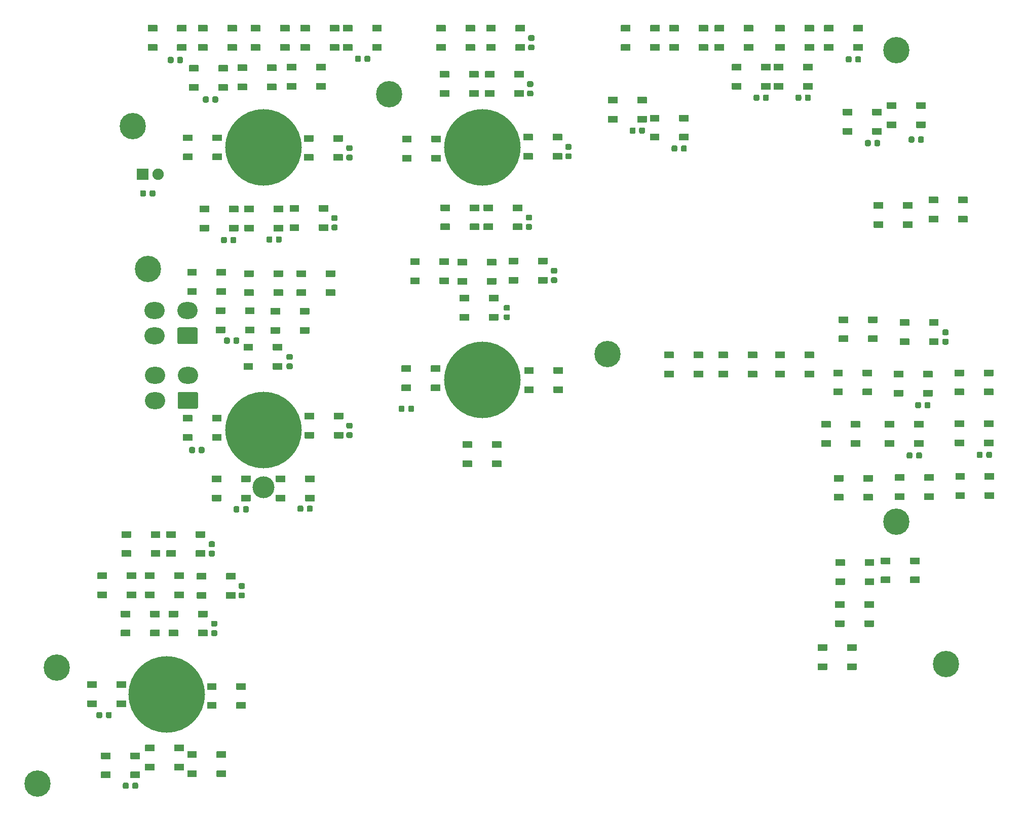
<source format=gbr>
%TF.GenerationSoftware,KiCad,Pcbnew,(5.1.10)-1*%
%TF.CreationDate,2021-11-16T17:36:40+11:00*%
%TF.ProjectId,Select JETT Panel PCB V2,53656c65-6374-4204-9a45-54542050616e,rev?*%
%TF.SameCoordinates,Original*%
%TF.FileFunction,Soldermask,Top*%
%TF.FilePolarity,Negative*%
%FSLAX46Y46*%
G04 Gerber Fmt 4.6, Leading zero omitted, Abs format (unit mm)*
G04 Created by KiCad (PCBNEW (5.1.10)-1) date 2021-11-16 17:36:40*
%MOMM*%
%LPD*%
G01*
G04 APERTURE LIST*
%ADD10O,3.400000X2.800000*%
%ADD11C,12.800000*%
%ADD12C,3.672000*%
%ADD13C,4.400000*%
%ADD14C,1.900000*%
G04 APERTURE END LIST*
D10*
%TO.C,J2*%
X91000000Y-91600000D03*
X91000000Y-95800000D03*
X96500000Y-91600000D03*
G36*
G01*
X97940740Y-97200000D02*
X95059260Y-97200000D01*
G75*
G02*
X94800000Y-96940740I0J259260D01*
G01*
X94800000Y-94659260D01*
G75*
G02*
X95059260Y-94400000I259260J0D01*
G01*
X97940740Y-94400000D01*
G75*
G02*
X98200000Y-94659260I0J-259260D01*
G01*
X98200000Y-96940740D01*
G75*
G02*
X97940740Y-97200000I-259260J0D01*
G01*
G37*
%TD*%
%TO.C,J1*%
X90950000Y-80800000D03*
X90950000Y-85000000D03*
X96450000Y-80800000D03*
G36*
G01*
X97890740Y-86400000D02*
X95009260Y-86400000D01*
G75*
G02*
X94750000Y-86140740I0J259260D01*
G01*
X94750000Y-83859260D01*
G75*
G02*
X95009260Y-83600000I259260J0D01*
G01*
X97890740Y-83600000D01*
G75*
G02*
X98150000Y-83859260I0J-259260D01*
G01*
X98150000Y-86140740D01*
G75*
G02*
X97890740Y-86400000I-259260J0D01*
G01*
G37*
%TD*%
D11*
%TO.C,18*%
X92976707Y-144906997D03*
%TD*%
%TO.C,17*%
X145681694Y-92329018D03*
%TD*%
%TO.C,16*%
X109105698Y-100774518D03*
X109105698Y-100774518D03*
D12*
X109105698Y-110299518D03*
%TD*%
D11*
%TO.C,16*%
X145681694Y-53467018D03*
%TD*%
%TO.C,15*%
X109105698Y-53467018D03*
%TD*%
D13*
%TO.C,9*%
X223151694Y-139839819D03*
%TD*%
%TO.C,8*%
X71386707Y-159820032D03*
%TD*%
%TO.C,7*%
X89801693Y-73787017D03*
%TD*%
%TO.C,6*%
X214896707Y-116078000D03*
%TD*%
%TO.C,5*%
X74561693Y-140462018D03*
%TD*%
%TO.C,4*%
X166636703Y-88074497D03*
%TD*%
%TO.C,3*%
X214896696Y-37274500D03*
%TD*%
%TO.C,2*%
X130124197Y-44577011D03*
%TD*%
%TO.C,1*%
X87261697Y-49974517D03*
%TD*%
%TO.C,R1*%
G36*
G01*
X90100000Y-61481250D02*
X90100000Y-60918750D01*
G75*
G02*
X90343750Y-60675000I243750J0D01*
G01*
X90831250Y-60675000D01*
G75*
G02*
X91075000Y-60918750I0J-243750D01*
G01*
X91075000Y-61481250D01*
G75*
G02*
X90831250Y-61725000I-243750J0D01*
G01*
X90343750Y-61725000D01*
G75*
G02*
X90100000Y-61481250I0J243750D01*
G01*
G37*
G36*
G01*
X88525000Y-61481250D02*
X88525000Y-60918750D01*
G75*
G02*
X88768750Y-60675000I243750J0D01*
G01*
X89256250Y-60675000D01*
G75*
G02*
X89500000Y-60918750I0J-243750D01*
G01*
X89500000Y-61481250D01*
G75*
G02*
X89256250Y-61725000I-243750J0D01*
G01*
X88768750Y-61725000D01*
G75*
G02*
X88525000Y-61481250I0J243750D01*
G01*
G37*
%TD*%
D14*
%TO.C,D82*%
X91500000Y-58000000D03*
G36*
G01*
X88010000Y-58900000D02*
X88010000Y-57100000D01*
G75*
G02*
X88060000Y-57050000I50000J0D01*
G01*
X89860000Y-57050000D01*
G75*
G02*
X89910000Y-57100000I0J-50000D01*
G01*
X89910000Y-58900000D01*
G75*
G02*
X89860000Y-58950000I-50000J0D01*
G01*
X88060000Y-58950000D01*
G75*
G02*
X88010000Y-58900000I0J50000D01*
G01*
G37*
%TD*%
%TO.C,D81*%
G36*
G01*
X201750000Y-137600000D02*
X201750000Y-136600000D01*
G75*
G02*
X201800000Y-136550000I50000J0D01*
G01*
X203300000Y-136550000D01*
G75*
G02*
X203350000Y-136600000I0J-50000D01*
G01*
X203350000Y-137600000D01*
G75*
G02*
X203300000Y-137650000I-50000J0D01*
G01*
X201800000Y-137650000D01*
G75*
G02*
X201750000Y-137600000I0J50000D01*
G01*
G37*
G36*
G01*
X201750000Y-140800000D02*
X201750000Y-139800000D01*
G75*
G02*
X201800000Y-139750000I50000J0D01*
G01*
X203300000Y-139750000D01*
G75*
G02*
X203350000Y-139800000I0J-50000D01*
G01*
X203350000Y-140800000D01*
G75*
G02*
X203300000Y-140850000I-50000J0D01*
G01*
X201800000Y-140850000D01*
G75*
G02*
X201750000Y-140800000I0J50000D01*
G01*
G37*
G36*
G01*
X206650000Y-137600000D02*
X206650000Y-136600000D01*
G75*
G02*
X206700000Y-136550000I50000J0D01*
G01*
X208200000Y-136550000D01*
G75*
G02*
X208250000Y-136600000I0J-50000D01*
G01*
X208250000Y-137600000D01*
G75*
G02*
X208200000Y-137650000I-50000J0D01*
G01*
X206700000Y-137650000D01*
G75*
G02*
X206650000Y-137600000I0J50000D01*
G01*
G37*
G36*
G01*
X206650000Y-140800000D02*
X206650000Y-139800000D01*
G75*
G02*
X206700000Y-139750000I50000J0D01*
G01*
X208200000Y-139750000D01*
G75*
G02*
X208250000Y-139800000I0J-50000D01*
G01*
X208250000Y-140800000D01*
G75*
G02*
X208200000Y-140850000I-50000J0D01*
G01*
X206700000Y-140850000D01*
G75*
G02*
X206650000Y-140800000I0J50000D01*
G01*
G37*
%TD*%
%TO.C,D80*%
G36*
G01*
X204650000Y-130400000D02*
X204650000Y-129400000D01*
G75*
G02*
X204700000Y-129350000I50000J0D01*
G01*
X206200000Y-129350000D01*
G75*
G02*
X206250000Y-129400000I0J-50000D01*
G01*
X206250000Y-130400000D01*
G75*
G02*
X206200000Y-130450000I-50000J0D01*
G01*
X204700000Y-130450000D01*
G75*
G02*
X204650000Y-130400000I0J50000D01*
G01*
G37*
G36*
G01*
X204650000Y-133600000D02*
X204650000Y-132600000D01*
G75*
G02*
X204700000Y-132550000I50000J0D01*
G01*
X206200000Y-132550000D01*
G75*
G02*
X206250000Y-132600000I0J-50000D01*
G01*
X206250000Y-133600000D01*
G75*
G02*
X206200000Y-133650000I-50000J0D01*
G01*
X204700000Y-133650000D01*
G75*
G02*
X204650000Y-133600000I0J50000D01*
G01*
G37*
G36*
G01*
X209550000Y-130400000D02*
X209550000Y-129400000D01*
G75*
G02*
X209600000Y-129350000I50000J0D01*
G01*
X211100000Y-129350000D01*
G75*
G02*
X211150000Y-129400000I0J-50000D01*
G01*
X211150000Y-130400000D01*
G75*
G02*
X211100000Y-130450000I-50000J0D01*
G01*
X209600000Y-130450000D01*
G75*
G02*
X209550000Y-130400000I0J50000D01*
G01*
G37*
G36*
G01*
X209550000Y-133600000D02*
X209550000Y-132600000D01*
G75*
G02*
X209600000Y-132550000I50000J0D01*
G01*
X211100000Y-132550000D01*
G75*
G02*
X211150000Y-132600000I0J-50000D01*
G01*
X211150000Y-133600000D01*
G75*
G02*
X211100000Y-133650000I-50000J0D01*
G01*
X209600000Y-133650000D01*
G75*
G02*
X209550000Y-133600000I0J50000D01*
G01*
G37*
%TD*%
%TO.C,D79*%
G36*
G01*
X212300000Y-123100000D02*
X212300000Y-122100000D01*
G75*
G02*
X212350000Y-122050000I50000J0D01*
G01*
X213850000Y-122050000D01*
G75*
G02*
X213900000Y-122100000I0J-50000D01*
G01*
X213900000Y-123100000D01*
G75*
G02*
X213850000Y-123150000I-50000J0D01*
G01*
X212350000Y-123150000D01*
G75*
G02*
X212300000Y-123100000I0J50000D01*
G01*
G37*
G36*
G01*
X212300000Y-126300000D02*
X212300000Y-125300000D01*
G75*
G02*
X212350000Y-125250000I50000J0D01*
G01*
X213850000Y-125250000D01*
G75*
G02*
X213900000Y-125300000I0J-50000D01*
G01*
X213900000Y-126300000D01*
G75*
G02*
X213850000Y-126350000I-50000J0D01*
G01*
X212350000Y-126350000D01*
G75*
G02*
X212300000Y-126300000I0J50000D01*
G01*
G37*
G36*
G01*
X217200000Y-123100000D02*
X217200000Y-122100000D01*
G75*
G02*
X217250000Y-122050000I50000J0D01*
G01*
X218750000Y-122050000D01*
G75*
G02*
X218800000Y-122100000I0J-50000D01*
G01*
X218800000Y-123100000D01*
G75*
G02*
X218750000Y-123150000I-50000J0D01*
G01*
X217250000Y-123150000D01*
G75*
G02*
X217200000Y-123100000I0J50000D01*
G01*
G37*
G36*
G01*
X217200000Y-126300000D02*
X217200000Y-125300000D01*
G75*
G02*
X217250000Y-125250000I50000J0D01*
G01*
X218750000Y-125250000D01*
G75*
G02*
X218800000Y-125300000I0J-50000D01*
G01*
X218800000Y-126300000D01*
G75*
G02*
X218750000Y-126350000I-50000J0D01*
G01*
X217250000Y-126350000D01*
G75*
G02*
X217200000Y-126300000I0J50000D01*
G01*
G37*
%TD*%
%TO.C,D78*%
G36*
G01*
X204700000Y-123400000D02*
X204700000Y-122400000D01*
G75*
G02*
X204750000Y-122350000I50000J0D01*
G01*
X206250000Y-122350000D01*
G75*
G02*
X206300000Y-122400000I0J-50000D01*
G01*
X206300000Y-123400000D01*
G75*
G02*
X206250000Y-123450000I-50000J0D01*
G01*
X204750000Y-123450000D01*
G75*
G02*
X204700000Y-123400000I0J50000D01*
G01*
G37*
G36*
G01*
X204700000Y-126600000D02*
X204700000Y-125600000D01*
G75*
G02*
X204750000Y-125550000I50000J0D01*
G01*
X206250000Y-125550000D01*
G75*
G02*
X206300000Y-125600000I0J-50000D01*
G01*
X206300000Y-126600000D01*
G75*
G02*
X206250000Y-126650000I-50000J0D01*
G01*
X204750000Y-126650000D01*
G75*
G02*
X204700000Y-126600000I0J50000D01*
G01*
G37*
G36*
G01*
X209600000Y-123400000D02*
X209600000Y-122400000D01*
G75*
G02*
X209650000Y-122350000I50000J0D01*
G01*
X211150000Y-122350000D01*
G75*
G02*
X211200000Y-122400000I0J-50000D01*
G01*
X211200000Y-123400000D01*
G75*
G02*
X211150000Y-123450000I-50000J0D01*
G01*
X209650000Y-123450000D01*
G75*
G02*
X209600000Y-123400000I0J50000D01*
G01*
G37*
G36*
G01*
X209600000Y-126600000D02*
X209600000Y-125600000D01*
G75*
G02*
X209650000Y-125550000I50000J0D01*
G01*
X211150000Y-125550000D01*
G75*
G02*
X211200000Y-125600000I0J-50000D01*
G01*
X211200000Y-126600000D01*
G75*
G02*
X211150000Y-126650000I-50000J0D01*
G01*
X209650000Y-126650000D01*
G75*
G02*
X209600000Y-126600000I0J50000D01*
G01*
G37*
%TD*%
%TO.C,D77*%
G36*
G01*
X224750000Y-109000000D02*
X224750000Y-108000000D01*
G75*
G02*
X224800000Y-107950000I50000J0D01*
G01*
X226300000Y-107950000D01*
G75*
G02*
X226350000Y-108000000I0J-50000D01*
G01*
X226350000Y-109000000D01*
G75*
G02*
X226300000Y-109050000I-50000J0D01*
G01*
X224800000Y-109050000D01*
G75*
G02*
X224750000Y-109000000I0J50000D01*
G01*
G37*
G36*
G01*
X224750000Y-112200000D02*
X224750000Y-111200000D01*
G75*
G02*
X224800000Y-111150000I50000J0D01*
G01*
X226300000Y-111150000D01*
G75*
G02*
X226350000Y-111200000I0J-50000D01*
G01*
X226350000Y-112200000D01*
G75*
G02*
X226300000Y-112250000I-50000J0D01*
G01*
X224800000Y-112250000D01*
G75*
G02*
X224750000Y-112200000I0J50000D01*
G01*
G37*
G36*
G01*
X229650000Y-109000000D02*
X229650000Y-108000000D01*
G75*
G02*
X229700000Y-107950000I50000J0D01*
G01*
X231200000Y-107950000D01*
G75*
G02*
X231250000Y-108000000I0J-50000D01*
G01*
X231250000Y-109000000D01*
G75*
G02*
X231200000Y-109050000I-50000J0D01*
G01*
X229700000Y-109050000D01*
G75*
G02*
X229650000Y-109000000I0J50000D01*
G01*
G37*
G36*
G01*
X229650000Y-112200000D02*
X229650000Y-111200000D01*
G75*
G02*
X229700000Y-111150000I50000J0D01*
G01*
X231200000Y-111150000D01*
G75*
G02*
X231250000Y-111200000I0J-50000D01*
G01*
X231250000Y-112200000D01*
G75*
G02*
X231200000Y-112250000I-50000J0D01*
G01*
X229700000Y-112250000D01*
G75*
G02*
X229650000Y-112200000I0J50000D01*
G01*
G37*
%TD*%
%TO.C,D76*%
G36*
G01*
X214650000Y-109200000D02*
X214650000Y-108200000D01*
G75*
G02*
X214700000Y-108150000I50000J0D01*
G01*
X216200000Y-108150000D01*
G75*
G02*
X216250000Y-108200000I0J-50000D01*
G01*
X216250000Y-109200000D01*
G75*
G02*
X216200000Y-109250000I-50000J0D01*
G01*
X214700000Y-109250000D01*
G75*
G02*
X214650000Y-109200000I0J50000D01*
G01*
G37*
G36*
G01*
X214650000Y-112400000D02*
X214650000Y-111400000D01*
G75*
G02*
X214700000Y-111350000I50000J0D01*
G01*
X216200000Y-111350000D01*
G75*
G02*
X216250000Y-111400000I0J-50000D01*
G01*
X216250000Y-112400000D01*
G75*
G02*
X216200000Y-112450000I-50000J0D01*
G01*
X214700000Y-112450000D01*
G75*
G02*
X214650000Y-112400000I0J50000D01*
G01*
G37*
G36*
G01*
X219550000Y-109200000D02*
X219550000Y-108200000D01*
G75*
G02*
X219600000Y-108150000I50000J0D01*
G01*
X221100000Y-108150000D01*
G75*
G02*
X221150000Y-108200000I0J-50000D01*
G01*
X221150000Y-109200000D01*
G75*
G02*
X221100000Y-109250000I-50000J0D01*
G01*
X219600000Y-109250000D01*
G75*
G02*
X219550000Y-109200000I0J50000D01*
G01*
G37*
G36*
G01*
X219550000Y-112400000D02*
X219550000Y-111400000D01*
G75*
G02*
X219600000Y-111350000I50000J0D01*
G01*
X221100000Y-111350000D01*
G75*
G02*
X221150000Y-111400000I0J-50000D01*
G01*
X221150000Y-112400000D01*
G75*
G02*
X221100000Y-112450000I-50000J0D01*
G01*
X219600000Y-112450000D01*
G75*
G02*
X219550000Y-112400000I0J50000D01*
G01*
G37*
%TD*%
%TO.C,D75*%
G36*
G01*
X204450000Y-109300000D02*
X204450000Y-108300000D01*
G75*
G02*
X204500000Y-108250000I50000J0D01*
G01*
X206000000Y-108250000D01*
G75*
G02*
X206050000Y-108300000I0J-50000D01*
G01*
X206050000Y-109300000D01*
G75*
G02*
X206000000Y-109350000I-50000J0D01*
G01*
X204500000Y-109350000D01*
G75*
G02*
X204450000Y-109300000I0J50000D01*
G01*
G37*
G36*
G01*
X204450000Y-112500000D02*
X204450000Y-111500000D01*
G75*
G02*
X204500000Y-111450000I50000J0D01*
G01*
X206000000Y-111450000D01*
G75*
G02*
X206050000Y-111500000I0J-50000D01*
G01*
X206050000Y-112500000D01*
G75*
G02*
X206000000Y-112550000I-50000J0D01*
G01*
X204500000Y-112550000D01*
G75*
G02*
X204450000Y-112500000I0J50000D01*
G01*
G37*
G36*
G01*
X209350000Y-109300000D02*
X209350000Y-108300000D01*
G75*
G02*
X209400000Y-108250000I50000J0D01*
G01*
X210900000Y-108250000D01*
G75*
G02*
X210950000Y-108300000I0J-50000D01*
G01*
X210950000Y-109300000D01*
G75*
G02*
X210900000Y-109350000I-50000J0D01*
G01*
X209400000Y-109350000D01*
G75*
G02*
X209350000Y-109300000I0J50000D01*
G01*
G37*
G36*
G01*
X209350000Y-112500000D02*
X209350000Y-111500000D01*
G75*
G02*
X209400000Y-111450000I50000J0D01*
G01*
X210900000Y-111450000D01*
G75*
G02*
X210950000Y-111500000I0J-50000D01*
G01*
X210950000Y-112500000D01*
G75*
G02*
X210900000Y-112550000I-50000J0D01*
G01*
X209400000Y-112550000D01*
G75*
G02*
X209350000Y-112500000I0J50000D01*
G01*
G37*
%TD*%
%TO.C,D74*%
G36*
G01*
X224650000Y-100200000D02*
X224650000Y-99200000D01*
G75*
G02*
X224700000Y-99150000I50000J0D01*
G01*
X226200000Y-99150000D01*
G75*
G02*
X226250000Y-99200000I0J-50000D01*
G01*
X226250000Y-100200000D01*
G75*
G02*
X226200000Y-100250000I-50000J0D01*
G01*
X224700000Y-100250000D01*
G75*
G02*
X224650000Y-100200000I0J50000D01*
G01*
G37*
G36*
G01*
X224650000Y-103400000D02*
X224650000Y-102400000D01*
G75*
G02*
X224700000Y-102350000I50000J0D01*
G01*
X226200000Y-102350000D01*
G75*
G02*
X226250000Y-102400000I0J-50000D01*
G01*
X226250000Y-103400000D01*
G75*
G02*
X226200000Y-103450000I-50000J0D01*
G01*
X224700000Y-103450000D01*
G75*
G02*
X224650000Y-103400000I0J50000D01*
G01*
G37*
G36*
G01*
X229550000Y-100200000D02*
X229550000Y-99200000D01*
G75*
G02*
X229600000Y-99150000I50000J0D01*
G01*
X231100000Y-99150000D01*
G75*
G02*
X231150000Y-99200000I0J-50000D01*
G01*
X231150000Y-100200000D01*
G75*
G02*
X231100000Y-100250000I-50000J0D01*
G01*
X229600000Y-100250000D01*
G75*
G02*
X229550000Y-100200000I0J50000D01*
G01*
G37*
G36*
G01*
X229550000Y-103400000D02*
X229550000Y-102400000D01*
G75*
G02*
X229600000Y-102350000I50000J0D01*
G01*
X231100000Y-102350000D01*
G75*
G02*
X231150000Y-102400000I0J-50000D01*
G01*
X231150000Y-103400000D01*
G75*
G02*
X231100000Y-103450000I-50000J0D01*
G01*
X229600000Y-103450000D01*
G75*
G02*
X229550000Y-103400000I0J50000D01*
G01*
G37*
%TD*%
%TO.C,D73*%
G36*
G01*
X212950000Y-100300000D02*
X212950000Y-99300000D01*
G75*
G02*
X213000000Y-99250000I50000J0D01*
G01*
X214500000Y-99250000D01*
G75*
G02*
X214550000Y-99300000I0J-50000D01*
G01*
X214550000Y-100300000D01*
G75*
G02*
X214500000Y-100350000I-50000J0D01*
G01*
X213000000Y-100350000D01*
G75*
G02*
X212950000Y-100300000I0J50000D01*
G01*
G37*
G36*
G01*
X212950000Y-103500000D02*
X212950000Y-102500000D01*
G75*
G02*
X213000000Y-102450000I50000J0D01*
G01*
X214500000Y-102450000D01*
G75*
G02*
X214550000Y-102500000I0J-50000D01*
G01*
X214550000Y-103500000D01*
G75*
G02*
X214500000Y-103550000I-50000J0D01*
G01*
X213000000Y-103550000D01*
G75*
G02*
X212950000Y-103500000I0J50000D01*
G01*
G37*
G36*
G01*
X217850000Y-100300000D02*
X217850000Y-99300000D01*
G75*
G02*
X217900000Y-99250000I50000J0D01*
G01*
X219400000Y-99250000D01*
G75*
G02*
X219450000Y-99300000I0J-50000D01*
G01*
X219450000Y-100300000D01*
G75*
G02*
X219400000Y-100350000I-50000J0D01*
G01*
X217900000Y-100350000D01*
G75*
G02*
X217850000Y-100300000I0J50000D01*
G01*
G37*
G36*
G01*
X217850000Y-103500000D02*
X217850000Y-102500000D01*
G75*
G02*
X217900000Y-102450000I50000J0D01*
G01*
X219400000Y-102450000D01*
G75*
G02*
X219450000Y-102500000I0J-50000D01*
G01*
X219450000Y-103500000D01*
G75*
G02*
X219400000Y-103550000I-50000J0D01*
G01*
X217900000Y-103550000D01*
G75*
G02*
X217850000Y-103500000I0J50000D01*
G01*
G37*
%TD*%
%TO.C,D72*%
G36*
G01*
X202350000Y-100300000D02*
X202350000Y-99300000D01*
G75*
G02*
X202400000Y-99250000I50000J0D01*
G01*
X203900000Y-99250000D01*
G75*
G02*
X203950000Y-99300000I0J-50000D01*
G01*
X203950000Y-100300000D01*
G75*
G02*
X203900000Y-100350000I-50000J0D01*
G01*
X202400000Y-100350000D01*
G75*
G02*
X202350000Y-100300000I0J50000D01*
G01*
G37*
G36*
G01*
X202350000Y-103500000D02*
X202350000Y-102500000D01*
G75*
G02*
X202400000Y-102450000I50000J0D01*
G01*
X203900000Y-102450000D01*
G75*
G02*
X203950000Y-102500000I0J-50000D01*
G01*
X203950000Y-103500000D01*
G75*
G02*
X203900000Y-103550000I-50000J0D01*
G01*
X202400000Y-103550000D01*
G75*
G02*
X202350000Y-103500000I0J50000D01*
G01*
G37*
G36*
G01*
X207250000Y-100300000D02*
X207250000Y-99300000D01*
G75*
G02*
X207300000Y-99250000I50000J0D01*
G01*
X208800000Y-99250000D01*
G75*
G02*
X208850000Y-99300000I0J-50000D01*
G01*
X208850000Y-100300000D01*
G75*
G02*
X208800000Y-100350000I-50000J0D01*
G01*
X207300000Y-100350000D01*
G75*
G02*
X207250000Y-100300000I0J50000D01*
G01*
G37*
G36*
G01*
X207250000Y-103500000D02*
X207250000Y-102500000D01*
G75*
G02*
X207300000Y-102450000I50000J0D01*
G01*
X208800000Y-102450000D01*
G75*
G02*
X208850000Y-102500000I0J-50000D01*
G01*
X208850000Y-103500000D01*
G75*
G02*
X208800000Y-103550000I-50000J0D01*
G01*
X207300000Y-103550000D01*
G75*
G02*
X207250000Y-103500000I0J50000D01*
G01*
G37*
%TD*%
%TO.C,D71*%
G36*
G01*
X224600000Y-91700000D02*
X224600000Y-90700000D01*
G75*
G02*
X224650000Y-90650000I50000J0D01*
G01*
X226150000Y-90650000D01*
G75*
G02*
X226200000Y-90700000I0J-50000D01*
G01*
X226200000Y-91700000D01*
G75*
G02*
X226150000Y-91750000I-50000J0D01*
G01*
X224650000Y-91750000D01*
G75*
G02*
X224600000Y-91700000I0J50000D01*
G01*
G37*
G36*
G01*
X224600000Y-94900000D02*
X224600000Y-93900000D01*
G75*
G02*
X224650000Y-93850000I50000J0D01*
G01*
X226150000Y-93850000D01*
G75*
G02*
X226200000Y-93900000I0J-50000D01*
G01*
X226200000Y-94900000D01*
G75*
G02*
X226150000Y-94950000I-50000J0D01*
G01*
X224650000Y-94950000D01*
G75*
G02*
X224600000Y-94900000I0J50000D01*
G01*
G37*
G36*
G01*
X229500000Y-91700000D02*
X229500000Y-90700000D01*
G75*
G02*
X229550000Y-90650000I50000J0D01*
G01*
X231050000Y-90650000D01*
G75*
G02*
X231100000Y-90700000I0J-50000D01*
G01*
X231100000Y-91700000D01*
G75*
G02*
X231050000Y-91750000I-50000J0D01*
G01*
X229550000Y-91750000D01*
G75*
G02*
X229500000Y-91700000I0J50000D01*
G01*
G37*
G36*
G01*
X229500000Y-94900000D02*
X229500000Y-93900000D01*
G75*
G02*
X229550000Y-93850000I50000J0D01*
G01*
X231050000Y-93850000D01*
G75*
G02*
X231100000Y-93900000I0J-50000D01*
G01*
X231100000Y-94900000D01*
G75*
G02*
X231050000Y-94950000I-50000J0D01*
G01*
X229550000Y-94950000D01*
G75*
G02*
X229500000Y-94900000I0J50000D01*
G01*
G37*
%TD*%
%TO.C,D70*%
G36*
G01*
X214450000Y-91900000D02*
X214450000Y-90900000D01*
G75*
G02*
X214500000Y-90850000I50000J0D01*
G01*
X216000000Y-90850000D01*
G75*
G02*
X216050000Y-90900000I0J-50000D01*
G01*
X216050000Y-91900000D01*
G75*
G02*
X216000000Y-91950000I-50000J0D01*
G01*
X214500000Y-91950000D01*
G75*
G02*
X214450000Y-91900000I0J50000D01*
G01*
G37*
G36*
G01*
X214450000Y-95100000D02*
X214450000Y-94100000D01*
G75*
G02*
X214500000Y-94050000I50000J0D01*
G01*
X216000000Y-94050000D01*
G75*
G02*
X216050000Y-94100000I0J-50000D01*
G01*
X216050000Y-95100000D01*
G75*
G02*
X216000000Y-95150000I-50000J0D01*
G01*
X214500000Y-95150000D01*
G75*
G02*
X214450000Y-95100000I0J50000D01*
G01*
G37*
G36*
G01*
X219350000Y-91900000D02*
X219350000Y-90900000D01*
G75*
G02*
X219400000Y-90850000I50000J0D01*
G01*
X220900000Y-90850000D01*
G75*
G02*
X220950000Y-90900000I0J-50000D01*
G01*
X220950000Y-91900000D01*
G75*
G02*
X220900000Y-91950000I-50000J0D01*
G01*
X219400000Y-91950000D01*
G75*
G02*
X219350000Y-91900000I0J50000D01*
G01*
G37*
G36*
G01*
X219350000Y-95100000D02*
X219350000Y-94100000D01*
G75*
G02*
X219400000Y-94050000I50000J0D01*
G01*
X220900000Y-94050000D01*
G75*
G02*
X220950000Y-94100000I0J-50000D01*
G01*
X220950000Y-95100000D01*
G75*
G02*
X220900000Y-95150000I-50000J0D01*
G01*
X219400000Y-95150000D01*
G75*
G02*
X219350000Y-95100000I0J50000D01*
G01*
G37*
%TD*%
%TO.C,D69*%
G36*
G01*
X204350000Y-91700000D02*
X204350000Y-90700000D01*
G75*
G02*
X204400000Y-90650000I50000J0D01*
G01*
X205900000Y-90650000D01*
G75*
G02*
X205950000Y-90700000I0J-50000D01*
G01*
X205950000Y-91700000D01*
G75*
G02*
X205900000Y-91750000I-50000J0D01*
G01*
X204400000Y-91750000D01*
G75*
G02*
X204350000Y-91700000I0J50000D01*
G01*
G37*
G36*
G01*
X204350000Y-94900000D02*
X204350000Y-93900000D01*
G75*
G02*
X204400000Y-93850000I50000J0D01*
G01*
X205900000Y-93850000D01*
G75*
G02*
X205950000Y-93900000I0J-50000D01*
G01*
X205950000Y-94900000D01*
G75*
G02*
X205900000Y-94950000I-50000J0D01*
G01*
X204400000Y-94950000D01*
G75*
G02*
X204350000Y-94900000I0J50000D01*
G01*
G37*
G36*
G01*
X209250000Y-91700000D02*
X209250000Y-90700000D01*
G75*
G02*
X209300000Y-90650000I50000J0D01*
G01*
X210800000Y-90650000D01*
G75*
G02*
X210850000Y-90700000I0J-50000D01*
G01*
X210850000Y-91700000D01*
G75*
G02*
X210800000Y-91750000I-50000J0D01*
G01*
X209300000Y-91750000D01*
G75*
G02*
X209250000Y-91700000I0J50000D01*
G01*
G37*
G36*
G01*
X209250000Y-94900000D02*
X209250000Y-93900000D01*
G75*
G02*
X209300000Y-93850000I50000J0D01*
G01*
X210800000Y-93850000D01*
G75*
G02*
X210850000Y-93900000I0J-50000D01*
G01*
X210850000Y-94900000D01*
G75*
G02*
X210800000Y-94950000I-50000J0D01*
G01*
X209300000Y-94950000D01*
G75*
G02*
X209250000Y-94900000I0J50000D01*
G01*
G37*
%TD*%
%TO.C,D68*%
G36*
G01*
X194650000Y-88700000D02*
X194650000Y-87700000D01*
G75*
G02*
X194700000Y-87650000I50000J0D01*
G01*
X196200000Y-87650000D01*
G75*
G02*
X196250000Y-87700000I0J-50000D01*
G01*
X196250000Y-88700000D01*
G75*
G02*
X196200000Y-88750000I-50000J0D01*
G01*
X194700000Y-88750000D01*
G75*
G02*
X194650000Y-88700000I0J50000D01*
G01*
G37*
G36*
G01*
X194650000Y-91900000D02*
X194650000Y-90900000D01*
G75*
G02*
X194700000Y-90850000I50000J0D01*
G01*
X196200000Y-90850000D01*
G75*
G02*
X196250000Y-90900000I0J-50000D01*
G01*
X196250000Y-91900000D01*
G75*
G02*
X196200000Y-91950000I-50000J0D01*
G01*
X194700000Y-91950000D01*
G75*
G02*
X194650000Y-91900000I0J50000D01*
G01*
G37*
G36*
G01*
X199550000Y-88700000D02*
X199550000Y-87700000D01*
G75*
G02*
X199600000Y-87650000I50000J0D01*
G01*
X201100000Y-87650000D01*
G75*
G02*
X201150000Y-87700000I0J-50000D01*
G01*
X201150000Y-88700000D01*
G75*
G02*
X201100000Y-88750000I-50000J0D01*
G01*
X199600000Y-88750000D01*
G75*
G02*
X199550000Y-88700000I0J50000D01*
G01*
G37*
G36*
G01*
X199550000Y-91900000D02*
X199550000Y-90900000D01*
G75*
G02*
X199600000Y-90850000I50000J0D01*
G01*
X201100000Y-90850000D01*
G75*
G02*
X201150000Y-90900000I0J-50000D01*
G01*
X201150000Y-91900000D01*
G75*
G02*
X201100000Y-91950000I-50000J0D01*
G01*
X199600000Y-91950000D01*
G75*
G02*
X199550000Y-91900000I0J50000D01*
G01*
G37*
%TD*%
%TO.C,D67*%
G36*
G01*
X185150000Y-88700000D02*
X185150000Y-87700000D01*
G75*
G02*
X185200000Y-87650000I50000J0D01*
G01*
X186700000Y-87650000D01*
G75*
G02*
X186750000Y-87700000I0J-50000D01*
G01*
X186750000Y-88700000D01*
G75*
G02*
X186700000Y-88750000I-50000J0D01*
G01*
X185200000Y-88750000D01*
G75*
G02*
X185150000Y-88700000I0J50000D01*
G01*
G37*
G36*
G01*
X185150000Y-91900000D02*
X185150000Y-90900000D01*
G75*
G02*
X185200000Y-90850000I50000J0D01*
G01*
X186700000Y-90850000D01*
G75*
G02*
X186750000Y-90900000I0J-50000D01*
G01*
X186750000Y-91900000D01*
G75*
G02*
X186700000Y-91950000I-50000J0D01*
G01*
X185200000Y-91950000D01*
G75*
G02*
X185150000Y-91900000I0J50000D01*
G01*
G37*
G36*
G01*
X190050000Y-88700000D02*
X190050000Y-87700000D01*
G75*
G02*
X190100000Y-87650000I50000J0D01*
G01*
X191600000Y-87650000D01*
G75*
G02*
X191650000Y-87700000I0J-50000D01*
G01*
X191650000Y-88700000D01*
G75*
G02*
X191600000Y-88750000I-50000J0D01*
G01*
X190100000Y-88750000D01*
G75*
G02*
X190050000Y-88700000I0J50000D01*
G01*
G37*
G36*
G01*
X190050000Y-91900000D02*
X190050000Y-90900000D01*
G75*
G02*
X190100000Y-90850000I50000J0D01*
G01*
X191600000Y-90850000D01*
G75*
G02*
X191650000Y-90900000I0J-50000D01*
G01*
X191650000Y-91900000D01*
G75*
G02*
X191600000Y-91950000I-50000J0D01*
G01*
X190100000Y-91950000D01*
G75*
G02*
X190050000Y-91900000I0J50000D01*
G01*
G37*
%TD*%
%TO.C,D66*%
G36*
G01*
X176100000Y-88700000D02*
X176100000Y-87700000D01*
G75*
G02*
X176150000Y-87650000I50000J0D01*
G01*
X177650000Y-87650000D01*
G75*
G02*
X177700000Y-87700000I0J-50000D01*
G01*
X177700000Y-88700000D01*
G75*
G02*
X177650000Y-88750000I-50000J0D01*
G01*
X176150000Y-88750000D01*
G75*
G02*
X176100000Y-88700000I0J50000D01*
G01*
G37*
G36*
G01*
X176100000Y-91900000D02*
X176100000Y-90900000D01*
G75*
G02*
X176150000Y-90850000I50000J0D01*
G01*
X177650000Y-90850000D01*
G75*
G02*
X177700000Y-90900000I0J-50000D01*
G01*
X177700000Y-91900000D01*
G75*
G02*
X177650000Y-91950000I-50000J0D01*
G01*
X176150000Y-91950000D01*
G75*
G02*
X176100000Y-91900000I0J50000D01*
G01*
G37*
G36*
G01*
X181000000Y-88700000D02*
X181000000Y-87700000D01*
G75*
G02*
X181050000Y-87650000I50000J0D01*
G01*
X182550000Y-87650000D01*
G75*
G02*
X182600000Y-87700000I0J-50000D01*
G01*
X182600000Y-88700000D01*
G75*
G02*
X182550000Y-88750000I-50000J0D01*
G01*
X181050000Y-88750000D01*
G75*
G02*
X181000000Y-88700000I0J50000D01*
G01*
G37*
G36*
G01*
X181000000Y-91900000D02*
X181000000Y-90900000D01*
G75*
G02*
X181050000Y-90850000I50000J0D01*
G01*
X182550000Y-90850000D01*
G75*
G02*
X182600000Y-90900000I0J-50000D01*
G01*
X182600000Y-91900000D01*
G75*
G02*
X182550000Y-91950000I-50000J0D01*
G01*
X181050000Y-91950000D01*
G75*
G02*
X181000000Y-91900000I0J50000D01*
G01*
G37*
%TD*%
%TO.C,D65*%
G36*
G01*
X215450000Y-83300000D02*
X215450000Y-82300000D01*
G75*
G02*
X215500000Y-82250000I50000J0D01*
G01*
X217000000Y-82250000D01*
G75*
G02*
X217050000Y-82300000I0J-50000D01*
G01*
X217050000Y-83300000D01*
G75*
G02*
X217000000Y-83350000I-50000J0D01*
G01*
X215500000Y-83350000D01*
G75*
G02*
X215450000Y-83300000I0J50000D01*
G01*
G37*
G36*
G01*
X215450000Y-86500000D02*
X215450000Y-85500000D01*
G75*
G02*
X215500000Y-85450000I50000J0D01*
G01*
X217000000Y-85450000D01*
G75*
G02*
X217050000Y-85500000I0J-50000D01*
G01*
X217050000Y-86500000D01*
G75*
G02*
X217000000Y-86550000I-50000J0D01*
G01*
X215500000Y-86550000D01*
G75*
G02*
X215450000Y-86500000I0J50000D01*
G01*
G37*
G36*
G01*
X220350000Y-83300000D02*
X220350000Y-82300000D01*
G75*
G02*
X220400000Y-82250000I50000J0D01*
G01*
X221900000Y-82250000D01*
G75*
G02*
X221950000Y-82300000I0J-50000D01*
G01*
X221950000Y-83300000D01*
G75*
G02*
X221900000Y-83350000I-50000J0D01*
G01*
X220400000Y-83350000D01*
G75*
G02*
X220350000Y-83300000I0J50000D01*
G01*
G37*
G36*
G01*
X220350000Y-86500000D02*
X220350000Y-85500000D01*
G75*
G02*
X220400000Y-85450000I50000J0D01*
G01*
X221900000Y-85450000D01*
G75*
G02*
X221950000Y-85500000I0J-50000D01*
G01*
X221950000Y-86500000D01*
G75*
G02*
X221900000Y-86550000I-50000J0D01*
G01*
X220400000Y-86550000D01*
G75*
G02*
X220350000Y-86500000I0J50000D01*
G01*
G37*
%TD*%
%TO.C,D64*%
G36*
G01*
X205250000Y-82800000D02*
X205250000Y-81800000D01*
G75*
G02*
X205300000Y-81750000I50000J0D01*
G01*
X206800000Y-81750000D01*
G75*
G02*
X206850000Y-81800000I0J-50000D01*
G01*
X206850000Y-82800000D01*
G75*
G02*
X206800000Y-82850000I-50000J0D01*
G01*
X205300000Y-82850000D01*
G75*
G02*
X205250000Y-82800000I0J50000D01*
G01*
G37*
G36*
G01*
X205250000Y-86000000D02*
X205250000Y-85000000D01*
G75*
G02*
X205300000Y-84950000I50000J0D01*
G01*
X206800000Y-84950000D01*
G75*
G02*
X206850000Y-85000000I0J-50000D01*
G01*
X206850000Y-86000000D01*
G75*
G02*
X206800000Y-86050000I-50000J0D01*
G01*
X205300000Y-86050000D01*
G75*
G02*
X205250000Y-86000000I0J50000D01*
G01*
G37*
G36*
G01*
X210150000Y-82800000D02*
X210150000Y-81800000D01*
G75*
G02*
X210200000Y-81750000I50000J0D01*
G01*
X211700000Y-81750000D01*
G75*
G02*
X211750000Y-81800000I0J-50000D01*
G01*
X211750000Y-82800000D01*
G75*
G02*
X211700000Y-82850000I-50000J0D01*
G01*
X210200000Y-82850000D01*
G75*
G02*
X210150000Y-82800000I0J50000D01*
G01*
G37*
G36*
G01*
X210150000Y-86000000D02*
X210150000Y-85000000D01*
G75*
G02*
X210200000Y-84950000I50000J0D01*
G01*
X211700000Y-84950000D01*
G75*
G02*
X211750000Y-85000000I0J-50000D01*
G01*
X211750000Y-86000000D01*
G75*
G02*
X211700000Y-86050000I-50000J0D01*
G01*
X210200000Y-86050000D01*
G75*
G02*
X210150000Y-86000000I0J50000D01*
G01*
G37*
%TD*%
%TO.C,D63*%
G36*
G01*
X220300000Y-62800000D02*
X220300000Y-61800000D01*
G75*
G02*
X220350000Y-61750000I50000J0D01*
G01*
X221850000Y-61750000D01*
G75*
G02*
X221900000Y-61800000I0J-50000D01*
G01*
X221900000Y-62800000D01*
G75*
G02*
X221850000Y-62850000I-50000J0D01*
G01*
X220350000Y-62850000D01*
G75*
G02*
X220300000Y-62800000I0J50000D01*
G01*
G37*
G36*
G01*
X220300000Y-66000000D02*
X220300000Y-65000000D01*
G75*
G02*
X220350000Y-64950000I50000J0D01*
G01*
X221850000Y-64950000D01*
G75*
G02*
X221900000Y-65000000I0J-50000D01*
G01*
X221900000Y-66000000D01*
G75*
G02*
X221850000Y-66050000I-50000J0D01*
G01*
X220350000Y-66050000D01*
G75*
G02*
X220300000Y-66000000I0J50000D01*
G01*
G37*
G36*
G01*
X225200000Y-62800000D02*
X225200000Y-61800000D01*
G75*
G02*
X225250000Y-61750000I50000J0D01*
G01*
X226750000Y-61750000D01*
G75*
G02*
X226800000Y-61800000I0J-50000D01*
G01*
X226800000Y-62800000D01*
G75*
G02*
X226750000Y-62850000I-50000J0D01*
G01*
X225250000Y-62850000D01*
G75*
G02*
X225200000Y-62800000I0J50000D01*
G01*
G37*
G36*
G01*
X225200000Y-66000000D02*
X225200000Y-65000000D01*
G75*
G02*
X225250000Y-64950000I50000J0D01*
G01*
X226750000Y-64950000D01*
G75*
G02*
X226800000Y-65000000I0J-50000D01*
G01*
X226800000Y-66000000D01*
G75*
G02*
X226750000Y-66050000I-50000J0D01*
G01*
X225250000Y-66050000D01*
G75*
G02*
X225200000Y-66000000I0J50000D01*
G01*
G37*
%TD*%
%TO.C,D62*%
G36*
G01*
X211100000Y-63700000D02*
X211100000Y-62700000D01*
G75*
G02*
X211150000Y-62650000I50000J0D01*
G01*
X212650000Y-62650000D01*
G75*
G02*
X212700000Y-62700000I0J-50000D01*
G01*
X212700000Y-63700000D01*
G75*
G02*
X212650000Y-63750000I-50000J0D01*
G01*
X211150000Y-63750000D01*
G75*
G02*
X211100000Y-63700000I0J50000D01*
G01*
G37*
G36*
G01*
X211100000Y-66900000D02*
X211100000Y-65900000D01*
G75*
G02*
X211150000Y-65850000I50000J0D01*
G01*
X212650000Y-65850000D01*
G75*
G02*
X212700000Y-65900000I0J-50000D01*
G01*
X212700000Y-66900000D01*
G75*
G02*
X212650000Y-66950000I-50000J0D01*
G01*
X211150000Y-66950000D01*
G75*
G02*
X211100000Y-66900000I0J50000D01*
G01*
G37*
G36*
G01*
X216000000Y-63700000D02*
X216000000Y-62700000D01*
G75*
G02*
X216050000Y-62650000I50000J0D01*
G01*
X217550000Y-62650000D01*
G75*
G02*
X217600000Y-62700000I0J-50000D01*
G01*
X217600000Y-63700000D01*
G75*
G02*
X217550000Y-63750000I-50000J0D01*
G01*
X216050000Y-63750000D01*
G75*
G02*
X216000000Y-63700000I0J50000D01*
G01*
G37*
G36*
G01*
X216000000Y-66900000D02*
X216000000Y-65900000D01*
G75*
G02*
X216050000Y-65850000I50000J0D01*
G01*
X217550000Y-65850000D01*
G75*
G02*
X217600000Y-65900000I0J-50000D01*
G01*
X217600000Y-66900000D01*
G75*
G02*
X217550000Y-66950000I-50000J0D01*
G01*
X216050000Y-66950000D01*
G75*
G02*
X216000000Y-66900000I0J50000D01*
G01*
G37*
%TD*%
%TO.C,D61*%
G36*
G01*
X213300000Y-47000000D02*
X213300000Y-46000000D01*
G75*
G02*
X213350000Y-45950000I50000J0D01*
G01*
X214850000Y-45950000D01*
G75*
G02*
X214900000Y-46000000I0J-50000D01*
G01*
X214900000Y-47000000D01*
G75*
G02*
X214850000Y-47050000I-50000J0D01*
G01*
X213350000Y-47050000D01*
G75*
G02*
X213300000Y-47000000I0J50000D01*
G01*
G37*
G36*
G01*
X213300000Y-50200000D02*
X213300000Y-49200000D01*
G75*
G02*
X213350000Y-49150000I50000J0D01*
G01*
X214850000Y-49150000D01*
G75*
G02*
X214900000Y-49200000I0J-50000D01*
G01*
X214900000Y-50200000D01*
G75*
G02*
X214850000Y-50250000I-50000J0D01*
G01*
X213350000Y-50250000D01*
G75*
G02*
X213300000Y-50200000I0J50000D01*
G01*
G37*
G36*
G01*
X218200000Y-47000000D02*
X218200000Y-46000000D01*
G75*
G02*
X218250000Y-45950000I50000J0D01*
G01*
X219750000Y-45950000D01*
G75*
G02*
X219800000Y-46000000I0J-50000D01*
G01*
X219800000Y-47000000D01*
G75*
G02*
X219750000Y-47050000I-50000J0D01*
G01*
X218250000Y-47050000D01*
G75*
G02*
X218200000Y-47000000I0J50000D01*
G01*
G37*
G36*
G01*
X218200000Y-50200000D02*
X218200000Y-49200000D01*
G75*
G02*
X218250000Y-49150000I50000J0D01*
G01*
X219750000Y-49150000D01*
G75*
G02*
X219800000Y-49200000I0J-50000D01*
G01*
X219800000Y-50200000D01*
G75*
G02*
X219750000Y-50250000I-50000J0D01*
G01*
X218250000Y-50250000D01*
G75*
G02*
X218200000Y-50200000I0J50000D01*
G01*
G37*
%TD*%
%TO.C,D60*%
G36*
G01*
X205950000Y-48100000D02*
X205950000Y-47100000D01*
G75*
G02*
X206000000Y-47050000I50000J0D01*
G01*
X207500000Y-47050000D01*
G75*
G02*
X207550000Y-47100000I0J-50000D01*
G01*
X207550000Y-48100000D01*
G75*
G02*
X207500000Y-48150000I-50000J0D01*
G01*
X206000000Y-48150000D01*
G75*
G02*
X205950000Y-48100000I0J50000D01*
G01*
G37*
G36*
G01*
X205950000Y-51300000D02*
X205950000Y-50300000D01*
G75*
G02*
X206000000Y-50250000I50000J0D01*
G01*
X207500000Y-50250000D01*
G75*
G02*
X207550000Y-50300000I0J-50000D01*
G01*
X207550000Y-51300000D01*
G75*
G02*
X207500000Y-51350000I-50000J0D01*
G01*
X206000000Y-51350000D01*
G75*
G02*
X205950000Y-51300000I0J50000D01*
G01*
G37*
G36*
G01*
X210850000Y-48100000D02*
X210850000Y-47100000D01*
G75*
G02*
X210900000Y-47050000I50000J0D01*
G01*
X212400000Y-47050000D01*
G75*
G02*
X212450000Y-47100000I0J-50000D01*
G01*
X212450000Y-48100000D01*
G75*
G02*
X212400000Y-48150000I-50000J0D01*
G01*
X210900000Y-48150000D01*
G75*
G02*
X210850000Y-48100000I0J50000D01*
G01*
G37*
G36*
G01*
X210850000Y-51300000D02*
X210850000Y-50300000D01*
G75*
G02*
X210900000Y-50250000I50000J0D01*
G01*
X212400000Y-50250000D01*
G75*
G02*
X212450000Y-50300000I0J-50000D01*
G01*
X212450000Y-51300000D01*
G75*
G02*
X212400000Y-51350000I-50000J0D01*
G01*
X210900000Y-51350000D01*
G75*
G02*
X210850000Y-51300000I0J50000D01*
G01*
G37*
%TD*%
%TO.C,D59*%
G36*
G01*
X173700000Y-49100000D02*
X173700000Y-48100000D01*
G75*
G02*
X173750000Y-48050000I50000J0D01*
G01*
X175250000Y-48050000D01*
G75*
G02*
X175300000Y-48100000I0J-50000D01*
G01*
X175300000Y-49100000D01*
G75*
G02*
X175250000Y-49150000I-50000J0D01*
G01*
X173750000Y-49150000D01*
G75*
G02*
X173700000Y-49100000I0J50000D01*
G01*
G37*
G36*
G01*
X173700000Y-52300000D02*
X173700000Y-51300000D01*
G75*
G02*
X173750000Y-51250000I50000J0D01*
G01*
X175250000Y-51250000D01*
G75*
G02*
X175300000Y-51300000I0J-50000D01*
G01*
X175300000Y-52300000D01*
G75*
G02*
X175250000Y-52350000I-50000J0D01*
G01*
X173750000Y-52350000D01*
G75*
G02*
X173700000Y-52300000I0J50000D01*
G01*
G37*
G36*
G01*
X178600000Y-49100000D02*
X178600000Y-48100000D01*
G75*
G02*
X178650000Y-48050000I50000J0D01*
G01*
X180150000Y-48050000D01*
G75*
G02*
X180200000Y-48100000I0J-50000D01*
G01*
X180200000Y-49100000D01*
G75*
G02*
X180150000Y-49150000I-50000J0D01*
G01*
X178650000Y-49150000D01*
G75*
G02*
X178600000Y-49100000I0J50000D01*
G01*
G37*
G36*
G01*
X178600000Y-52300000D02*
X178600000Y-51300000D01*
G75*
G02*
X178650000Y-51250000I50000J0D01*
G01*
X180150000Y-51250000D01*
G75*
G02*
X180200000Y-51300000I0J-50000D01*
G01*
X180200000Y-52300000D01*
G75*
G02*
X180150000Y-52350000I-50000J0D01*
G01*
X178650000Y-52350000D01*
G75*
G02*
X178600000Y-52300000I0J50000D01*
G01*
G37*
%TD*%
%TO.C,D58*%
G36*
G01*
X166700000Y-46100000D02*
X166700000Y-45100000D01*
G75*
G02*
X166750000Y-45050000I50000J0D01*
G01*
X168250000Y-45050000D01*
G75*
G02*
X168300000Y-45100000I0J-50000D01*
G01*
X168300000Y-46100000D01*
G75*
G02*
X168250000Y-46150000I-50000J0D01*
G01*
X166750000Y-46150000D01*
G75*
G02*
X166700000Y-46100000I0J50000D01*
G01*
G37*
G36*
G01*
X166700000Y-49300000D02*
X166700000Y-48300000D01*
G75*
G02*
X166750000Y-48250000I50000J0D01*
G01*
X168250000Y-48250000D01*
G75*
G02*
X168300000Y-48300000I0J-50000D01*
G01*
X168300000Y-49300000D01*
G75*
G02*
X168250000Y-49350000I-50000J0D01*
G01*
X166750000Y-49350000D01*
G75*
G02*
X166700000Y-49300000I0J50000D01*
G01*
G37*
G36*
G01*
X171600000Y-46100000D02*
X171600000Y-45100000D01*
G75*
G02*
X171650000Y-45050000I50000J0D01*
G01*
X173150000Y-45050000D01*
G75*
G02*
X173200000Y-45100000I0J-50000D01*
G01*
X173200000Y-46100000D01*
G75*
G02*
X173150000Y-46150000I-50000J0D01*
G01*
X171650000Y-46150000D01*
G75*
G02*
X171600000Y-46100000I0J50000D01*
G01*
G37*
G36*
G01*
X171600000Y-49300000D02*
X171600000Y-48300000D01*
G75*
G02*
X171650000Y-48250000I50000J0D01*
G01*
X173150000Y-48250000D01*
G75*
G02*
X173200000Y-48300000I0J-50000D01*
G01*
X173200000Y-49300000D01*
G75*
G02*
X173150000Y-49350000I-50000J0D01*
G01*
X171650000Y-49350000D01*
G75*
G02*
X171600000Y-49300000I0J50000D01*
G01*
G37*
%TD*%
%TO.C,D57*%
G36*
G01*
X194400000Y-40600000D02*
X194400000Y-39600000D01*
G75*
G02*
X194450000Y-39550000I50000J0D01*
G01*
X195950000Y-39550000D01*
G75*
G02*
X196000000Y-39600000I0J-50000D01*
G01*
X196000000Y-40600000D01*
G75*
G02*
X195950000Y-40650000I-50000J0D01*
G01*
X194450000Y-40650000D01*
G75*
G02*
X194400000Y-40600000I0J50000D01*
G01*
G37*
G36*
G01*
X194400000Y-43800000D02*
X194400000Y-42800000D01*
G75*
G02*
X194450000Y-42750000I50000J0D01*
G01*
X195950000Y-42750000D01*
G75*
G02*
X196000000Y-42800000I0J-50000D01*
G01*
X196000000Y-43800000D01*
G75*
G02*
X195950000Y-43850000I-50000J0D01*
G01*
X194450000Y-43850000D01*
G75*
G02*
X194400000Y-43800000I0J50000D01*
G01*
G37*
G36*
G01*
X199300000Y-40600000D02*
X199300000Y-39600000D01*
G75*
G02*
X199350000Y-39550000I50000J0D01*
G01*
X200850000Y-39550000D01*
G75*
G02*
X200900000Y-39600000I0J-50000D01*
G01*
X200900000Y-40600000D01*
G75*
G02*
X200850000Y-40650000I-50000J0D01*
G01*
X199350000Y-40650000D01*
G75*
G02*
X199300000Y-40600000I0J50000D01*
G01*
G37*
G36*
G01*
X199300000Y-43800000D02*
X199300000Y-42800000D01*
G75*
G02*
X199350000Y-42750000I50000J0D01*
G01*
X200850000Y-42750000D01*
G75*
G02*
X200900000Y-42800000I0J-50000D01*
G01*
X200900000Y-43800000D01*
G75*
G02*
X200850000Y-43850000I-50000J0D01*
G01*
X199350000Y-43850000D01*
G75*
G02*
X199300000Y-43800000I0J50000D01*
G01*
G37*
%TD*%
%TO.C,D56*%
G36*
G01*
X187400000Y-40600000D02*
X187400000Y-39600000D01*
G75*
G02*
X187450000Y-39550000I50000J0D01*
G01*
X188950000Y-39550000D01*
G75*
G02*
X189000000Y-39600000I0J-50000D01*
G01*
X189000000Y-40600000D01*
G75*
G02*
X188950000Y-40650000I-50000J0D01*
G01*
X187450000Y-40650000D01*
G75*
G02*
X187400000Y-40600000I0J50000D01*
G01*
G37*
G36*
G01*
X187400000Y-43800000D02*
X187400000Y-42800000D01*
G75*
G02*
X187450000Y-42750000I50000J0D01*
G01*
X188950000Y-42750000D01*
G75*
G02*
X189000000Y-42800000I0J-50000D01*
G01*
X189000000Y-43800000D01*
G75*
G02*
X188950000Y-43850000I-50000J0D01*
G01*
X187450000Y-43850000D01*
G75*
G02*
X187400000Y-43800000I0J50000D01*
G01*
G37*
G36*
G01*
X192300000Y-40600000D02*
X192300000Y-39600000D01*
G75*
G02*
X192350000Y-39550000I50000J0D01*
G01*
X193850000Y-39550000D01*
G75*
G02*
X193900000Y-39600000I0J-50000D01*
G01*
X193900000Y-40600000D01*
G75*
G02*
X193850000Y-40650000I-50000J0D01*
G01*
X192350000Y-40650000D01*
G75*
G02*
X192300000Y-40600000I0J50000D01*
G01*
G37*
G36*
G01*
X192300000Y-43800000D02*
X192300000Y-42800000D01*
G75*
G02*
X192350000Y-42750000I50000J0D01*
G01*
X193850000Y-42750000D01*
G75*
G02*
X193900000Y-42800000I0J-50000D01*
G01*
X193900000Y-43800000D01*
G75*
G02*
X193850000Y-43850000I-50000J0D01*
G01*
X192350000Y-43850000D01*
G75*
G02*
X192300000Y-43800000I0J50000D01*
G01*
G37*
%TD*%
%TO.C,D55*%
G36*
G01*
X202800000Y-34100000D02*
X202800000Y-33100000D01*
G75*
G02*
X202850000Y-33050000I50000J0D01*
G01*
X204350000Y-33050000D01*
G75*
G02*
X204400000Y-33100000I0J-50000D01*
G01*
X204400000Y-34100000D01*
G75*
G02*
X204350000Y-34150000I-50000J0D01*
G01*
X202850000Y-34150000D01*
G75*
G02*
X202800000Y-34100000I0J50000D01*
G01*
G37*
G36*
G01*
X202800000Y-37300000D02*
X202800000Y-36300000D01*
G75*
G02*
X202850000Y-36250000I50000J0D01*
G01*
X204350000Y-36250000D01*
G75*
G02*
X204400000Y-36300000I0J-50000D01*
G01*
X204400000Y-37300000D01*
G75*
G02*
X204350000Y-37350000I-50000J0D01*
G01*
X202850000Y-37350000D01*
G75*
G02*
X202800000Y-37300000I0J50000D01*
G01*
G37*
G36*
G01*
X207700000Y-34100000D02*
X207700000Y-33100000D01*
G75*
G02*
X207750000Y-33050000I50000J0D01*
G01*
X209250000Y-33050000D01*
G75*
G02*
X209300000Y-33100000I0J-50000D01*
G01*
X209300000Y-34100000D01*
G75*
G02*
X209250000Y-34150000I-50000J0D01*
G01*
X207750000Y-34150000D01*
G75*
G02*
X207700000Y-34100000I0J50000D01*
G01*
G37*
G36*
G01*
X207700000Y-37300000D02*
X207700000Y-36300000D01*
G75*
G02*
X207750000Y-36250000I50000J0D01*
G01*
X209250000Y-36250000D01*
G75*
G02*
X209300000Y-36300000I0J-50000D01*
G01*
X209300000Y-37300000D01*
G75*
G02*
X209250000Y-37350000I-50000J0D01*
G01*
X207750000Y-37350000D01*
G75*
G02*
X207700000Y-37300000I0J50000D01*
G01*
G37*
%TD*%
%TO.C,D54*%
G36*
G01*
X194650000Y-34100000D02*
X194650000Y-33100000D01*
G75*
G02*
X194700000Y-33050000I50000J0D01*
G01*
X196200000Y-33050000D01*
G75*
G02*
X196250000Y-33100000I0J-50000D01*
G01*
X196250000Y-34100000D01*
G75*
G02*
X196200000Y-34150000I-50000J0D01*
G01*
X194700000Y-34150000D01*
G75*
G02*
X194650000Y-34100000I0J50000D01*
G01*
G37*
G36*
G01*
X194650000Y-37300000D02*
X194650000Y-36300000D01*
G75*
G02*
X194700000Y-36250000I50000J0D01*
G01*
X196200000Y-36250000D01*
G75*
G02*
X196250000Y-36300000I0J-50000D01*
G01*
X196250000Y-37300000D01*
G75*
G02*
X196200000Y-37350000I-50000J0D01*
G01*
X194700000Y-37350000D01*
G75*
G02*
X194650000Y-37300000I0J50000D01*
G01*
G37*
G36*
G01*
X199550000Y-34100000D02*
X199550000Y-33100000D01*
G75*
G02*
X199600000Y-33050000I50000J0D01*
G01*
X201100000Y-33050000D01*
G75*
G02*
X201150000Y-33100000I0J-50000D01*
G01*
X201150000Y-34100000D01*
G75*
G02*
X201100000Y-34150000I-50000J0D01*
G01*
X199600000Y-34150000D01*
G75*
G02*
X199550000Y-34100000I0J50000D01*
G01*
G37*
G36*
G01*
X199550000Y-37300000D02*
X199550000Y-36300000D01*
G75*
G02*
X199600000Y-36250000I50000J0D01*
G01*
X201100000Y-36250000D01*
G75*
G02*
X201150000Y-36300000I0J-50000D01*
G01*
X201150000Y-37300000D01*
G75*
G02*
X201100000Y-37350000I-50000J0D01*
G01*
X199600000Y-37350000D01*
G75*
G02*
X199550000Y-37300000I0J50000D01*
G01*
G37*
%TD*%
%TO.C,D53*%
G36*
G01*
X184500000Y-34100000D02*
X184500000Y-33100000D01*
G75*
G02*
X184550000Y-33050000I50000J0D01*
G01*
X186050000Y-33050000D01*
G75*
G02*
X186100000Y-33100000I0J-50000D01*
G01*
X186100000Y-34100000D01*
G75*
G02*
X186050000Y-34150000I-50000J0D01*
G01*
X184550000Y-34150000D01*
G75*
G02*
X184500000Y-34100000I0J50000D01*
G01*
G37*
G36*
G01*
X184500000Y-37300000D02*
X184500000Y-36300000D01*
G75*
G02*
X184550000Y-36250000I50000J0D01*
G01*
X186050000Y-36250000D01*
G75*
G02*
X186100000Y-36300000I0J-50000D01*
G01*
X186100000Y-37300000D01*
G75*
G02*
X186050000Y-37350000I-50000J0D01*
G01*
X184550000Y-37350000D01*
G75*
G02*
X184500000Y-37300000I0J50000D01*
G01*
G37*
G36*
G01*
X189400000Y-34100000D02*
X189400000Y-33100000D01*
G75*
G02*
X189450000Y-33050000I50000J0D01*
G01*
X190950000Y-33050000D01*
G75*
G02*
X191000000Y-33100000I0J-50000D01*
G01*
X191000000Y-34100000D01*
G75*
G02*
X190950000Y-34150000I-50000J0D01*
G01*
X189450000Y-34150000D01*
G75*
G02*
X189400000Y-34100000I0J50000D01*
G01*
G37*
G36*
G01*
X189400000Y-37300000D02*
X189400000Y-36300000D01*
G75*
G02*
X189450000Y-36250000I50000J0D01*
G01*
X190950000Y-36250000D01*
G75*
G02*
X191000000Y-36300000I0J-50000D01*
G01*
X191000000Y-37300000D01*
G75*
G02*
X190950000Y-37350000I-50000J0D01*
G01*
X189450000Y-37350000D01*
G75*
G02*
X189400000Y-37300000I0J50000D01*
G01*
G37*
%TD*%
%TO.C,D52*%
G36*
G01*
X176950000Y-34100000D02*
X176950000Y-33100000D01*
G75*
G02*
X177000000Y-33050000I50000J0D01*
G01*
X178500000Y-33050000D01*
G75*
G02*
X178550000Y-33100000I0J-50000D01*
G01*
X178550000Y-34100000D01*
G75*
G02*
X178500000Y-34150000I-50000J0D01*
G01*
X177000000Y-34150000D01*
G75*
G02*
X176950000Y-34100000I0J50000D01*
G01*
G37*
G36*
G01*
X176950000Y-37300000D02*
X176950000Y-36300000D01*
G75*
G02*
X177000000Y-36250000I50000J0D01*
G01*
X178500000Y-36250000D01*
G75*
G02*
X178550000Y-36300000I0J-50000D01*
G01*
X178550000Y-37300000D01*
G75*
G02*
X178500000Y-37350000I-50000J0D01*
G01*
X177000000Y-37350000D01*
G75*
G02*
X176950000Y-37300000I0J50000D01*
G01*
G37*
G36*
G01*
X181850000Y-34100000D02*
X181850000Y-33100000D01*
G75*
G02*
X181900000Y-33050000I50000J0D01*
G01*
X183400000Y-33050000D01*
G75*
G02*
X183450000Y-33100000I0J-50000D01*
G01*
X183450000Y-34100000D01*
G75*
G02*
X183400000Y-34150000I-50000J0D01*
G01*
X181900000Y-34150000D01*
G75*
G02*
X181850000Y-34100000I0J50000D01*
G01*
G37*
G36*
G01*
X181850000Y-37300000D02*
X181850000Y-36300000D01*
G75*
G02*
X181900000Y-36250000I50000J0D01*
G01*
X183400000Y-36250000D01*
G75*
G02*
X183450000Y-36300000I0J-50000D01*
G01*
X183450000Y-37300000D01*
G75*
G02*
X183400000Y-37350000I-50000J0D01*
G01*
X181900000Y-37350000D01*
G75*
G02*
X181850000Y-37300000I0J50000D01*
G01*
G37*
%TD*%
%TO.C,D51*%
G36*
G01*
X168850000Y-34100000D02*
X168850000Y-33100000D01*
G75*
G02*
X168900000Y-33050000I50000J0D01*
G01*
X170400000Y-33050000D01*
G75*
G02*
X170450000Y-33100000I0J-50000D01*
G01*
X170450000Y-34100000D01*
G75*
G02*
X170400000Y-34150000I-50000J0D01*
G01*
X168900000Y-34150000D01*
G75*
G02*
X168850000Y-34100000I0J50000D01*
G01*
G37*
G36*
G01*
X168850000Y-37300000D02*
X168850000Y-36300000D01*
G75*
G02*
X168900000Y-36250000I50000J0D01*
G01*
X170400000Y-36250000D01*
G75*
G02*
X170450000Y-36300000I0J-50000D01*
G01*
X170450000Y-37300000D01*
G75*
G02*
X170400000Y-37350000I-50000J0D01*
G01*
X168900000Y-37350000D01*
G75*
G02*
X168850000Y-37300000I0J50000D01*
G01*
G37*
G36*
G01*
X173750000Y-34100000D02*
X173750000Y-33100000D01*
G75*
G02*
X173800000Y-33050000I50000J0D01*
G01*
X175300000Y-33050000D01*
G75*
G02*
X175350000Y-33100000I0J-50000D01*
G01*
X175350000Y-34100000D01*
G75*
G02*
X175300000Y-34150000I-50000J0D01*
G01*
X173800000Y-34150000D01*
G75*
G02*
X173750000Y-34100000I0J50000D01*
G01*
G37*
G36*
G01*
X173750000Y-37300000D02*
X173750000Y-36300000D01*
G75*
G02*
X173800000Y-36250000I50000J0D01*
G01*
X175300000Y-36250000D01*
G75*
G02*
X175350000Y-36300000I0J-50000D01*
G01*
X175350000Y-37300000D01*
G75*
G02*
X175300000Y-37350000I-50000J0D01*
G01*
X173800000Y-37350000D01*
G75*
G02*
X173750000Y-37300000I0J50000D01*
G01*
G37*
%TD*%
%TO.C,D50*%
G36*
G01*
X132200000Y-91000000D02*
X132200000Y-90000000D01*
G75*
G02*
X132250000Y-89950000I50000J0D01*
G01*
X133750000Y-89950000D01*
G75*
G02*
X133800000Y-90000000I0J-50000D01*
G01*
X133800000Y-91000000D01*
G75*
G02*
X133750000Y-91050000I-50000J0D01*
G01*
X132250000Y-91050000D01*
G75*
G02*
X132200000Y-91000000I0J50000D01*
G01*
G37*
G36*
G01*
X132200000Y-94200000D02*
X132200000Y-93200000D01*
G75*
G02*
X132250000Y-93150000I50000J0D01*
G01*
X133750000Y-93150000D01*
G75*
G02*
X133800000Y-93200000I0J-50000D01*
G01*
X133800000Y-94200000D01*
G75*
G02*
X133750000Y-94250000I-50000J0D01*
G01*
X132250000Y-94250000D01*
G75*
G02*
X132200000Y-94200000I0J50000D01*
G01*
G37*
G36*
G01*
X137100000Y-91000000D02*
X137100000Y-90000000D01*
G75*
G02*
X137150000Y-89950000I50000J0D01*
G01*
X138650000Y-89950000D01*
G75*
G02*
X138700000Y-90000000I0J-50000D01*
G01*
X138700000Y-91000000D01*
G75*
G02*
X138650000Y-91050000I-50000J0D01*
G01*
X137150000Y-91050000D01*
G75*
G02*
X137100000Y-91000000I0J50000D01*
G01*
G37*
G36*
G01*
X137100000Y-94200000D02*
X137100000Y-93200000D01*
G75*
G02*
X137150000Y-93150000I50000J0D01*
G01*
X138650000Y-93150000D01*
G75*
G02*
X138700000Y-93200000I0J-50000D01*
G01*
X138700000Y-94200000D01*
G75*
G02*
X138650000Y-94250000I-50000J0D01*
G01*
X137150000Y-94250000D01*
G75*
G02*
X137100000Y-94200000I0J50000D01*
G01*
G37*
%TD*%
%TO.C,D49*%
G36*
G01*
X142400000Y-103700000D02*
X142400000Y-102700000D01*
G75*
G02*
X142450000Y-102650000I50000J0D01*
G01*
X143950000Y-102650000D01*
G75*
G02*
X144000000Y-102700000I0J-50000D01*
G01*
X144000000Y-103700000D01*
G75*
G02*
X143950000Y-103750000I-50000J0D01*
G01*
X142450000Y-103750000D01*
G75*
G02*
X142400000Y-103700000I0J50000D01*
G01*
G37*
G36*
G01*
X142400000Y-106900000D02*
X142400000Y-105900000D01*
G75*
G02*
X142450000Y-105850000I50000J0D01*
G01*
X143950000Y-105850000D01*
G75*
G02*
X144000000Y-105900000I0J-50000D01*
G01*
X144000000Y-106900000D01*
G75*
G02*
X143950000Y-106950000I-50000J0D01*
G01*
X142450000Y-106950000D01*
G75*
G02*
X142400000Y-106900000I0J50000D01*
G01*
G37*
G36*
G01*
X147300000Y-103700000D02*
X147300000Y-102700000D01*
G75*
G02*
X147350000Y-102650000I50000J0D01*
G01*
X148850000Y-102650000D01*
G75*
G02*
X148900000Y-102700000I0J-50000D01*
G01*
X148900000Y-103700000D01*
G75*
G02*
X148850000Y-103750000I-50000J0D01*
G01*
X147350000Y-103750000D01*
G75*
G02*
X147300000Y-103700000I0J50000D01*
G01*
G37*
G36*
G01*
X147300000Y-106900000D02*
X147300000Y-105900000D01*
G75*
G02*
X147350000Y-105850000I50000J0D01*
G01*
X148850000Y-105850000D01*
G75*
G02*
X148900000Y-105900000I0J-50000D01*
G01*
X148900000Y-106900000D01*
G75*
G02*
X148850000Y-106950000I-50000J0D01*
G01*
X147350000Y-106950000D01*
G75*
G02*
X147300000Y-106900000I0J50000D01*
G01*
G37*
%TD*%
%TO.C,D48*%
G36*
G01*
X152700000Y-91300000D02*
X152700000Y-90300000D01*
G75*
G02*
X152750000Y-90250000I50000J0D01*
G01*
X154250000Y-90250000D01*
G75*
G02*
X154300000Y-90300000I0J-50000D01*
G01*
X154300000Y-91300000D01*
G75*
G02*
X154250000Y-91350000I-50000J0D01*
G01*
X152750000Y-91350000D01*
G75*
G02*
X152700000Y-91300000I0J50000D01*
G01*
G37*
G36*
G01*
X152700000Y-94500000D02*
X152700000Y-93500000D01*
G75*
G02*
X152750000Y-93450000I50000J0D01*
G01*
X154250000Y-93450000D01*
G75*
G02*
X154300000Y-93500000I0J-50000D01*
G01*
X154300000Y-94500000D01*
G75*
G02*
X154250000Y-94550000I-50000J0D01*
G01*
X152750000Y-94550000D01*
G75*
G02*
X152700000Y-94500000I0J50000D01*
G01*
G37*
G36*
G01*
X157600000Y-91300000D02*
X157600000Y-90300000D01*
G75*
G02*
X157650000Y-90250000I50000J0D01*
G01*
X159150000Y-90250000D01*
G75*
G02*
X159200000Y-90300000I0J-50000D01*
G01*
X159200000Y-91300000D01*
G75*
G02*
X159150000Y-91350000I-50000J0D01*
G01*
X157650000Y-91350000D01*
G75*
G02*
X157600000Y-91300000I0J50000D01*
G01*
G37*
G36*
G01*
X157600000Y-94500000D02*
X157600000Y-93500000D01*
G75*
G02*
X157650000Y-93450000I50000J0D01*
G01*
X159150000Y-93450000D01*
G75*
G02*
X159200000Y-93500000I0J-50000D01*
G01*
X159200000Y-94500000D01*
G75*
G02*
X159150000Y-94550000I-50000J0D01*
G01*
X157650000Y-94550000D01*
G75*
G02*
X157600000Y-94500000I0J50000D01*
G01*
G37*
%TD*%
%TO.C,D47*%
G36*
G01*
X141900000Y-79200000D02*
X141900000Y-78200000D01*
G75*
G02*
X141950000Y-78150000I50000J0D01*
G01*
X143450000Y-78150000D01*
G75*
G02*
X143500000Y-78200000I0J-50000D01*
G01*
X143500000Y-79200000D01*
G75*
G02*
X143450000Y-79250000I-50000J0D01*
G01*
X141950000Y-79250000D01*
G75*
G02*
X141900000Y-79200000I0J50000D01*
G01*
G37*
G36*
G01*
X141900000Y-82400000D02*
X141900000Y-81400000D01*
G75*
G02*
X141950000Y-81350000I50000J0D01*
G01*
X143450000Y-81350000D01*
G75*
G02*
X143500000Y-81400000I0J-50000D01*
G01*
X143500000Y-82400000D01*
G75*
G02*
X143450000Y-82450000I-50000J0D01*
G01*
X141950000Y-82450000D01*
G75*
G02*
X141900000Y-82400000I0J50000D01*
G01*
G37*
G36*
G01*
X146800000Y-79200000D02*
X146800000Y-78200000D01*
G75*
G02*
X146850000Y-78150000I50000J0D01*
G01*
X148350000Y-78150000D01*
G75*
G02*
X148400000Y-78200000I0J-50000D01*
G01*
X148400000Y-79200000D01*
G75*
G02*
X148350000Y-79250000I-50000J0D01*
G01*
X146850000Y-79250000D01*
G75*
G02*
X146800000Y-79200000I0J50000D01*
G01*
G37*
G36*
G01*
X146800000Y-82400000D02*
X146800000Y-81400000D01*
G75*
G02*
X146850000Y-81350000I50000J0D01*
G01*
X148350000Y-81350000D01*
G75*
G02*
X148400000Y-81400000I0J-50000D01*
G01*
X148400000Y-82400000D01*
G75*
G02*
X148350000Y-82450000I-50000J0D01*
G01*
X146850000Y-82450000D01*
G75*
G02*
X146800000Y-82400000I0J50000D01*
G01*
G37*
%TD*%
%TO.C,D46*%
G36*
G01*
X150100000Y-73000000D02*
X150100000Y-72000000D01*
G75*
G02*
X150150000Y-71950000I50000J0D01*
G01*
X151650000Y-71950000D01*
G75*
G02*
X151700000Y-72000000I0J-50000D01*
G01*
X151700000Y-73000000D01*
G75*
G02*
X151650000Y-73050000I-50000J0D01*
G01*
X150150000Y-73050000D01*
G75*
G02*
X150100000Y-73000000I0J50000D01*
G01*
G37*
G36*
G01*
X150100000Y-76200000D02*
X150100000Y-75200000D01*
G75*
G02*
X150150000Y-75150000I50000J0D01*
G01*
X151650000Y-75150000D01*
G75*
G02*
X151700000Y-75200000I0J-50000D01*
G01*
X151700000Y-76200000D01*
G75*
G02*
X151650000Y-76250000I-50000J0D01*
G01*
X150150000Y-76250000D01*
G75*
G02*
X150100000Y-76200000I0J50000D01*
G01*
G37*
G36*
G01*
X155000000Y-73000000D02*
X155000000Y-72000000D01*
G75*
G02*
X155050000Y-71950000I50000J0D01*
G01*
X156550000Y-71950000D01*
G75*
G02*
X156600000Y-72000000I0J-50000D01*
G01*
X156600000Y-73000000D01*
G75*
G02*
X156550000Y-73050000I-50000J0D01*
G01*
X155050000Y-73050000D01*
G75*
G02*
X155000000Y-73000000I0J50000D01*
G01*
G37*
G36*
G01*
X155000000Y-76200000D02*
X155000000Y-75200000D01*
G75*
G02*
X155050000Y-75150000I50000J0D01*
G01*
X156550000Y-75150000D01*
G75*
G02*
X156600000Y-75200000I0J-50000D01*
G01*
X156600000Y-76200000D01*
G75*
G02*
X156550000Y-76250000I-50000J0D01*
G01*
X155050000Y-76250000D01*
G75*
G02*
X155000000Y-76200000I0J50000D01*
G01*
G37*
%TD*%
%TO.C,D45*%
G36*
G01*
X141550000Y-73200000D02*
X141550000Y-72200000D01*
G75*
G02*
X141600000Y-72150000I50000J0D01*
G01*
X143100000Y-72150000D01*
G75*
G02*
X143150000Y-72200000I0J-50000D01*
G01*
X143150000Y-73200000D01*
G75*
G02*
X143100000Y-73250000I-50000J0D01*
G01*
X141600000Y-73250000D01*
G75*
G02*
X141550000Y-73200000I0J50000D01*
G01*
G37*
G36*
G01*
X141550000Y-76400000D02*
X141550000Y-75400000D01*
G75*
G02*
X141600000Y-75350000I50000J0D01*
G01*
X143100000Y-75350000D01*
G75*
G02*
X143150000Y-75400000I0J-50000D01*
G01*
X143150000Y-76400000D01*
G75*
G02*
X143100000Y-76450000I-50000J0D01*
G01*
X141600000Y-76450000D01*
G75*
G02*
X141550000Y-76400000I0J50000D01*
G01*
G37*
G36*
G01*
X146450000Y-73200000D02*
X146450000Y-72200000D01*
G75*
G02*
X146500000Y-72150000I50000J0D01*
G01*
X148000000Y-72150000D01*
G75*
G02*
X148050000Y-72200000I0J-50000D01*
G01*
X148050000Y-73200000D01*
G75*
G02*
X148000000Y-73250000I-50000J0D01*
G01*
X146500000Y-73250000D01*
G75*
G02*
X146450000Y-73200000I0J50000D01*
G01*
G37*
G36*
G01*
X146450000Y-76400000D02*
X146450000Y-75400000D01*
G75*
G02*
X146500000Y-75350000I50000J0D01*
G01*
X148000000Y-75350000D01*
G75*
G02*
X148050000Y-75400000I0J-50000D01*
G01*
X148050000Y-76400000D01*
G75*
G02*
X148000000Y-76450000I-50000J0D01*
G01*
X146500000Y-76450000D01*
G75*
G02*
X146450000Y-76400000I0J50000D01*
G01*
G37*
%TD*%
%TO.C,D44*%
G36*
G01*
X133650000Y-73100000D02*
X133650000Y-72100000D01*
G75*
G02*
X133700000Y-72050000I50000J0D01*
G01*
X135200000Y-72050000D01*
G75*
G02*
X135250000Y-72100000I0J-50000D01*
G01*
X135250000Y-73100000D01*
G75*
G02*
X135200000Y-73150000I-50000J0D01*
G01*
X133700000Y-73150000D01*
G75*
G02*
X133650000Y-73100000I0J50000D01*
G01*
G37*
G36*
G01*
X133650000Y-76300000D02*
X133650000Y-75300000D01*
G75*
G02*
X133700000Y-75250000I50000J0D01*
G01*
X135200000Y-75250000D01*
G75*
G02*
X135250000Y-75300000I0J-50000D01*
G01*
X135250000Y-76300000D01*
G75*
G02*
X135200000Y-76350000I-50000J0D01*
G01*
X133700000Y-76350000D01*
G75*
G02*
X133650000Y-76300000I0J50000D01*
G01*
G37*
G36*
G01*
X138550000Y-73100000D02*
X138550000Y-72100000D01*
G75*
G02*
X138600000Y-72050000I50000J0D01*
G01*
X140100000Y-72050000D01*
G75*
G02*
X140150000Y-72100000I0J-50000D01*
G01*
X140150000Y-73100000D01*
G75*
G02*
X140100000Y-73150000I-50000J0D01*
G01*
X138600000Y-73150000D01*
G75*
G02*
X138550000Y-73100000I0J50000D01*
G01*
G37*
G36*
G01*
X138550000Y-76300000D02*
X138550000Y-75300000D01*
G75*
G02*
X138600000Y-75250000I50000J0D01*
G01*
X140100000Y-75250000D01*
G75*
G02*
X140150000Y-75300000I0J-50000D01*
G01*
X140150000Y-76300000D01*
G75*
G02*
X140100000Y-76350000I-50000J0D01*
G01*
X138600000Y-76350000D01*
G75*
G02*
X138550000Y-76300000I0J50000D01*
G01*
G37*
%TD*%
%TO.C,D43*%
G36*
G01*
X132300000Y-52600000D02*
X132300000Y-51600000D01*
G75*
G02*
X132350000Y-51550000I50000J0D01*
G01*
X133850000Y-51550000D01*
G75*
G02*
X133900000Y-51600000I0J-50000D01*
G01*
X133900000Y-52600000D01*
G75*
G02*
X133850000Y-52650000I-50000J0D01*
G01*
X132350000Y-52650000D01*
G75*
G02*
X132300000Y-52600000I0J50000D01*
G01*
G37*
G36*
G01*
X132300000Y-55800000D02*
X132300000Y-54800000D01*
G75*
G02*
X132350000Y-54750000I50000J0D01*
G01*
X133850000Y-54750000D01*
G75*
G02*
X133900000Y-54800000I0J-50000D01*
G01*
X133900000Y-55800000D01*
G75*
G02*
X133850000Y-55850000I-50000J0D01*
G01*
X132350000Y-55850000D01*
G75*
G02*
X132300000Y-55800000I0J50000D01*
G01*
G37*
G36*
G01*
X137200000Y-52600000D02*
X137200000Y-51600000D01*
G75*
G02*
X137250000Y-51550000I50000J0D01*
G01*
X138750000Y-51550000D01*
G75*
G02*
X138800000Y-51600000I0J-50000D01*
G01*
X138800000Y-52600000D01*
G75*
G02*
X138750000Y-52650000I-50000J0D01*
G01*
X137250000Y-52650000D01*
G75*
G02*
X137200000Y-52600000I0J50000D01*
G01*
G37*
G36*
G01*
X137200000Y-55800000D02*
X137200000Y-54800000D01*
G75*
G02*
X137250000Y-54750000I50000J0D01*
G01*
X138750000Y-54750000D01*
G75*
G02*
X138800000Y-54800000I0J-50000D01*
G01*
X138800000Y-55800000D01*
G75*
G02*
X138750000Y-55850000I-50000J0D01*
G01*
X137250000Y-55850000D01*
G75*
G02*
X137200000Y-55800000I0J50000D01*
G01*
G37*
%TD*%
%TO.C,D42*%
G36*
G01*
X138700000Y-64100000D02*
X138700000Y-63100000D01*
G75*
G02*
X138750000Y-63050000I50000J0D01*
G01*
X140250000Y-63050000D01*
G75*
G02*
X140300000Y-63100000I0J-50000D01*
G01*
X140300000Y-64100000D01*
G75*
G02*
X140250000Y-64150000I-50000J0D01*
G01*
X138750000Y-64150000D01*
G75*
G02*
X138700000Y-64100000I0J50000D01*
G01*
G37*
G36*
G01*
X138700000Y-67300000D02*
X138700000Y-66300000D01*
G75*
G02*
X138750000Y-66250000I50000J0D01*
G01*
X140250000Y-66250000D01*
G75*
G02*
X140300000Y-66300000I0J-50000D01*
G01*
X140300000Y-67300000D01*
G75*
G02*
X140250000Y-67350000I-50000J0D01*
G01*
X138750000Y-67350000D01*
G75*
G02*
X138700000Y-67300000I0J50000D01*
G01*
G37*
G36*
G01*
X143600000Y-64100000D02*
X143600000Y-63100000D01*
G75*
G02*
X143650000Y-63050000I50000J0D01*
G01*
X145150000Y-63050000D01*
G75*
G02*
X145200000Y-63100000I0J-50000D01*
G01*
X145200000Y-64100000D01*
G75*
G02*
X145150000Y-64150000I-50000J0D01*
G01*
X143650000Y-64150000D01*
G75*
G02*
X143600000Y-64100000I0J50000D01*
G01*
G37*
G36*
G01*
X143600000Y-67300000D02*
X143600000Y-66300000D01*
G75*
G02*
X143650000Y-66250000I50000J0D01*
G01*
X145150000Y-66250000D01*
G75*
G02*
X145200000Y-66300000I0J-50000D01*
G01*
X145200000Y-67300000D01*
G75*
G02*
X145150000Y-67350000I-50000J0D01*
G01*
X143650000Y-67350000D01*
G75*
G02*
X143600000Y-67300000I0J50000D01*
G01*
G37*
%TD*%
%TO.C,D41*%
G36*
G01*
X145900000Y-64100000D02*
X145900000Y-63100000D01*
G75*
G02*
X145950000Y-63050000I50000J0D01*
G01*
X147450000Y-63050000D01*
G75*
G02*
X147500000Y-63100000I0J-50000D01*
G01*
X147500000Y-64100000D01*
G75*
G02*
X147450000Y-64150000I-50000J0D01*
G01*
X145950000Y-64150000D01*
G75*
G02*
X145900000Y-64100000I0J50000D01*
G01*
G37*
G36*
G01*
X145900000Y-67300000D02*
X145900000Y-66300000D01*
G75*
G02*
X145950000Y-66250000I50000J0D01*
G01*
X147450000Y-66250000D01*
G75*
G02*
X147500000Y-66300000I0J-50000D01*
G01*
X147500000Y-67300000D01*
G75*
G02*
X147450000Y-67350000I-50000J0D01*
G01*
X145950000Y-67350000D01*
G75*
G02*
X145900000Y-67300000I0J50000D01*
G01*
G37*
G36*
G01*
X150800000Y-64100000D02*
X150800000Y-63100000D01*
G75*
G02*
X150850000Y-63050000I50000J0D01*
G01*
X152350000Y-63050000D01*
G75*
G02*
X152400000Y-63100000I0J-50000D01*
G01*
X152400000Y-64100000D01*
G75*
G02*
X152350000Y-64150000I-50000J0D01*
G01*
X150850000Y-64150000D01*
G75*
G02*
X150800000Y-64100000I0J50000D01*
G01*
G37*
G36*
G01*
X150800000Y-67300000D02*
X150800000Y-66300000D01*
G75*
G02*
X150850000Y-66250000I50000J0D01*
G01*
X152350000Y-66250000D01*
G75*
G02*
X152400000Y-66300000I0J-50000D01*
G01*
X152400000Y-67300000D01*
G75*
G02*
X152350000Y-67350000I-50000J0D01*
G01*
X150850000Y-67350000D01*
G75*
G02*
X150800000Y-67300000I0J50000D01*
G01*
G37*
%TD*%
%TO.C,D40*%
G36*
G01*
X152550000Y-52300000D02*
X152550000Y-51300000D01*
G75*
G02*
X152600000Y-51250000I50000J0D01*
G01*
X154100000Y-51250000D01*
G75*
G02*
X154150000Y-51300000I0J-50000D01*
G01*
X154150000Y-52300000D01*
G75*
G02*
X154100000Y-52350000I-50000J0D01*
G01*
X152600000Y-52350000D01*
G75*
G02*
X152550000Y-52300000I0J50000D01*
G01*
G37*
G36*
G01*
X152550000Y-55500000D02*
X152550000Y-54500000D01*
G75*
G02*
X152600000Y-54450000I50000J0D01*
G01*
X154100000Y-54450000D01*
G75*
G02*
X154150000Y-54500000I0J-50000D01*
G01*
X154150000Y-55500000D01*
G75*
G02*
X154100000Y-55550000I-50000J0D01*
G01*
X152600000Y-55550000D01*
G75*
G02*
X152550000Y-55500000I0J50000D01*
G01*
G37*
G36*
G01*
X157450000Y-52300000D02*
X157450000Y-51300000D01*
G75*
G02*
X157500000Y-51250000I50000J0D01*
G01*
X159000000Y-51250000D01*
G75*
G02*
X159050000Y-51300000I0J-50000D01*
G01*
X159050000Y-52300000D01*
G75*
G02*
X159000000Y-52350000I-50000J0D01*
G01*
X157500000Y-52350000D01*
G75*
G02*
X157450000Y-52300000I0J50000D01*
G01*
G37*
G36*
G01*
X157450000Y-55500000D02*
X157450000Y-54500000D01*
G75*
G02*
X157500000Y-54450000I50000J0D01*
G01*
X159000000Y-54450000D01*
G75*
G02*
X159050000Y-54500000I0J-50000D01*
G01*
X159050000Y-55500000D01*
G75*
G02*
X159000000Y-55550000I-50000J0D01*
G01*
X157500000Y-55550000D01*
G75*
G02*
X157450000Y-55500000I0J50000D01*
G01*
G37*
%TD*%
%TO.C,D39*%
G36*
G01*
X146150000Y-41800000D02*
X146150000Y-40800000D01*
G75*
G02*
X146200000Y-40750000I50000J0D01*
G01*
X147700000Y-40750000D01*
G75*
G02*
X147750000Y-40800000I0J-50000D01*
G01*
X147750000Y-41800000D01*
G75*
G02*
X147700000Y-41850000I-50000J0D01*
G01*
X146200000Y-41850000D01*
G75*
G02*
X146150000Y-41800000I0J50000D01*
G01*
G37*
G36*
G01*
X146150000Y-45000000D02*
X146150000Y-44000000D01*
G75*
G02*
X146200000Y-43950000I50000J0D01*
G01*
X147700000Y-43950000D01*
G75*
G02*
X147750000Y-44000000I0J-50000D01*
G01*
X147750000Y-45000000D01*
G75*
G02*
X147700000Y-45050000I-50000J0D01*
G01*
X146200000Y-45050000D01*
G75*
G02*
X146150000Y-45000000I0J50000D01*
G01*
G37*
G36*
G01*
X151050000Y-41800000D02*
X151050000Y-40800000D01*
G75*
G02*
X151100000Y-40750000I50000J0D01*
G01*
X152600000Y-40750000D01*
G75*
G02*
X152650000Y-40800000I0J-50000D01*
G01*
X152650000Y-41800000D01*
G75*
G02*
X152600000Y-41850000I-50000J0D01*
G01*
X151100000Y-41850000D01*
G75*
G02*
X151050000Y-41800000I0J50000D01*
G01*
G37*
G36*
G01*
X151050000Y-45000000D02*
X151050000Y-44000000D01*
G75*
G02*
X151100000Y-43950000I50000J0D01*
G01*
X152600000Y-43950000D01*
G75*
G02*
X152650000Y-44000000I0J-50000D01*
G01*
X152650000Y-45000000D01*
G75*
G02*
X152600000Y-45050000I-50000J0D01*
G01*
X151100000Y-45050000D01*
G75*
G02*
X151050000Y-45000000I0J50000D01*
G01*
G37*
%TD*%
%TO.C,D38*%
G36*
G01*
X138600000Y-41800000D02*
X138600000Y-40800000D01*
G75*
G02*
X138650000Y-40750000I50000J0D01*
G01*
X140150000Y-40750000D01*
G75*
G02*
X140200000Y-40800000I0J-50000D01*
G01*
X140200000Y-41800000D01*
G75*
G02*
X140150000Y-41850000I-50000J0D01*
G01*
X138650000Y-41850000D01*
G75*
G02*
X138600000Y-41800000I0J50000D01*
G01*
G37*
G36*
G01*
X138600000Y-45000000D02*
X138600000Y-44000000D01*
G75*
G02*
X138650000Y-43950000I50000J0D01*
G01*
X140150000Y-43950000D01*
G75*
G02*
X140200000Y-44000000I0J-50000D01*
G01*
X140200000Y-45000000D01*
G75*
G02*
X140150000Y-45050000I-50000J0D01*
G01*
X138650000Y-45050000D01*
G75*
G02*
X138600000Y-45000000I0J50000D01*
G01*
G37*
G36*
G01*
X143500000Y-41800000D02*
X143500000Y-40800000D01*
G75*
G02*
X143550000Y-40750000I50000J0D01*
G01*
X145050000Y-40750000D01*
G75*
G02*
X145100000Y-40800000I0J-50000D01*
G01*
X145100000Y-41800000D01*
G75*
G02*
X145050000Y-41850000I-50000J0D01*
G01*
X143550000Y-41850000D01*
G75*
G02*
X143500000Y-41800000I0J50000D01*
G01*
G37*
G36*
G01*
X143500000Y-45000000D02*
X143500000Y-44000000D01*
G75*
G02*
X143550000Y-43950000I50000J0D01*
G01*
X145050000Y-43950000D01*
G75*
G02*
X145100000Y-44000000I0J-50000D01*
G01*
X145100000Y-45000000D01*
G75*
G02*
X145050000Y-45050000I-50000J0D01*
G01*
X143550000Y-45050000D01*
G75*
G02*
X143500000Y-45000000I0J50000D01*
G01*
G37*
%TD*%
%TO.C,D37*%
G36*
G01*
X146350000Y-34100000D02*
X146350000Y-33100000D01*
G75*
G02*
X146400000Y-33050000I50000J0D01*
G01*
X147900000Y-33050000D01*
G75*
G02*
X147950000Y-33100000I0J-50000D01*
G01*
X147950000Y-34100000D01*
G75*
G02*
X147900000Y-34150000I-50000J0D01*
G01*
X146400000Y-34150000D01*
G75*
G02*
X146350000Y-34100000I0J50000D01*
G01*
G37*
G36*
G01*
X146350000Y-37300000D02*
X146350000Y-36300000D01*
G75*
G02*
X146400000Y-36250000I50000J0D01*
G01*
X147900000Y-36250000D01*
G75*
G02*
X147950000Y-36300000I0J-50000D01*
G01*
X147950000Y-37300000D01*
G75*
G02*
X147900000Y-37350000I-50000J0D01*
G01*
X146400000Y-37350000D01*
G75*
G02*
X146350000Y-37300000I0J50000D01*
G01*
G37*
G36*
G01*
X151250000Y-34100000D02*
X151250000Y-33100000D01*
G75*
G02*
X151300000Y-33050000I50000J0D01*
G01*
X152800000Y-33050000D01*
G75*
G02*
X152850000Y-33100000I0J-50000D01*
G01*
X152850000Y-34100000D01*
G75*
G02*
X152800000Y-34150000I-50000J0D01*
G01*
X151300000Y-34150000D01*
G75*
G02*
X151250000Y-34100000I0J50000D01*
G01*
G37*
G36*
G01*
X151250000Y-37300000D02*
X151250000Y-36300000D01*
G75*
G02*
X151300000Y-36250000I50000J0D01*
G01*
X152800000Y-36250000D01*
G75*
G02*
X152850000Y-36300000I0J-50000D01*
G01*
X152850000Y-37300000D01*
G75*
G02*
X152800000Y-37350000I-50000J0D01*
G01*
X151300000Y-37350000D01*
G75*
G02*
X151250000Y-37300000I0J50000D01*
G01*
G37*
%TD*%
%TO.C,D36*%
G36*
G01*
X138000000Y-34100000D02*
X138000000Y-33100000D01*
G75*
G02*
X138050000Y-33050000I50000J0D01*
G01*
X139550000Y-33050000D01*
G75*
G02*
X139600000Y-33100000I0J-50000D01*
G01*
X139600000Y-34100000D01*
G75*
G02*
X139550000Y-34150000I-50000J0D01*
G01*
X138050000Y-34150000D01*
G75*
G02*
X138000000Y-34100000I0J50000D01*
G01*
G37*
G36*
G01*
X138000000Y-37300000D02*
X138000000Y-36300000D01*
G75*
G02*
X138050000Y-36250000I50000J0D01*
G01*
X139550000Y-36250000D01*
G75*
G02*
X139600000Y-36300000I0J-50000D01*
G01*
X139600000Y-37300000D01*
G75*
G02*
X139550000Y-37350000I-50000J0D01*
G01*
X138050000Y-37350000D01*
G75*
G02*
X138000000Y-37300000I0J50000D01*
G01*
G37*
G36*
G01*
X142900000Y-34100000D02*
X142900000Y-33100000D01*
G75*
G02*
X142950000Y-33050000I50000J0D01*
G01*
X144450000Y-33050000D01*
G75*
G02*
X144500000Y-33100000I0J-50000D01*
G01*
X144500000Y-34100000D01*
G75*
G02*
X144450000Y-34150000I-50000J0D01*
G01*
X142950000Y-34150000D01*
G75*
G02*
X142900000Y-34100000I0J50000D01*
G01*
G37*
G36*
G01*
X142900000Y-37300000D02*
X142900000Y-36300000D01*
G75*
G02*
X142950000Y-36250000I50000J0D01*
G01*
X144450000Y-36250000D01*
G75*
G02*
X144500000Y-36300000I0J-50000D01*
G01*
X144500000Y-37300000D01*
G75*
G02*
X144450000Y-37350000I-50000J0D01*
G01*
X142950000Y-37350000D01*
G75*
G02*
X142900000Y-37300000I0J50000D01*
G01*
G37*
%TD*%
%TO.C,D35*%
G36*
G01*
X79700000Y-143800000D02*
X79700000Y-142800000D01*
G75*
G02*
X79750000Y-142750000I50000J0D01*
G01*
X81250000Y-142750000D01*
G75*
G02*
X81300000Y-142800000I0J-50000D01*
G01*
X81300000Y-143800000D01*
G75*
G02*
X81250000Y-143850000I-50000J0D01*
G01*
X79750000Y-143850000D01*
G75*
G02*
X79700000Y-143800000I0J50000D01*
G01*
G37*
G36*
G01*
X79700000Y-147000000D02*
X79700000Y-146000000D01*
G75*
G02*
X79750000Y-145950000I50000J0D01*
G01*
X81250000Y-145950000D01*
G75*
G02*
X81300000Y-146000000I0J-50000D01*
G01*
X81300000Y-147000000D01*
G75*
G02*
X81250000Y-147050000I-50000J0D01*
G01*
X79750000Y-147050000D01*
G75*
G02*
X79700000Y-147000000I0J50000D01*
G01*
G37*
G36*
G01*
X84600000Y-143800000D02*
X84600000Y-142800000D01*
G75*
G02*
X84650000Y-142750000I50000J0D01*
G01*
X86150000Y-142750000D01*
G75*
G02*
X86200000Y-142800000I0J-50000D01*
G01*
X86200000Y-143800000D01*
G75*
G02*
X86150000Y-143850000I-50000J0D01*
G01*
X84650000Y-143850000D01*
G75*
G02*
X84600000Y-143800000I0J50000D01*
G01*
G37*
G36*
G01*
X84600000Y-147000000D02*
X84600000Y-146000000D01*
G75*
G02*
X84650000Y-145950000I50000J0D01*
G01*
X86150000Y-145950000D01*
G75*
G02*
X86200000Y-146000000I0J-50000D01*
G01*
X86200000Y-147000000D01*
G75*
G02*
X86150000Y-147050000I-50000J0D01*
G01*
X84650000Y-147050000D01*
G75*
G02*
X84600000Y-147000000I0J50000D01*
G01*
G37*
%TD*%
%TO.C,D34*%
G36*
G01*
X82000000Y-155700000D02*
X82000000Y-154700000D01*
G75*
G02*
X82050000Y-154650000I50000J0D01*
G01*
X83550000Y-154650000D01*
G75*
G02*
X83600000Y-154700000I0J-50000D01*
G01*
X83600000Y-155700000D01*
G75*
G02*
X83550000Y-155750000I-50000J0D01*
G01*
X82050000Y-155750000D01*
G75*
G02*
X82000000Y-155700000I0J50000D01*
G01*
G37*
G36*
G01*
X82000000Y-158900000D02*
X82000000Y-157900000D01*
G75*
G02*
X82050000Y-157850000I50000J0D01*
G01*
X83550000Y-157850000D01*
G75*
G02*
X83600000Y-157900000I0J-50000D01*
G01*
X83600000Y-158900000D01*
G75*
G02*
X83550000Y-158950000I-50000J0D01*
G01*
X82050000Y-158950000D01*
G75*
G02*
X82000000Y-158900000I0J50000D01*
G01*
G37*
G36*
G01*
X86900000Y-155700000D02*
X86900000Y-154700000D01*
G75*
G02*
X86950000Y-154650000I50000J0D01*
G01*
X88450000Y-154650000D01*
G75*
G02*
X88500000Y-154700000I0J-50000D01*
G01*
X88500000Y-155700000D01*
G75*
G02*
X88450000Y-155750000I-50000J0D01*
G01*
X86950000Y-155750000D01*
G75*
G02*
X86900000Y-155700000I0J50000D01*
G01*
G37*
G36*
G01*
X86900000Y-158900000D02*
X86900000Y-157900000D01*
G75*
G02*
X86950000Y-157850000I50000J0D01*
G01*
X88450000Y-157850000D01*
G75*
G02*
X88500000Y-157900000I0J-50000D01*
G01*
X88500000Y-158900000D01*
G75*
G02*
X88450000Y-158950000I-50000J0D01*
G01*
X86950000Y-158950000D01*
G75*
G02*
X86900000Y-158900000I0J50000D01*
G01*
G37*
%TD*%
%TO.C,D33*%
G36*
G01*
X89350000Y-154400000D02*
X89350000Y-153400000D01*
G75*
G02*
X89400000Y-153350000I50000J0D01*
G01*
X90900000Y-153350000D01*
G75*
G02*
X90950000Y-153400000I0J-50000D01*
G01*
X90950000Y-154400000D01*
G75*
G02*
X90900000Y-154450000I-50000J0D01*
G01*
X89400000Y-154450000D01*
G75*
G02*
X89350000Y-154400000I0J50000D01*
G01*
G37*
G36*
G01*
X89350000Y-157600000D02*
X89350000Y-156600000D01*
G75*
G02*
X89400000Y-156550000I50000J0D01*
G01*
X90900000Y-156550000D01*
G75*
G02*
X90950000Y-156600000I0J-50000D01*
G01*
X90950000Y-157600000D01*
G75*
G02*
X90900000Y-157650000I-50000J0D01*
G01*
X89400000Y-157650000D01*
G75*
G02*
X89350000Y-157600000I0J50000D01*
G01*
G37*
G36*
G01*
X94250000Y-154400000D02*
X94250000Y-153400000D01*
G75*
G02*
X94300000Y-153350000I50000J0D01*
G01*
X95800000Y-153350000D01*
G75*
G02*
X95850000Y-153400000I0J-50000D01*
G01*
X95850000Y-154400000D01*
G75*
G02*
X95800000Y-154450000I-50000J0D01*
G01*
X94300000Y-154450000D01*
G75*
G02*
X94250000Y-154400000I0J50000D01*
G01*
G37*
G36*
G01*
X94250000Y-157600000D02*
X94250000Y-156600000D01*
G75*
G02*
X94300000Y-156550000I50000J0D01*
G01*
X95800000Y-156550000D01*
G75*
G02*
X95850000Y-156600000I0J-50000D01*
G01*
X95850000Y-157600000D01*
G75*
G02*
X95800000Y-157650000I-50000J0D01*
G01*
X94300000Y-157650000D01*
G75*
G02*
X94250000Y-157600000I0J50000D01*
G01*
G37*
%TD*%
%TO.C,D32*%
G36*
G01*
X96400000Y-155500000D02*
X96400000Y-154500000D01*
G75*
G02*
X96450000Y-154450000I50000J0D01*
G01*
X97950000Y-154450000D01*
G75*
G02*
X98000000Y-154500000I0J-50000D01*
G01*
X98000000Y-155500000D01*
G75*
G02*
X97950000Y-155550000I-50000J0D01*
G01*
X96450000Y-155550000D01*
G75*
G02*
X96400000Y-155500000I0J50000D01*
G01*
G37*
G36*
G01*
X96400000Y-158700000D02*
X96400000Y-157700000D01*
G75*
G02*
X96450000Y-157650000I50000J0D01*
G01*
X97950000Y-157650000D01*
G75*
G02*
X98000000Y-157700000I0J-50000D01*
G01*
X98000000Y-158700000D01*
G75*
G02*
X97950000Y-158750000I-50000J0D01*
G01*
X96450000Y-158750000D01*
G75*
G02*
X96400000Y-158700000I0J50000D01*
G01*
G37*
G36*
G01*
X101300000Y-155500000D02*
X101300000Y-154500000D01*
G75*
G02*
X101350000Y-154450000I50000J0D01*
G01*
X102850000Y-154450000D01*
G75*
G02*
X102900000Y-154500000I0J-50000D01*
G01*
X102900000Y-155500000D01*
G75*
G02*
X102850000Y-155550000I-50000J0D01*
G01*
X101350000Y-155550000D01*
G75*
G02*
X101300000Y-155500000I0J50000D01*
G01*
G37*
G36*
G01*
X101300000Y-158700000D02*
X101300000Y-157700000D01*
G75*
G02*
X101350000Y-157650000I50000J0D01*
G01*
X102850000Y-157650000D01*
G75*
G02*
X102900000Y-157700000I0J-50000D01*
G01*
X102900000Y-158700000D01*
G75*
G02*
X102850000Y-158750000I-50000J0D01*
G01*
X101350000Y-158750000D01*
G75*
G02*
X101300000Y-158700000I0J50000D01*
G01*
G37*
%TD*%
%TO.C,D31*%
G36*
G01*
X99700000Y-144100000D02*
X99700000Y-143100000D01*
G75*
G02*
X99750000Y-143050000I50000J0D01*
G01*
X101250000Y-143050000D01*
G75*
G02*
X101300000Y-143100000I0J-50000D01*
G01*
X101300000Y-144100000D01*
G75*
G02*
X101250000Y-144150000I-50000J0D01*
G01*
X99750000Y-144150000D01*
G75*
G02*
X99700000Y-144100000I0J50000D01*
G01*
G37*
G36*
G01*
X99700000Y-147300000D02*
X99700000Y-146300000D01*
G75*
G02*
X99750000Y-146250000I50000J0D01*
G01*
X101250000Y-146250000D01*
G75*
G02*
X101300000Y-146300000I0J-50000D01*
G01*
X101300000Y-147300000D01*
G75*
G02*
X101250000Y-147350000I-50000J0D01*
G01*
X99750000Y-147350000D01*
G75*
G02*
X99700000Y-147300000I0J50000D01*
G01*
G37*
G36*
G01*
X104600000Y-144100000D02*
X104600000Y-143100000D01*
G75*
G02*
X104650000Y-143050000I50000J0D01*
G01*
X106150000Y-143050000D01*
G75*
G02*
X106200000Y-143100000I0J-50000D01*
G01*
X106200000Y-144100000D01*
G75*
G02*
X106150000Y-144150000I-50000J0D01*
G01*
X104650000Y-144150000D01*
G75*
G02*
X104600000Y-144100000I0J50000D01*
G01*
G37*
G36*
G01*
X104600000Y-147300000D02*
X104600000Y-146300000D01*
G75*
G02*
X104650000Y-146250000I50000J0D01*
G01*
X106150000Y-146250000D01*
G75*
G02*
X106200000Y-146300000I0J-50000D01*
G01*
X106200000Y-147300000D01*
G75*
G02*
X106150000Y-147350000I-50000J0D01*
G01*
X104650000Y-147350000D01*
G75*
G02*
X104600000Y-147300000I0J50000D01*
G01*
G37*
%TD*%
%TO.C,D30*%
G36*
G01*
X93300000Y-132000000D02*
X93300000Y-131000000D01*
G75*
G02*
X93350000Y-130950000I50000J0D01*
G01*
X94850000Y-130950000D01*
G75*
G02*
X94900000Y-131000000I0J-50000D01*
G01*
X94900000Y-132000000D01*
G75*
G02*
X94850000Y-132050000I-50000J0D01*
G01*
X93350000Y-132050000D01*
G75*
G02*
X93300000Y-132000000I0J50000D01*
G01*
G37*
G36*
G01*
X93300000Y-135200000D02*
X93300000Y-134200000D01*
G75*
G02*
X93350000Y-134150000I50000J0D01*
G01*
X94850000Y-134150000D01*
G75*
G02*
X94900000Y-134200000I0J-50000D01*
G01*
X94900000Y-135200000D01*
G75*
G02*
X94850000Y-135250000I-50000J0D01*
G01*
X93350000Y-135250000D01*
G75*
G02*
X93300000Y-135200000I0J50000D01*
G01*
G37*
G36*
G01*
X98200000Y-132000000D02*
X98200000Y-131000000D01*
G75*
G02*
X98250000Y-130950000I50000J0D01*
G01*
X99750000Y-130950000D01*
G75*
G02*
X99800000Y-131000000I0J-50000D01*
G01*
X99800000Y-132000000D01*
G75*
G02*
X99750000Y-132050000I-50000J0D01*
G01*
X98250000Y-132050000D01*
G75*
G02*
X98200000Y-132000000I0J50000D01*
G01*
G37*
G36*
G01*
X98200000Y-135200000D02*
X98200000Y-134200000D01*
G75*
G02*
X98250000Y-134150000I50000J0D01*
G01*
X99750000Y-134150000D01*
G75*
G02*
X99800000Y-134200000I0J-50000D01*
G01*
X99800000Y-135200000D01*
G75*
G02*
X99750000Y-135250000I-50000J0D01*
G01*
X98250000Y-135250000D01*
G75*
G02*
X98200000Y-135200000I0J50000D01*
G01*
G37*
%TD*%
%TO.C,D29*%
G36*
G01*
X85300000Y-132000000D02*
X85300000Y-131000000D01*
G75*
G02*
X85350000Y-130950000I50000J0D01*
G01*
X86850000Y-130950000D01*
G75*
G02*
X86900000Y-131000000I0J-50000D01*
G01*
X86900000Y-132000000D01*
G75*
G02*
X86850000Y-132050000I-50000J0D01*
G01*
X85350000Y-132050000D01*
G75*
G02*
X85300000Y-132000000I0J50000D01*
G01*
G37*
G36*
G01*
X85300000Y-135200000D02*
X85300000Y-134200000D01*
G75*
G02*
X85350000Y-134150000I50000J0D01*
G01*
X86850000Y-134150000D01*
G75*
G02*
X86900000Y-134200000I0J-50000D01*
G01*
X86900000Y-135200000D01*
G75*
G02*
X86850000Y-135250000I-50000J0D01*
G01*
X85350000Y-135250000D01*
G75*
G02*
X85300000Y-135200000I0J50000D01*
G01*
G37*
G36*
G01*
X90200000Y-132000000D02*
X90200000Y-131000000D01*
G75*
G02*
X90250000Y-130950000I50000J0D01*
G01*
X91750000Y-130950000D01*
G75*
G02*
X91800000Y-131000000I0J-50000D01*
G01*
X91800000Y-132000000D01*
G75*
G02*
X91750000Y-132050000I-50000J0D01*
G01*
X90250000Y-132050000D01*
G75*
G02*
X90200000Y-132000000I0J50000D01*
G01*
G37*
G36*
G01*
X90200000Y-135200000D02*
X90200000Y-134200000D01*
G75*
G02*
X90250000Y-134150000I50000J0D01*
G01*
X91750000Y-134150000D01*
G75*
G02*
X91800000Y-134200000I0J-50000D01*
G01*
X91800000Y-135200000D01*
G75*
G02*
X91750000Y-135250000I-50000J0D01*
G01*
X90250000Y-135250000D01*
G75*
G02*
X90200000Y-135200000I0J50000D01*
G01*
G37*
%TD*%
%TO.C,D28*%
G36*
G01*
X98000000Y-125700000D02*
X98000000Y-124700000D01*
G75*
G02*
X98050000Y-124650000I50000J0D01*
G01*
X99550000Y-124650000D01*
G75*
G02*
X99600000Y-124700000I0J-50000D01*
G01*
X99600000Y-125700000D01*
G75*
G02*
X99550000Y-125750000I-50000J0D01*
G01*
X98050000Y-125750000D01*
G75*
G02*
X98000000Y-125700000I0J50000D01*
G01*
G37*
G36*
G01*
X98000000Y-128900000D02*
X98000000Y-127900000D01*
G75*
G02*
X98050000Y-127850000I50000J0D01*
G01*
X99550000Y-127850000D01*
G75*
G02*
X99600000Y-127900000I0J-50000D01*
G01*
X99600000Y-128900000D01*
G75*
G02*
X99550000Y-128950000I-50000J0D01*
G01*
X98050000Y-128950000D01*
G75*
G02*
X98000000Y-128900000I0J50000D01*
G01*
G37*
G36*
G01*
X102900000Y-125700000D02*
X102900000Y-124700000D01*
G75*
G02*
X102950000Y-124650000I50000J0D01*
G01*
X104450000Y-124650000D01*
G75*
G02*
X104500000Y-124700000I0J-50000D01*
G01*
X104500000Y-125700000D01*
G75*
G02*
X104450000Y-125750000I-50000J0D01*
G01*
X102950000Y-125750000D01*
G75*
G02*
X102900000Y-125700000I0J50000D01*
G01*
G37*
G36*
G01*
X102900000Y-128900000D02*
X102900000Y-127900000D01*
G75*
G02*
X102950000Y-127850000I50000J0D01*
G01*
X104450000Y-127850000D01*
G75*
G02*
X104500000Y-127900000I0J-50000D01*
G01*
X104500000Y-128900000D01*
G75*
G02*
X104450000Y-128950000I-50000J0D01*
G01*
X102950000Y-128950000D01*
G75*
G02*
X102900000Y-128900000I0J50000D01*
G01*
G37*
%TD*%
%TO.C,D27*%
G36*
G01*
X89350000Y-125600000D02*
X89350000Y-124600000D01*
G75*
G02*
X89400000Y-124550000I50000J0D01*
G01*
X90900000Y-124550000D01*
G75*
G02*
X90950000Y-124600000I0J-50000D01*
G01*
X90950000Y-125600000D01*
G75*
G02*
X90900000Y-125650000I-50000J0D01*
G01*
X89400000Y-125650000D01*
G75*
G02*
X89350000Y-125600000I0J50000D01*
G01*
G37*
G36*
G01*
X89350000Y-128800000D02*
X89350000Y-127800000D01*
G75*
G02*
X89400000Y-127750000I50000J0D01*
G01*
X90900000Y-127750000D01*
G75*
G02*
X90950000Y-127800000I0J-50000D01*
G01*
X90950000Y-128800000D01*
G75*
G02*
X90900000Y-128850000I-50000J0D01*
G01*
X89400000Y-128850000D01*
G75*
G02*
X89350000Y-128800000I0J50000D01*
G01*
G37*
G36*
G01*
X94250000Y-125600000D02*
X94250000Y-124600000D01*
G75*
G02*
X94300000Y-124550000I50000J0D01*
G01*
X95800000Y-124550000D01*
G75*
G02*
X95850000Y-124600000I0J-50000D01*
G01*
X95850000Y-125600000D01*
G75*
G02*
X95800000Y-125650000I-50000J0D01*
G01*
X94300000Y-125650000D01*
G75*
G02*
X94250000Y-125600000I0J50000D01*
G01*
G37*
G36*
G01*
X94250000Y-128800000D02*
X94250000Y-127800000D01*
G75*
G02*
X94300000Y-127750000I50000J0D01*
G01*
X95800000Y-127750000D01*
G75*
G02*
X95850000Y-127800000I0J-50000D01*
G01*
X95850000Y-128800000D01*
G75*
G02*
X95800000Y-128850000I-50000J0D01*
G01*
X94300000Y-128850000D01*
G75*
G02*
X94250000Y-128800000I0J50000D01*
G01*
G37*
%TD*%
%TO.C,D26*%
G36*
G01*
X81400000Y-125600000D02*
X81400000Y-124600000D01*
G75*
G02*
X81450000Y-124550000I50000J0D01*
G01*
X82950000Y-124550000D01*
G75*
G02*
X83000000Y-124600000I0J-50000D01*
G01*
X83000000Y-125600000D01*
G75*
G02*
X82950000Y-125650000I-50000J0D01*
G01*
X81450000Y-125650000D01*
G75*
G02*
X81400000Y-125600000I0J50000D01*
G01*
G37*
G36*
G01*
X81400000Y-128800000D02*
X81400000Y-127800000D01*
G75*
G02*
X81450000Y-127750000I50000J0D01*
G01*
X82950000Y-127750000D01*
G75*
G02*
X83000000Y-127800000I0J-50000D01*
G01*
X83000000Y-128800000D01*
G75*
G02*
X82950000Y-128850000I-50000J0D01*
G01*
X81450000Y-128850000D01*
G75*
G02*
X81400000Y-128800000I0J50000D01*
G01*
G37*
G36*
G01*
X86300000Y-125600000D02*
X86300000Y-124600000D01*
G75*
G02*
X86350000Y-124550000I50000J0D01*
G01*
X87850000Y-124550000D01*
G75*
G02*
X87900000Y-124600000I0J-50000D01*
G01*
X87900000Y-125600000D01*
G75*
G02*
X87850000Y-125650000I-50000J0D01*
G01*
X86350000Y-125650000D01*
G75*
G02*
X86300000Y-125600000I0J50000D01*
G01*
G37*
G36*
G01*
X86300000Y-128800000D02*
X86300000Y-127800000D01*
G75*
G02*
X86350000Y-127750000I50000J0D01*
G01*
X87850000Y-127750000D01*
G75*
G02*
X87900000Y-127800000I0J-50000D01*
G01*
X87900000Y-128800000D01*
G75*
G02*
X87850000Y-128850000I-50000J0D01*
G01*
X86350000Y-128850000D01*
G75*
G02*
X86300000Y-128800000I0J50000D01*
G01*
G37*
%TD*%
%TO.C,D25*%
G36*
G01*
X92900000Y-118700000D02*
X92900000Y-117700000D01*
G75*
G02*
X92950000Y-117650000I50000J0D01*
G01*
X94450000Y-117650000D01*
G75*
G02*
X94500000Y-117700000I0J-50000D01*
G01*
X94500000Y-118700000D01*
G75*
G02*
X94450000Y-118750000I-50000J0D01*
G01*
X92950000Y-118750000D01*
G75*
G02*
X92900000Y-118700000I0J50000D01*
G01*
G37*
G36*
G01*
X92900000Y-121900000D02*
X92900000Y-120900000D01*
G75*
G02*
X92950000Y-120850000I50000J0D01*
G01*
X94450000Y-120850000D01*
G75*
G02*
X94500000Y-120900000I0J-50000D01*
G01*
X94500000Y-121900000D01*
G75*
G02*
X94450000Y-121950000I-50000J0D01*
G01*
X92950000Y-121950000D01*
G75*
G02*
X92900000Y-121900000I0J50000D01*
G01*
G37*
G36*
G01*
X97800000Y-118700000D02*
X97800000Y-117700000D01*
G75*
G02*
X97850000Y-117650000I50000J0D01*
G01*
X99350000Y-117650000D01*
G75*
G02*
X99400000Y-117700000I0J-50000D01*
G01*
X99400000Y-118700000D01*
G75*
G02*
X99350000Y-118750000I-50000J0D01*
G01*
X97850000Y-118750000D01*
G75*
G02*
X97800000Y-118700000I0J50000D01*
G01*
G37*
G36*
G01*
X97800000Y-121900000D02*
X97800000Y-120900000D01*
G75*
G02*
X97850000Y-120850000I50000J0D01*
G01*
X99350000Y-120850000D01*
G75*
G02*
X99400000Y-120900000I0J-50000D01*
G01*
X99400000Y-121900000D01*
G75*
G02*
X99350000Y-121950000I-50000J0D01*
G01*
X97850000Y-121950000D01*
G75*
G02*
X97800000Y-121900000I0J50000D01*
G01*
G37*
%TD*%
%TO.C,D24*%
G36*
G01*
X85400000Y-118700000D02*
X85400000Y-117700000D01*
G75*
G02*
X85450000Y-117650000I50000J0D01*
G01*
X86950000Y-117650000D01*
G75*
G02*
X87000000Y-117700000I0J-50000D01*
G01*
X87000000Y-118700000D01*
G75*
G02*
X86950000Y-118750000I-50000J0D01*
G01*
X85450000Y-118750000D01*
G75*
G02*
X85400000Y-118700000I0J50000D01*
G01*
G37*
G36*
G01*
X85400000Y-121900000D02*
X85400000Y-120900000D01*
G75*
G02*
X85450000Y-120850000I50000J0D01*
G01*
X86950000Y-120850000D01*
G75*
G02*
X87000000Y-120900000I0J-50000D01*
G01*
X87000000Y-121900000D01*
G75*
G02*
X86950000Y-121950000I-50000J0D01*
G01*
X85450000Y-121950000D01*
G75*
G02*
X85400000Y-121900000I0J50000D01*
G01*
G37*
G36*
G01*
X90300000Y-118700000D02*
X90300000Y-117700000D01*
G75*
G02*
X90350000Y-117650000I50000J0D01*
G01*
X91850000Y-117650000D01*
G75*
G02*
X91900000Y-117700000I0J-50000D01*
G01*
X91900000Y-118700000D01*
G75*
G02*
X91850000Y-118750000I-50000J0D01*
G01*
X90350000Y-118750000D01*
G75*
G02*
X90300000Y-118700000I0J50000D01*
G01*
G37*
G36*
G01*
X90300000Y-121900000D02*
X90300000Y-120900000D01*
G75*
G02*
X90350000Y-120850000I50000J0D01*
G01*
X91850000Y-120850000D01*
G75*
G02*
X91900000Y-120900000I0J-50000D01*
G01*
X91900000Y-121900000D01*
G75*
G02*
X91850000Y-121950000I-50000J0D01*
G01*
X90350000Y-121950000D01*
G75*
G02*
X90300000Y-121900000I0J50000D01*
G01*
G37*
%TD*%
%TO.C,D23*%
G36*
G01*
X95650000Y-99300000D02*
X95650000Y-98300000D01*
G75*
G02*
X95700000Y-98250000I50000J0D01*
G01*
X97200000Y-98250000D01*
G75*
G02*
X97250000Y-98300000I0J-50000D01*
G01*
X97250000Y-99300000D01*
G75*
G02*
X97200000Y-99350000I-50000J0D01*
G01*
X95700000Y-99350000D01*
G75*
G02*
X95650000Y-99300000I0J50000D01*
G01*
G37*
G36*
G01*
X95650000Y-102500000D02*
X95650000Y-101500000D01*
G75*
G02*
X95700000Y-101450000I50000J0D01*
G01*
X97200000Y-101450000D01*
G75*
G02*
X97250000Y-101500000I0J-50000D01*
G01*
X97250000Y-102500000D01*
G75*
G02*
X97200000Y-102550000I-50000J0D01*
G01*
X95700000Y-102550000D01*
G75*
G02*
X95650000Y-102500000I0J50000D01*
G01*
G37*
G36*
G01*
X100550000Y-99300000D02*
X100550000Y-98300000D01*
G75*
G02*
X100600000Y-98250000I50000J0D01*
G01*
X102100000Y-98250000D01*
G75*
G02*
X102150000Y-98300000I0J-50000D01*
G01*
X102150000Y-99300000D01*
G75*
G02*
X102100000Y-99350000I-50000J0D01*
G01*
X100600000Y-99350000D01*
G75*
G02*
X100550000Y-99300000I0J50000D01*
G01*
G37*
G36*
G01*
X100550000Y-102500000D02*
X100550000Y-101500000D01*
G75*
G02*
X100600000Y-101450000I50000J0D01*
G01*
X102100000Y-101450000D01*
G75*
G02*
X102150000Y-101500000I0J-50000D01*
G01*
X102150000Y-102500000D01*
G75*
G02*
X102100000Y-102550000I-50000J0D01*
G01*
X100600000Y-102550000D01*
G75*
G02*
X100550000Y-102500000I0J50000D01*
G01*
G37*
%TD*%
%TO.C,D22*%
G36*
G01*
X100500000Y-109400000D02*
X100500000Y-108400000D01*
G75*
G02*
X100550000Y-108350000I50000J0D01*
G01*
X102050000Y-108350000D01*
G75*
G02*
X102100000Y-108400000I0J-50000D01*
G01*
X102100000Y-109400000D01*
G75*
G02*
X102050000Y-109450000I-50000J0D01*
G01*
X100550000Y-109450000D01*
G75*
G02*
X100500000Y-109400000I0J50000D01*
G01*
G37*
G36*
G01*
X100500000Y-112600000D02*
X100500000Y-111600000D01*
G75*
G02*
X100550000Y-111550000I50000J0D01*
G01*
X102050000Y-111550000D01*
G75*
G02*
X102100000Y-111600000I0J-50000D01*
G01*
X102100000Y-112600000D01*
G75*
G02*
X102050000Y-112650000I-50000J0D01*
G01*
X100550000Y-112650000D01*
G75*
G02*
X100500000Y-112600000I0J50000D01*
G01*
G37*
G36*
G01*
X105400000Y-109400000D02*
X105400000Y-108400000D01*
G75*
G02*
X105450000Y-108350000I50000J0D01*
G01*
X106950000Y-108350000D01*
G75*
G02*
X107000000Y-108400000I0J-50000D01*
G01*
X107000000Y-109400000D01*
G75*
G02*
X106950000Y-109450000I-50000J0D01*
G01*
X105450000Y-109450000D01*
G75*
G02*
X105400000Y-109400000I0J50000D01*
G01*
G37*
G36*
G01*
X105400000Y-112600000D02*
X105400000Y-111600000D01*
G75*
G02*
X105450000Y-111550000I50000J0D01*
G01*
X106950000Y-111550000D01*
G75*
G02*
X107000000Y-111600000I0J-50000D01*
G01*
X107000000Y-112600000D01*
G75*
G02*
X106950000Y-112650000I-50000J0D01*
G01*
X105450000Y-112650000D01*
G75*
G02*
X105400000Y-112600000I0J50000D01*
G01*
G37*
%TD*%
%TO.C,D21*%
G36*
G01*
X111200000Y-109400000D02*
X111200000Y-108400000D01*
G75*
G02*
X111250000Y-108350000I50000J0D01*
G01*
X112750000Y-108350000D01*
G75*
G02*
X112800000Y-108400000I0J-50000D01*
G01*
X112800000Y-109400000D01*
G75*
G02*
X112750000Y-109450000I-50000J0D01*
G01*
X111250000Y-109450000D01*
G75*
G02*
X111200000Y-109400000I0J50000D01*
G01*
G37*
G36*
G01*
X111200000Y-112600000D02*
X111200000Y-111600000D01*
G75*
G02*
X111250000Y-111550000I50000J0D01*
G01*
X112750000Y-111550000D01*
G75*
G02*
X112800000Y-111600000I0J-50000D01*
G01*
X112800000Y-112600000D01*
G75*
G02*
X112750000Y-112650000I-50000J0D01*
G01*
X111250000Y-112650000D01*
G75*
G02*
X111200000Y-112600000I0J50000D01*
G01*
G37*
G36*
G01*
X116100000Y-109400000D02*
X116100000Y-108400000D01*
G75*
G02*
X116150000Y-108350000I50000J0D01*
G01*
X117650000Y-108350000D01*
G75*
G02*
X117700000Y-108400000I0J-50000D01*
G01*
X117700000Y-109400000D01*
G75*
G02*
X117650000Y-109450000I-50000J0D01*
G01*
X116150000Y-109450000D01*
G75*
G02*
X116100000Y-109400000I0J50000D01*
G01*
G37*
G36*
G01*
X116100000Y-112600000D02*
X116100000Y-111600000D01*
G75*
G02*
X116150000Y-111550000I50000J0D01*
G01*
X117650000Y-111550000D01*
G75*
G02*
X117700000Y-111600000I0J-50000D01*
G01*
X117700000Y-112600000D01*
G75*
G02*
X117650000Y-112650000I-50000J0D01*
G01*
X116150000Y-112650000D01*
G75*
G02*
X116100000Y-112600000I0J50000D01*
G01*
G37*
%TD*%
%TO.C,D20*%
G36*
G01*
X116000000Y-98900000D02*
X116000000Y-97900000D01*
G75*
G02*
X116050000Y-97850000I50000J0D01*
G01*
X117550000Y-97850000D01*
G75*
G02*
X117600000Y-97900000I0J-50000D01*
G01*
X117600000Y-98900000D01*
G75*
G02*
X117550000Y-98950000I-50000J0D01*
G01*
X116050000Y-98950000D01*
G75*
G02*
X116000000Y-98900000I0J50000D01*
G01*
G37*
G36*
G01*
X116000000Y-102100000D02*
X116000000Y-101100000D01*
G75*
G02*
X116050000Y-101050000I50000J0D01*
G01*
X117550000Y-101050000D01*
G75*
G02*
X117600000Y-101100000I0J-50000D01*
G01*
X117600000Y-102100000D01*
G75*
G02*
X117550000Y-102150000I-50000J0D01*
G01*
X116050000Y-102150000D01*
G75*
G02*
X116000000Y-102100000I0J50000D01*
G01*
G37*
G36*
G01*
X120900000Y-98900000D02*
X120900000Y-97900000D01*
G75*
G02*
X120950000Y-97850000I50000J0D01*
G01*
X122450000Y-97850000D01*
G75*
G02*
X122500000Y-97900000I0J-50000D01*
G01*
X122500000Y-98900000D01*
G75*
G02*
X122450000Y-98950000I-50000J0D01*
G01*
X120950000Y-98950000D01*
G75*
G02*
X120900000Y-98900000I0J50000D01*
G01*
G37*
G36*
G01*
X120900000Y-102100000D02*
X120900000Y-101100000D01*
G75*
G02*
X120950000Y-101050000I50000J0D01*
G01*
X122450000Y-101050000D01*
G75*
G02*
X122500000Y-101100000I0J-50000D01*
G01*
X122500000Y-102100000D01*
G75*
G02*
X122450000Y-102150000I-50000J0D01*
G01*
X120950000Y-102150000D01*
G75*
G02*
X120900000Y-102100000I0J50000D01*
G01*
G37*
%TD*%
%TO.C,D19*%
G36*
G01*
X105800000Y-87400000D02*
X105800000Y-86400000D01*
G75*
G02*
X105850000Y-86350000I50000J0D01*
G01*
X107350000Y-86350000D01*
G75*
G02*
X107400000Y-86400000I0J-50000D01*
G01*
X107400000Y-87400000D01*
G75*
G02*
X107350000Y-87450000I-50000J0D01*
G01*
X105850000Y-87450000D01*
G75*
G02*
X105800000Y-87400000I0J50000D01*
G01*
G37*
G36*
G01*
X105800000Y-90600000D02*
X105800000Y-89600000D01*
G75*
G02*
X105850000Y-89550000I50000J0D01*
G01*
X107350000Y-89550000D01*
G75*
G02*
X107400000Y-89600000I0J-50000D01*
G01*
X107400000Y-90600000D01*
G75*
G02*
X107350000Y-90650000I-50000J0D01*
G01*
X105850000Y-90650000D01*
G75*
G02*
X105800000Y-90600000I0J50000D01*
G01*
G37*
G36*
G01*
X110700000Y-87400000D02*
X110700000Y-86400000D01*
G75*
G02*
X110750000Y-86350000I50000J0D01*
G01*
X112250000Y-86350000D01*
G75*
G02*
X112300000Y-86400000I0J-50000D01*
G01*
X112300000Y-87400000D01*
G75*
G02*
X112250000Y-87450000I-50000J0D01*
G01*
X110750000Y-87450000D01*
G75*
G02*
X110700000Y-87400000I0J50000D01*
G01*
G37*
G36*
G01*
X110700000Y-90600000D02*
X110700000Y-89600000D01*
G75*
G02*
X110750000Y-89550000I50000J0D01*
G01*
X112250000Y-89550000D01*
G75*
G02*
X112300000Y-89600000I0J-50000D01*
G01*
X112300000Y-90600000D01*
G75*
G02*
X112250000Y-90650000I-50000J0D01*
G01*
X110750000Y-90650000D01*
G75*
G02*
X110700000Y-90600000I0J50000D01*
G01*
G37*
%TD*%
%TO.C,D18*%
G36*
G01*
X110300000Y-81400000D02*
X110300000Y-80400000D01*
G75*
G02*
X110350000Y-80350000I50000J0D01*
G01*
X111850000Y-80350000D01*
G75*
G02*
X111900000Y-80400000I0J-50000D01*
G01*
X111900000Y-81400000D01*
G75*
G02*
X111850000Y-81450000I-50000J0D01*
G01*
X110350000Y-81450000D01*
G75*
G02*
X110300000Y-81400000I0J50000D01*
G01*
G37*
G36*
G01*
X110300000Y-84600000D02*
X110300000Y-83600000D01*
G75*
G02*
X110350000Y-83550000I50000J0D01*
G01*
X111850000Y-83550000D01*
G75*
G02*
X111900000Y-83600000I0J-50000D01*
G01*
X111900000Y-84600000D01*
G75*
G02*
X111850000Y-84650000I-50000J0D01*
G01*
X110350000Y-84650000D01*
G75*
G02*
X110300000Y-84600000I0J50000D01*
G01*
G37*
G36*
G01*
X115200000Y-81400000D02*
X115200000Y-80400000D01*
G75*
G02*
X115250000Y-80350000I50000J0D01*
G01*
X116750000Y-80350000D01*
G75*
G02*
X116800000Y-80400000I0J-50000D01*
G01*
X116800000Y-81400000D01*
G75*
G02*
X116750000Y-81450000I-50000J0D01*
G01*
X115250000Y-81450000D01*
G75*
G02*
X115200000Y-81400000I0J50000D01*
G01*
G37*
G36*
G01*
X115200000Y-84600000D02*
X115200000Y-83600000D01*
G75*
G02*
X115250000Y-83550000I50000J0D01*
G01*
X116750000Y-83550000D01*
G75*
G02*
X116800000Y-83600000I0J-50000D01*
G01*
X116800000Y-84600000D01*
G75*
G02*
X116750000Y-84650000I-50000J0D01*
G01*
X115250000Y-84650000D01*
G75*
G02*
X115200000Y-84600000I0J50000D01*
G01*
G37*
%TD*%
%TO.C,D17*%
G36*
G01*
X101150000Y-81300000D02*
X101150000Y-80300000D01*
G75*
G02*
X101200000Y-80250000I50000J0D01*
G01*
X102700000Y-80250000D01*
G75*
G02*
X102750000Y-80300000I0J-50000D01*
G01*
X102750000Y-81300000D01*
G75*
G02*
X102700000Y-81350000I-50000J0D01*
G01*
X101200000Y-81350000D01*
G75*
G02*
X101150000Y-81300000I0J50000D01*
G01*
G37*
G36*
G01*
X101150000Y-84500000D02*
X101150000Y-83500000D01*
G75*
G02*
X101200000Y-83450000I50000J0D01*
G01*
X102700000Y-83450000D01*
G75*
G02*
X102750000Y-83500000I0J-50000D01*
G01*
X102750000Y-84500000D01*
G75*
G02*
X102700000Y-84550000I-50000J0D01*
G01*
X101200000Y-84550000D01*
G75*
G02*
X101150000Y-84500000I0J50000D01*
G01*
G37*
G36*
G01*
X106050000Y-81300000D02*
X106050000Y-80300000D01*
G75*
G02*
X106100000Y-80250000I50000J0D01*
G01*
X107600000Y-80250000D01*
G75*
G02*
X107650000Y-80300000I0J-50000D01*
G01*
X107650000Y-81300000D01*
G75*
G02*
X107600000Y-81350000I-50000J0D01*
G01*
X106100000Y-81350000D01*
G75*
G02*
X106050000Y-81300000I0J50000D01*
G01*
G37*
G36*
G01*
X106050000Y-84500000D02*
X106050000Y-83500000D01*
G75*
G02*
X106100000Y-83450000I50000J0D01*
G01*
X107600000Y-83450000D01*
G75*
G02*
X107650000Y-83500000I0J-50000D01*
G01*
X107650000Y-84500000D01*
G75*
G02*
X107600000Y-84550000I-50000J0D01*
G01*
X106100000Y-84550000D01*
G75*
G02*
X106050000Y-84500000I0J50000D01*
G01*
G37*
%TD*%
%TO.C,D16*%
G36*
G01*
X114650000Y-75100000D02*
X114650000Y-74100000D01*
G75*
G02*
X114700000Y-74050000I50000J0D01*
G01*
X116200000Y-74050000D01*
G75*
G02*
X116250000Y-74100000I0J-50000D01*
G01*
X116250000Y-75100000D01*
G75*
G02*
X116200000Y-75150000I-50000J0D01*
G01*
X114700000Y-75150000D01*
G75*
G02*
X114650000Y-75100000I0J50000D01*
G01*
G37*
G36*
G01*
X114650000Y-78300000D02*
X114650000Y-77300000D01*
G75*
G02*
X114700000Y-77250000I50000J0D01*
G01*
X116200000Y-77250000D01*
G75*
G02*
X116250000Y-77300000I0J-50000D01*
G01*
X116250000Y-78300000D01*
G75*
G02*
X116200000Y-78350000I-50000J0D01*
G01*
X114700000Y-78350000D01*
G75*
G02*
X114650000Y-78300000I0J50000D01*
G01*
G37*
G36*
G01*
X119550000Y-75100000D02*
X119550000Y-74100000D01*
G75*
G02*
X119600000Y-74050000I50000J0D01*
G01*
X121100000Y-74050000D01*
G75*
G02*
X121150000Y-74100000I0J-50000D01*
G01*
X121150000Y-75100000D01*
G75*
G02*
X121100000Y-75150000I-50000J0D01*
G01*
X119600000Y-75150000D01*
G75*
G02*
X119550000Y-75100000I0J50000D01*
G01*
G37*
G36*
G01*
X119550000Y-78300000D02*
X119550000Y-77300000D01*
G75*
G02*
X119600000Y-77250000I50000J0D01*
G01*
X121100000Y-77250000D01*
G75*
G02*
X121150000Y-77300000I0J-50000D01*
G01*
X121150000Y-78300000D01*
G75*
G02*
X121100000Y-78350000I-50000J0D01*
G01*
X119600000Y-78350000D01*
G75*
G02*
X119550000Y-78300000I0J50000D01*
G01*
G37*
%TD*%
%TO.C,D15*%
G36*
G01*
X105900000Y-75100000D02*
X105900000Y-74100000D01*
G75*
G02*
X105950000Y-74050000I50000J0D01*
G01*
X107450000Y-74050000D01*
G75*
G02*
X107500000Y-74100000I0J-50000D01*
G01*
X107500000Y-75100000D01*
G75*
G02*
X107450000Y-75150000I-50000J0D01*
G01*
X105950000Y-75150000D01*
G75*
G02*
X105900000Y-75100000I0J50000D01*
G01*
G37*
G36*
G01*
X105900000Y-78300000D02*
X105900000Y-77300000D01*
G75*
G02*
X105950000Y-77250000I50000J0D01*
G01*
X107450000Y-77250000D01*
G75*
G02*
X107500000Y-77300000I0J-50000D01*
G01*
X107500000Y-78300000D01*
G75*
G02*
X107450000Y-78350000I-50000J0D01*
G01*
X105950000Y-78350000D01*
G75*
G02*
X105900000Y-78300000I0J50000D01*
G01*
G37*
G36*
G01*
X110800000Y-75100000D02*
X110800000Y-74100000D01*
G75*
G02*
X110850000Y-74050000I50000J0D01*
G01*
X112350000Y-74050000D01*
G75*
G02*
X112400000Y-74100000I0J-50000D01*
G01*
X112400000Y-75100000D01*
G75*
G02*
X112350000Y-75150000I-50000J0D01*
G01*
X110850000Y-75150000D01*
G75*
G02*
X110800000Y-75100000I0J50000D01*
G01*
G37*
G36*
G01*
X110800000Y-78300000D02*
X110800000Y-77300000D01*
G75*
G02*
X110850000Y-77250000I50000J0D01*
G01*
X112350000Y-77250000D01*
G75*
G02*
X112400000Y-77300000I0J-50000D01*
G01*
X112400000Y-78300000D01*
G75*
G02*
X112350000Y-78350000I-50000J0D01*
G01*
X110850000Y-78350000D01*
G75*
G02*
X110800000Y-78300000I0J50000D01*
G01*
G37*
%TD*%
%TO.C,D14*%
G36*
G01*
X96400000Y-74900000D02*
X96400000Y-73900000D01*
G75*
G02*
X96450000Y-73850000I50000J0D01*
G01*
X97950000Y-73850000D01*
G75*
G02*
X98000000Y-73900000I0J-50000D01*
G01*
X98000000Y-74900000D01*
G75*
G02*
X97950000Y-74950000I-50000J0D01*
G01*
X96450000Y-74950000D01*
G75*
G02*
X96400000Y-74900000I0J50000D01*
G01*
G37*
G36*
G01*
X96400000Y-78100000D02*
X96400000Y-77100000D01*
G75*
G02*
X96450000Y-77050000I50000J0D01*
G01*
X97950000Y-77050000D01*
G75*
G02*
X98000000Y-77100000I0J-50000D01*
G01*
X98000000Y-78100000D01*
G75*
G02*
X97950000Y-78150000I-50000J0D01*
G01*
X96450000Y-78150000D01*
G75*
G02*
X96400000Y-78100000I0J50000D01*
G01*
G37*
G36*
G01*
X101300000Y-74900000D02*
X101300000Y-73900000D01*
G75*
G02*
X101350000Y-73850000I50000J0D01*
G01*
X102850000Y-73850000D01*
G75*
G02*
X102900000Y-73900000I0J-50000D01*
G01*
X102900000Y-74900000D01*
G75*
G02*
X102850000Y-74950000I-50000J0D01*
G01*
X101350000Y-74950000D01*
G75*
G02*
X101300000Y-74900000I0J50000D01*
G01*
G37*
G36*
G01*
X101300000Y-78100000D02*
X101300000Y-77100000D01*
G75*
G02*
X101350000Y-77050000I50000J0D01*
G01*
X102850000Y-77050000D01*
G75*
G02*
X102900000Y-77100000I0J-50000D01*
G01*
X102900000Y-78100000D01*
G75*
G02*
X102850000Y-78150000I-50000J0D01*
G01*
X101350000Y-78150000D01*
G75*
G02*
X101300000Y-78100000I0J50000D01*
G01*
G37*
%TD*%
%TO.C,D13*%
G36*
G01*
X95700000Y-52400000D02*
X95700000Y-51400000D01*
G75*
G02*
X95750000Y-51350000I50000J0D01*
G01*
X97250000Y-51350000D01*
G75*
G02*
X97300000Y-51400000I0J-50000D01*
G01*
X97300000Y-52400000D01*
G75*
G02*
X97250000Y-52450000I-50000J0D01*
G01*
X95750000Y-52450000D01*
G75*
G02*
X95700000Y-52400000I0J50000D01*
G01*
G37*
G36*
G01*
X95700000Y-55600000D02*
X95700000Y-54600000D01*
G75*
G02*
X95750000Y-54550000I50000J0D01*
G01*
X97250000Y-54550000D01*
G75*
G02*
X97300000Y-54600000I0J-50000D01*
G01*
X97300000Y-55600000D01*
G75*
G02*
X97250000Y-55650000I-50000J0D01*
G01*
X95750000Y-55650000D01*
G75*
G02*
X95700000Y-55600000I0J50000D01*
G01*
G37*
G36*
G01*
X100600000Y-52400000D02*
X100600000Y-51400000D01*
G75*
G02*
X100650000Y-51350000I50000J0D01*
G01*
X102150000Y-51350000D01*
G75*
G02*
X102200000Y-51400000I0J-50000D01*
G01*
X102200000Y-52400000D01*
G75*
G02*
X102150000Y-52450000I-50000J0D01*
G01*
X100650000Y-52450000D01*
G75*
G02*
X100600000Y-52400000I0J50000D01*
G01*
G37*
G36*
G01*
X100600000Y-55600000D02*
X100600000Y-54600000D01*
G75*
G02*
X100650000Y-54550000I50000J0D01*
G01*
X102150000Y-54550000D01*
G75*
G02*
X102200000Y-54600000I0J-50000D01*
G01*
X102200000Y-55600000D01*
G75*
G02*
X102150000Y-55650000I-50000J0D01*
G01*
X100650000Y-55650000D01*
G75*
G02*
X100600000Y-55600000I0J50000D01*
G01*
G37*
%TD*%
%TO.C,D12*%
G36*
G01*
X98450000Y-64300000D02*
X98450000Y-63300000D01*
G75*
G02*
X98500000Y-63250000I50000J0D01*
G01*
X100000000Y-63250000D01*
G75*
G02*
X100050000Y-63300000I0J-50000D01*
G01*
X100050000Y-64300000D01*
G75*
G02*
X100000000Y-64350000I-50000J0D01*
G01*
X98500000Y-64350000D01*
G75*
G02*
X98450000Y-64300000I0J50000D01*
G01*
G37*
G36*
G01*
X98450000Y-67500000D02*
X98450000Y-66500000D01*
G75*
G02*
X98500000Y-66450000I50000J0D01*
G01*
X100000000Y-66450000D01*
G75*
G02*
X100050000Y-66500000I0J-50000D01*
G01*
X100050000Y-67500000D01*
G75*
G02*
X100000000Y-67550000I-50000J0D01*
G01*
X98500000Y-67550000D01*
G75*
G02*
X98450000Y-67500000I0J50000D01*
G01*
G37*
G36*
G01*
X103350000Y-64300000D02*
X103350000Y-63300000D01*
G75*
G02*
X103400000Y-63250000I50000J0D01*
G01*
X104900000Y-63250000D01*
G75*
G02*
X104950000Y-63300000I0J-50000D01*
G01*
X104950000Y-64300000D01*
G75*
G02*
X104900000Y-64350000I-50000J0D01*
G01*
X103400000Y-64350000D01*
G75*
G02*
X103350000Y-64300000I0J50000D01*
G01*
G37*
G36*
G01*
X103350000Y-67500000D02*
X103350000Y-66500000D01*
G75*
G02*
X103400000Y-66450000I50000J0D01*
G01*
X104900000Y-66450000D01*
G75*
G02*
X104950000Y-66500000I0J-50000D01*
G01*
X104950000Y-67500000D01*
G75*
G02*
X104900000Y-67550000I-50000J0D01*
G01*
X103400000Y-67550000D01*
G75*
G02*
X103350000Y-67500000I0J50000D01*
G01*
G37*
%TD*%
%TO.C,D11*%
G36*
G01*
X105950000Y-64300000D02*
X105950000Y-63300000D01*
G75*
G02*
X106000000Y-63250000I50000J0D01*
G01*
X107500000Y-63250000D01*
G75*
G02*
X107550000Y-63300000I0J-50000D01*
G01*
X107550000Y-64300000D01*
G75*
G02*
X107500000Y-64350000I-50000J0D01*
G01*
X106000000Y-64350000D01*
G75*
G02*
X105950000Y-64300000I0J50000D01*
G01*
G37*
G36*
G01*
X105950000Y-67500000D02*
X105950000Y-66500000D01*
G75*
G02*
X106000000Y-66450000I50000J0D01*
G01*
X107500000Y-66450000D01*
G75*
G02*
X107550000Y-66500000I0J-50000D01*
G01*
X107550000Y-67500000D01*
G75*
G02*
X107500000Y-67550000I-50000J0D01*
G01*
X106000000Y-67550000D01*
G75*
G02*
X105950000Y-67500000I0J50000D01*
G01*
G37*
G36*
G01*
X110850000Y-64300000D02*
X110850000Y-63300000D01*
G75*
G02*
X110900000Y-63250000I50000J0D01*
G01*
X112400000Y-63250000D01*
G75*
G02*
X112450000Y-63300000I0J-50000D01*
G01*
X112450000Y-64300000D01*
G75*
G02*
X112400000Y-64350000I-50000J0D01*
G01*
X110900000Y-64350000D01*
G75*
G02*
X110850000Y-64300000I0J50000D01*
G01*
G37*
G36*
G01*
X110850000Y-67500000D02*
X110850000Y-66500000D01*
G75*
G02*
X110900000Y-66450000I50000J0D01*
G01*
X112400000Y-66450000D01*
G75*
G02*
X112450000Y-66500000I0J-50000D01*
G01*
X112450000Y-67500000D01*
G75*
G02*
X112400000Y-67550000I-50000J0D01*
G01*
X110900000Y-67550000D01*
G75*
G02*
X110850000Y-67500000I0J50000D01*
G01*
G37*
%TD*%
%TO.C,D10*%
G36*
G01*
X113500000Y-64200000D02*
X113500000Y-63200000D01*
G75*
G02*
X113550000Y-63150000I50000J0D01*
G01*
X115050000Y-63150000D01*
G75*
G02*
X115100000Y-63200000I0J-50000D01*
G01*
X115100000Y-64200000D01*
G75*
G02*
X115050000Y-64250000I-50000J0D01*
G01*
X113550000Y-64250000D01*
G75*
G02*
X113500000Y-64200000I0J50000D01*
G01*
G37*
G36*
G01*
X113500000Y-67400000D02*
X113500000Y-66400000D01*
G75*
G02*
X113550000Y-66350000I50000J0D01*
G01*
X115050000Y-66350000D01*
G75*
G02*
X115100000Y-66400000I0J-50000D01*
G01*
X115100000Y-67400000D01*
G75*
G02*
X115050000Y-67450000I-50000J0D01*
G01*
X113550000Y-67450000D01*
G75*
G02*
X113500000Y-67400000I0J50000D01*
G01*
G37*
G36*
G01*
X118400000Y-64200000D02*
X118400000Y-63200000D01*
G75*
G02*
X118450000Y-63150000I50000J0D01*
G01*
X119950000Y-63150000D01*
G75*
G02*
X120000000Y-63200000I0J-50000D01*
G01*
X120000000Y-64200000D01*
G75*
G02*
X119950000Y-64250000I-50000J0D01*
G01*
X118450000Y-64250000D01*
G75*
G02*
X118400000Y-64200000I0J50000D01*
G01*
G37*
G36*
G01*
X118400000Y-67400000D02*
X118400000Y-66400000D01*
G75*
G02*
X118450000Y-66350000I50000J0D01*
G01*
X119950000Y-66350000D01*
G75*
G02*
X120000000Y-66400000I0J-50000D01*
G01*
X120000000Y-67400000D01*
G75*
G02*
X119950000Y-67450000I-50000J0D01*
G01*
X118450000Y-67450000D01*
G75*
G02*
X118400000Y-67400000I0J50000D01*
G01*
G37*
%TD*%
%TO.C,D9*%
G36*
G01*
X115900000Y-52500000D02*
X115900000Y-51500000D01*
G75*
G02*
X115950000Y-51450000I50000J0D01*
G01*
X117450000Y-51450000D01*
G75*
G02*
X117500000Y-51500000I0J-50000D01*
G01*
X117500000Y-52500000D01*
G75*
G02*
X117450000Y-52550000I-50000J0D01*
G01*
X115950000Y-52550000D01*
G75*
G02*
X115900000Y-52500000I0J50000D01*
G01*
G37*
G36*
G01*
X115900000Y-55700000D02*
X115900000Y-54700000D01*
G75*
G02*
X115950000Y-54650000I50000J0D01*
G01*
X117450000Y-54650000D01*
G75*
G02*
X117500000Y-54700000I0J-50000D01*
G01*
X117500000Y-55700000D01*
G75*
G02*
X117450000Y-55750000I-50000J0D01*
G01*
X115950000Y-55750000D01*
G75*
G02*
X115900000Y-55700000I0J50000D01*
G01*
G37*
G36*
G01*
X120800000Y-52500000D02*
X120800000Y-51500000D01*
G75*
G02*
X120850000Y-51450000I50000J0D01*
G01*
X122350000Y-51450000D01*
G75*
G02*
X122400000Y-51500000I0J-50000D01*
G01*
X122400000Y-52500000D01*
G75*
G02*
X122350000Y-52550000I-50000J0D01*
G01*
X120850000Y-52550000D01*
G75*
G02*
X120800000Y-52500000I0J50000D01*
G01*
G37*
G36*
G01*
X120800000Y-55700000D02*
X120800000Y-54700000D01*
G75*
G02*
X120850000Y-54650000I50000J0D01*
G01*
X122350000Y-54650000D01*
G75*
G02*
X122400000Y-54700000I0J-50000D01*
G01*
X122400000Y-55700000D01*
G75*
G02*
X122350000Y-55750000I-50000J0D01*
G01*
X120850000Y-55750000D01*
G75*
G02*
X120800000Y-55700000I0J50000D01*
G01*
G37*
%TD*%
%TO.C,D8*%
G36*
G01*
X113050000Y-40600000D02*
X113050000Y-39600000D01*
G75*
G02*
X113100000Y-39550000I50000J0D01*
G01*
X114600000Y-39550000D01*
G75*
G02*
X114650000Y-39600000I0J-50000D01*
G01*
X114650000Y-40600000D01*
G75*
G02*
X114600000Y-40650000I-50000J0D01*
G01*
X113100000Y-40650000D01*
G75*
G02*
X113050000Y-40600000I0J50000D01*
G01*
G37*
G36*
G01*
X113050000Y-43800000D02*
X113050000Y-42800000D01*
G75*
G02*
X113100000Y-42750000I50000J0D01*
G01*
X114600000Y-42750000D01*
G75*
G02*
X114650000Y-42800000I0J-50000D01*
G01*
X114650000Y-43800000D01*
G75*
G02*
X114600000Y-43850000I-50000J0D01*
G01*
X113100000Y-43850000D01*
G75*
G02*
X113050000Y-43800000I0J50000D01*
G01*
G37*
G36*
G01*
X117950000Y-40600000D02*
X117950000Y-39600000D01*
G75*
G02*
X118000000Y-39550000I50000J0D01*
G01*
X119500000Y-39550000D01*
G75*
G02*
X119550000Y-39600000I0J-50000D01*
G01*
X119550000Y-40600000D01*
G75*
G02*
X119500000Y-40650000I-50000J0D01*
G01*
X118000000Y-40650000D01*
G75*
G02*
X117950000Y-40600000I0J50000D01*
G01*
G37*
G36*
G01*
X117950000Y-43800000D02*
X117950000Y-42800000D01*
G75*
G02*
X118000000Y-42750000I50000J0D01*
G01*
X119500000Y-42750000D01*
G75*
G02*
X119550000Y-42800000I0J-50000D01*
G01*
X119550000Y-43800000D01*
G75*
G02*
X119500000Y-43850000I-50000J0D01*
G01*
X118000000Y-43850000D01*
G75*
G02*
X117950000Y-43800000I0J50000D01*
G01*
G37*
%TD*%
%TO.C,D7*%
G36*
G01*
X104800000Y-40700000D02*
X104800000Y-39700000D01*
G75*
G02*
X104850000Y-39650000I50000J0D01*
G01*
X106350000Y-39650000D01*
G75*
G02*
X106400000Y-39700000I0J-50000D01*
G01*
X106400000Y-40700000D01*
G75*
G02*
X106350000Y-40750000I-50000J0D01*
G01*
X104850000Y-40750000D01*
G75*
G02*
X104800000Y-40700000I0J50000D01*
G01*
G37*
G36*
G01*
X104800000Y-43900000D02*
X104800000Y-42900000D01*
G75*
G02*
X104850000Y-42850000I50000J0D01*
G01*
X106350000Y-42850000D01*
G75*
G02*
X106400000Y-42900000I0J-50000D01*
G01*
X106400000Y-43900000D01*
G75*
G02*
X106350000Y-43950000I-50000J0D01*
G01*
X104850000Y-43950000D01*
G75*
G02*
X104800000Y-43900000I0J50000D01*
G01*
G37*
G36*
G01*
X109700000Y-40700000D02*
X109700000Y-39700000D01*
G75*
G02*
X109750000Y-39650000I50000J0D01*
G01*
X111250000Y-39650000D01*
G75*
G02*
X111300000Y-39700000I0J-50000D01*
G01*
X111300000Y-40700000D01*
G75*
G02*
X111250000Y-40750000I-50000J0D01*
G01*
X109750000Y-40750000D01*
G75*
G02*
X109700000Y-40700000I0J50000D01*
G01*
G37*
G36*
G01*
X109700000Y-43900000D02*
X109700000Y-42900000D01*
G75*
G02*
X109750000Y-42850000I50000J0D01*
G01*
X111250000Y-42850000D01*
G75*
G02*
X111300000Y-42900000I0J-50000D01*
G01*
X111300000Y-43900000D01*
G75*
G02*
X111250000Y-43950000I-50000J0D01*
G01*
X109750000Y-43950000D01*
G75*
G02*
X109700000Y-43900000I0J50000D01*
G01*
G37*
%TD*%
%TO.C,D6*%
G36*
G01*
X96700000Y-40800000D02*
X96700000Y-39800000D01*
G75*
G02*
X96750000Y-39750000I50000J0D01*
G01*
X98250000Y-39750000D01*
G75*
G02*
X98300000Y-39800000I0J-50000D01*
G01*
X98300000Y-40800000D01*
G75*
G02*
X98250000Y-40850000I-50000J0D01*
G01*
X96750000Y-40850000D01*
G75*
G02*
X96700000Y-40800000I0J50000D01*
G01*
G37*
G36*
G01*
X96700000Y-44000000D02*
X96700000Y-43000000D01*
G75*
G02*
X96750000Y-42950000I50000J0D01*
G01*
X98250000Y-42950000D01*
G75*
G02*
X98300000Y-43000000I0J-50000D01*
G01*
X98300000Y-44000000D01*
G75*
G02*
X98250000Y-44050000I-50000J0D01*
G01*
X96750000Y-44050000D01*
G75*
G02*
X96700000Y-44000000I0J50000D01*
G01*
G37*
G36*
G01*
X101600000Y-40800000D02*
X101600000Y-39800000D01*
G75*
G02*
X101650000Y-39750000I50000J0D01*
G01*
X103150000Y-39750000D01*
G75*
G02*
X103200000Y-39800000I0J-50000D01*
G01*
X103200000Y-40800000D01*
G75*
G02*
X103150000Y-40850000I-50000J0D01*
G01*
X101650000Y-40850000D01*
G75*
G02*
X101600000Y-40800000I0J50000D01*
G01*
G37*
G36*
G01*
X101600000Y-44000000D02*
X101600000Y-43000000D01*
G75*
G02*
X101650000Y-42950000I50000J0D01*
G01*
X103150000Y-42950000D01*
G75*
G02*
X103200000Y-43000000I0J-50000D01*
G01*
X103200000Y-44000000D01*
G75*
G02*
X103150000Y-44050000I-50000J0D01*
G01*
X101650000Y-44050000D01*
G75*
G02*
X101600000Y-44000000I0J50000D01*
G01*
G37*
%TD*%
%TO.C,D5*%
G36*
G01*
X122400000Y-34100000D02*
X122400000Y-33100000D01*
G75*
G02*
X122450000Y-33050000I50000J0D01*
G01*
X123950000Y-33050000D01*
G75*
G02*
X124000000Y-33100000I0J-50000D01*
G01*
X124000000Y-34100000D01*
G75*
G02*
X123950000Y-34150000I-50000J0D01*
G01*
X122450000Y-34150000D01*
G75*
G02*
X122400000Y-34100000I0J50000D01*
G01*
G37*
G36*
G01*
X122400000Y-37300000D02*
X122400000Y-36300000D01*
G75*
G02*
X122450000Y-36250000I50000J0D01*
G01*
X123950000Y-36250000D01*
G75*
G02*
X124000000Y-36300000I0J-50000D01*
G01*
X124000000Y-37300000D01*
G75*
G02*
X123950000Y-37350000I-50000J0D01*
G01*
X122450000Y-37350000D01*
G75*
G02*
X122400000Y-37300000I0J50000D01*
G01*
G37*
G36*
G01*
X127300000Y-34100000D02*
X127300000Y-33100000D01*
G75*
G02*
X127350000Y-33050000I50000J0D01*
G01*
X128850000Y-33050000D01*
G75*
G02*
X128900000Y-33100000I0J-50000D01*
G01*
X128900000Y-34100000D01*
G75*
G02*
X128850000Y-34150000I-50000J0D01*
G01*
X127350000Y-34150000D01*
G75*
G02*
X127300000Y-34100000I0J50000D01*
G01*
G37*
G36*
G01*
X127300000Y-37300000D02*
X127300000Y-36300000D01*
G75*
G02*
X127350000Y-36250000I50000J0D01*
G01*
X128850000Y-36250000D01*
G75*
G02*
X128900000Y-36300000I0J-50000D01*
G01*
X128900000Y-37300000D01*
G75*
G02*
X128850000Y-37350000I-50000J0D01*
G01*
X127350000Y-37350000D01*
G75*
G02*
X127300000Y-37300000I0J50000D01*
G01*
G37*
%TD*%
%TO.C,D4*%
G36*
G01*
X115300000Y-34100000D02*
X115300000Y-33100000D01*
G75*
G02*
X115350000Y-33050000I50000J0D01*
G01*
X116850000Y-33050000D01*
G75*
G02*
X116900000Y-33100000I0J-50000D01*
G01*
X116900000Y-34100000D01*
G75*
G02*
X116850000Y-34150000I-50000J0D01*
G01*
X115350000Y-34150000D01*
G75*
G02*
X115300000Y-34100000I0J50000D01*
G01*
G37*
G36*
G01*
X115300000Y-37300000D02*
X115300000Y-36300000D01*
G75*
G02*
X115350000Y-36250000I50000J0D01*
G01*
X116850000Y-36250000D01*
G75*
G02*
X116900000Y-36300000I0J-50000D01*
G01*
X116900000Y-37300000D01*
G75*
G02*
X116850000Y-37350000I-50000J0D01*
G01*
X115350000Y-37350000D01*
G75*
G02*
X115300000Y-37300000I0J50000D01*
G01*
G37*
G36*
G01*
X120200000Y-34100000D02*
X120200000Y-33100000D01*
G75*
G02*
X120250000Y-33050000I50000J0D01*
G01*
X121750000Y-33050000D01*
G75*
G02*
X121800000Y-33100000I0J-50000D01*
G01*
X121800000Y-34100000D01*
G75*
G02*
X121750000Y-34150000I-50000J0D01*
G01*
X120250000Y-34150000D01*
G75*
G02*
X120200000Y-34100000I0J50000D01*
G01*
G37*
G36*
G01*
X120200000Y-37300000D02*
X120200000Y-36300000D01*
G75*
G02*
X120250000Y-36250000I50000J0D01*
G01*
X121750000Y-36250000D01*
G75*
G02*
X121800000Y-36300000I0J-50000D01*
G01*
X121800000Y-37300000D01*
G75*
G02*
X121750000Y-37350000I-50000J0D01*
G01*
X120250000Y-37350000D01*
G75*
G02*
X120200000Y-37300000I0J50000D01*
G01*
G37*
%TD*%
%TO.C,D3*%
G36*
G01*
X107000000Y-34100000D02*
X107000000Y-33100000D01*
G75*
G02*
X107050000Y-33050000I50000J0D01*
G01*
X108550000Y-33050000D01*
G75*
G02*
X108600000Y-33100000I0J-50000D01*
G01*
X108600000Y-34100000D01*
G75*
G02*
X108550000Y-34150000I-50000J0D01*
G01*
X107050000Y-34150000D01*
G75*
G02*
X107000000Y-34100000I0J50000D01*
G01*
G37*
G36*
G01*
X107000000Y-37300000D02*
X107000000Y-36300000D01*
G75*
G02*
X107050000Y-36250000I50000J0D01*
G01*
X108550000Y-36250000D01*
G75*
G02*
X108600000Y-36300000I0J-50000D01*
G01*
X108600000Y-37300000D01*
G75*
G02*
X108550000Y-37350000I-50000J0D01*
G01*
X107050000Y-37350000D01*
G75*
G02*
X107000000Y-37300000I0J50000D01*
G01*
G37*
G36*
G01*
X111900000Y-34100000D02*
X111900000Y-33100000D01*
G75*
G02*
X111950000Y-33050000I50000J0D01*
G01*
X113450000Y-33050000D01*
G75*
G02*
X113500000Y-33100000I0J-50000D01*
G01*
X113500000Y-34100000D01*
G75*
G02*
X113450000Y-34150000I-50000J0D01*
G01*
X111950000Y-34150000D01*
G75*
G02*
X111900000Y-34100000I0J50000D01*
G01*
G37*
G36*
G01*
X111900000Y-37300000D02*
X111900000Y-36300000D01*
G75*
G02*
X111950000Y-36250000I50000J0D01*
G01*
X113450000Y-36250000D01*
G75*
G02*
X113500000Y-36300000I0J-50000D01*
G01*
X113500000Y-37300000D01*
G75*
G02*
X113450000Y-37350000I-50000J0D01*
G01*
X111950000Y-37350000D01*
G75*
G02*
X111900000Y-37300000I0J50000D01*
G01*
G37*
%TD*%
%TO.C,D2*%
G36*
G01*
X98200000Y-34100000D02*
X98200000Y-33100000D01*
G75*
G02*
X98250000Y-33050000I50000J0D01*
G01*
X99750000Y-33050000D01*
G75*
G02*
X99800000Y-33100000I0J-50000D01*
G01*
X99800000Y-34100000D01*
G75*
G02*
X99750000Y-34150000I-50000J0D01*
G01*
X98250000Y-34150000D01*
G75*
G02*
X98200000Y-34100000I0J50000D01*
G01*
G37*
G36*
G01*
X98200000Y-37300000D02*
X98200000Y-36300000D01*
G75*
G02*
X98250000Y-36250000I50000J0D01*
G01*
X99750000Y-36250000D01*
G75*
G02*
X99800000Y-36300000I0J-50000D01*
G01*
X99800000Y-37300000D01*
G75*
G02*
X99750000Y-37350000I-50000J0D01*
G01*
X98250000Y-37350000D01*
G75*
G02*
X98200000Y-37300000I0J50000D01*
G01*
G37*
G36*
G01*
X103100000Y-34100000D02*
X103100000Y-33100000D01*
G75*
G02*
X103150000Y-33050000I50000J0D01*
G01*
X104650000Y-33050000D01*
G75*
G02*
X104700000Y-33100000I0J-50000D01*
G01*
X104700000Y-34100000D01*
G75*
G02*
X104650000Y-34150000I-50000J0D01*
G01*
X103150000Y-34150000D01*
G75*
G02*
X103100000Y-34100000I0J50000D01*
G01*
G37*
G36*
G01*
X103100000Y-37300000D02*
X103100000Y-36300000D01*
G75*
G02*
X103150000Y-36250000I50000J0D01*
G01*
X104650000Y-36250000D01*
G75*
G02*
X104700000Y-36300000I0J-50000D01*
G01*
X104700000Y-37300000D01*
G75*
G02*
X104650000Y-37350000I-50000J0D01*
G01*
X103150000Y-37350000D01*
G75*
G02*
X103100000Y-37300000I0J50000D01*
G01*
G37*
%TD*%
%TO.C,D1*%
G36*
G01*
X89800000Y-34100000D02*
X89800000Y-33100000D01*
G75*
G02*
X89850000Y-33050000I50000J0D01*
G01*
X91350000Y-33050000D01*
G75*
G02*
X91400000Y-33100000I0J-50000D01*
G01*
X91400000Y-34100000D01*
G75*
G02*
X91350000Y-34150000I-50000J0D01*
G01*
X89850000Y-34150000D01*
G75*
G02*
X89800000Y-34100000I0J50000D01*
G01*
G37*
G36*
G01*
X89800000Y-37300000D02*
X89800000Y-36300000D01*
G75*
G02*
X89850000Y-36250000I50000J0D01*
G01*
X91350000Y-36250000D01*
G75*
G02*
X91400000Y-36300000I0J-50000D01*
G01*
X91400000Y-37300000D01*
G75*
G02*
X91350000Y-37350000I-50000J0D01*
G01*
X89850000Y-37350000D01*
G75*
G02*
X89800000Y-37300000I0J50000D01*
G01*
G37*
G36*
G01*
X94700000Y-34100000D02*
X94700000Y-33100000D01*
G75*
G02*
X94750000Y-33050000I50000J0D01*
G01*
X96250000Y-33050000D01*
G75*
G02*
X96300000Y-33100000I0J-50000D01*
G01*
X96300000Y-34100000D01*
G75*
G02*
X96250000Y-34150000I-50000J0D01*
G01*
X94750000Y-34150000D01*
G75*
G02*
X94700000Y-34100000I0J50000D01*
G01*
G37*
G36*
G01*
X94700000Y-37300000D02*
X94700000Y-36300000D01*
G75*
G02*
X94750000Y-36250000I50000J0D01*
G01*
X96250000Y-36250000D01*
G75*
G02*
X96300000Y-36300000I0J-50000D01*
G01*
X96300000Y-37300000D01*
G75*
G02*
X96250000Y-37350000I-50000J0D01*
G01*
X94750000Y-37350000D01*
G75*
G02*
X94700000Y-37300000I0J50000D01*
G01*
G37*
%TD*%
%TO.C,C37*%
G36*
G01*
X229912000Y-105181250D02*
X229912000Y-104618750D01*
G75*
G02*
X230155750Y-104375000I243750J0D01*
G01*
X230643250Y-104375000D01*
G75*
G02*
X230887000Y-104618750I0J-243750D01*
G01*
X230887000Y-105181250D01*
G75*
G02*
X230643250Y-105425000I-243750J0D01*
G01*
X230155750Y-105425000D01*
G75*
G02*
X229912000Y-105181250I0J243750D01*
G01*
G37*
G36*
G01*
X228337000Y-105181250D02*
X228337000Y-104618750D01*
G75*
G02*
X228580750Y-104375000I243750J0D01*
G01*
X229068250Y-104375000D01*
G75*
G02*
X229312000Y-104618750I0J-243750D01*
G01*
X229312000Y-105181250D01*
G75*
G02*
X229068250Y-105425000I-243750J0D01*
G01*
X228580750Y-105425000D01*
G75*
G02*
X228337000Y-105181250I0J243750D01*
G01*
G37*
%TD*%
%TO.C,C36*%
G36*
G01*
X218188000Y-105281250D02*
X218188000Y-104718750D01*
G75*
G02*
X218431750Y-104475000I243750J0D01*
G01*
X218919250Y-104475000D01*
G75*
G02*
X219163000Y-104718750I0J-243750D01*
G01*
X219163000Y-105281250D01*
G75*
G02*
X218919250Y-105525000I-243750J0D01*
G01*
X218431750Y-105525000D01*
G75*
G02*
X218188000Y-105281250I0J243750D01*
G01*
G37*
G36*
G01*
X216613000Y-105281250D02*
X216613000Y-104718750D01*
G75*
G02*
X216856750Y-104475000I243750J0D01*
G01*
X217344250Y-104475000D01*
G75*
G02*
X217588000Y-104718750I0J-243750D01*
G01*
X217588000Y-105281250D01*
G75*
G02*
X217344250Y-105525000I-243750J0D01*
G01*
X216856750Y-105525000D01*
G75*
G02*
X216613000Y-105281250I0J243750D01*
G01*
G37*
%TD*%
%TO.C,C35*%
G36*
G01*
X219612000Y-96881250D02*
X219612000Y-96318750D01*
G75*
G02*
X219855750Y-96075000I243750J0D01*
G01*
X220343250Y-96075000D01*
G75*
G02*
X220587000Y-96318750I0J-243750D01*
G01*
X220587000Y-96881250D01*
G75*
G02*
X220343250Y-97125000I-243750J0D01*
G01*
X219855750Y-97125000D01*
G75*
G02*
X219612000Y-96881250I0J243750D01*
G01*
G37*
G36*
G01*
X218037000Y-96881250D02*
X218037000Y-96318750D01*
G75*
G02*
X218280750Y-96075000I243750J0D01*
G01*
X218768250Y-96075000D01*
G75*
G02*
X219012000Y-96318750I0J-243750D01*
G01*
X219012000Y-96881250D01*
G75*
G02*
X218768250Y-97125000I-243750J0D01*
G01*
X218280750Y-97125000D01*
G75*
G02*
X218037000Y-96881250I0J243750D01*
G01*
G37*
%TD*%
%TO.C,C34*%
G36*
G01*
X222818750Y-85512500D02*
X223381250Y-85512500D01*
G75*
G02*
X223625000Y-85756250I0J-243750D01*
G01*
X223625000Y-86243750D01*
G75*
G02*
X223381250Y-86487500I-243750J0D01*
G01*
X222818750Y-86487500D01*
G75*
G02*
X222575000Y-86243750I0J243750D01*
G01*
X222575000Y-85756250D01*
G75*
G02*
X222818750Y-85512500I243750J0D01*
G01*
G37*
G36*
G01*
X222818750Y-83937500D02*
X223381250Y-83937500D01*
G75*
G02*
X223625000Y-84181250I0J-243750D01*
G01*
X223625000Y-84668750D01*
G75*
G02*
X223381250Y-84912500I-243750J0D01*
G01*
X222818750Y-84912500D01*
G75*
G02*
X222575000Y-84668750I0J243750D01*
G01*
X222575000Y-84181250D01*
G75*
G02*
X222818750Y-83937500I243750J0D01*
G01*
G37*
%TD*%
%TO.C,C33*%
G36*
G01*
X218512000Y-52481250D02*
X218512000Y-51918750D01*
G75*
G02*
X218755750Y-51675000I243750J0D01*
G01*
X219243250Y-51675000D01*
G75*
G02*
X219487000Y-51918750I0J-243750D01*
G01*
X219487000Y-52481250D01*
G75*
G02*
X219243250Y-52725000I-243750J0D01*
G01*
X218755750Y-52725000D01*
G75*
G02*
X218512000Y-52481250I0J243750D01*
G01*
G37*
G36*
G01*
X216937000Y-52481250D02*
X216937000Y-51918750D01*
G75*
G02*
X217180750Y-51675000I243750J0D01*
G01*
X217668250Y-51675000D01*
G75*
G02*
X217912000Y-51918750I0J-243750D01*
G01*
X217912000Y-52481250D01*
G75*
G02*
X217668250Y-52725000I-243750J0D01*
G01*
X217180750Y-52725000D01*
G75*
G02*
X216937000Y-52481250I0J243750D01*
G01*
G37*
%TD*%
%TO.C,C32*%
G36*
G01*
X211212000Y-53081250D02*
X211212000Y-52518750D01*
G75*
G02*
X211455750Y-52275000I243750J0D01*
G01*
X211943250Y-52275000D01*
G75*
G02*
X212187000Y-52518750I0J-243750D01*
G01*
X212187000Y-53081250D01*
G75*
G02*
X211943250Y-53325000I-243750J0D01*
G01*
X211455750Y-53325000D01*
G75*
G02*
X211212000Y-53081250I0J243750D01*
G01*
G37*
G36*
G01*
X209637000Y-53081250D02*
X209637000Y-52518750D01*
G75*
G02*
X209880750Y-52275000I243750J0D01*
G01*
X210368250Y-52275000D01*
G75*
G02*
X210612000Y-52518750I0J-243750D01*
G01*
X210612000Y-53081250D01*
G75*
G02*
X210368250Y-53325000I-243750J0D01*
G01*
X209880750Y-53325000D01*
G75*
G02*
X209637000Y-53081250I0J243750D01*
G01*
G37*
%TD*%
%TO.C,C31*%
G36*
G01*
X192612000Y-45481250D02*
X192612000Y-44918750D01*
G75*
G02*
X192855750Y-44675000I243750J0D01*
G01*
X193343250Y-44675000D01*
G75*
G02*
X193587000Y-44918750I0J-243750D01*
G01*
X193587000Y-45481250D01*
G75*
G02*
X193343250Y-45725000I-243750J0D01*
G01*
X192855750Y-45725000D01*
G75*
G02*
X192612000Y-45481250I0J243750D01*
G01*
G37*
G36*
G01*
X191037000Y-45481250D02*
X191037000Y-44918750D01*
G75*
G02*
X191280750Y-44675000I243750J0D01*
G01*
X191768250Y-44675000D01*
G75*
G02*
X192012000Y-44918750I0J-243750D01*
G01*
X192012000Y-45481250D01*
G75*
G02*
X191768250Y-45725000I-243750J0D01*
G01*
X191280750Y-45725000D01*
G75*
G02*
X191037000Y-45481250I0J243750D01*
G01*
G37*
%TD*%
%TO.C,C30*%
G36*
G01*
X199612000Y-45481250D02*
X199612000Y-44918750D01*
G75*
G02*
X199855750Y-44675000I243750J0D01*
G01*
X200343250Y-44675000D01*
G75*
G02*
X200587000Y-44918750I0J-243750D01*
G01*
X200587000Y-45481250D01*
G75*
G02*
X200343250Y-45725000I-243750J0D01*
G01*
X199855750Y-45725000D01*
G75*
G02*
X199612000Y-45481250I0J243750D01*
G01*
G37*
G36*
G01*
X198037000Y-45481250D02*
X198037000Y-44918750D01*
G75*
G02*
X198280750Y-44675000I243750J0D01*
G01*
X198768250Y-44675000D01*
G75*
G02*
X199012000Y-44918750I0J-243750D01*
G01*
X199012000Y-45481250D01*
G75*
G02*
X198768250Y-45725000I-243750J0D01*
G01*
X198280750Y-45725000D01*
G75*
G02*
X198037000Y-45481250I0J243750D01*
G01*
G37*
%TD*%
%TO.C,C29*%
G36*
G01*
X208012000Y-39081250D02*
X208012000Y-38518750D01*
G75*
G02*
X208255750Y-38275000I243750J0D01*
G01*
X208743250Y-38275000D01*
G75*
G02*
X208987000Y-38518750I0J-243750D01*
G01*
X208987000Y-39081250D01*
G75*
G02*
X208743250Y-39325000I-243750J0D01*
G01*
X208255750Y-39325000D01*
G75*
G02*
X208012000Y-39081250I0J243750D01*
G01*
G37*
G36*
G01*
X206437000Y-39081250D02*
X206437000Y-38518750D01*
G75*
G02*
X206680750Y-38275000I243750J0D01*
G01*
X207168250Y-38275000D01*
G75*
G02*
X207412000Y-38518750I0J-243750D01*
G01*
X207412000Y-39081250D01*
G75*
G02*
X207168250Y-39325000I-243750J0D01*
G01*
X206680750Y-39325000D01*
G75*
G02*
X206437000Y-39081250I0J243750D01*
G01*
G37*
%TD*%
%TO.C,C28*%
G36*
G01*
X171912000Y-50981250D02*
X171912000Y-50418750D01*
G75*
G02*
X172155750Y-50175000I243750J0D01*
G01*
X172643250Y-50175000D01*
G75*
G02*
X172887000Y-50418750I0J-243750D01*
G01*
X172887000Y-50981250D01*
G75*
G02*
X172643250Y-51225000I-243750J0D01*
G01*
X172155750Y-51225000D01*
G75*
G02*
X171912000Y-50981250I0J243750D01*
G01*
G37*
G36*
G01*
X170337000Y-50981250D02*
X170337000Y-50418750D01*
G75*
G02*
X170580750Y-50175000I243750J0D01*
G01*
X171068250Y-50175000D01*
G75*
G02*
X171312000Y-50418750I0J-243750D01*
G01*
X171312000Y-50981250D01*
G75*
G02*
X171068250Y-51225000I-243750J0D01*
G01*
X170580750Y-51225000D01*
G75*
G02*
X170337000Y-50981250I0J243750D01*
G01*
G37*
%TD*%
%TO.C,C27*%
G36*
G01*
X178900000Y-53981250D02*
X178900000Y-53418750D01*
G75*
G02*
X179143750Y-53175000I243750J0D01*
G01*
X179631250Y-53175000D01*
G75*
G02*
X179875000Y-53418750I0J-243750D01*
G01*
X179875000Y-53981250D01*
G75*
G02*
X179631250Y-54225000I-243750J0D01*
G01*
X179143750Y-54225000D01*
G75*
G02*
X178900000Y-53981250I0J243750D01*
G01*
G37*
G36*
G01*
X177325000Y-53981250D02*
X177325000Y-53418750D01*
G75*
G02*
X177568750Y-53175000I243750J0D01*
G01*
X178056250Y-53175000D01*
G75*
G02*
X178300000Y-53418750I0J-243750D01*
G01*
X178300000Y-53981250D01*
G75*
G02*
X178056250Y-54225000I-243750J0D01*
G01*
X177568750Y-54225000D01*
G75*
G02*
X177325000Y-53981250I0J243750D01*
G01*
G37*
%TD*%
%TO.C,C26*%
G36*
G01*
X153618750Y-36312500D02*
X154181250Y-36312500D01*
G75*
G02*
X154425000Y-36556250I0J-243750D01*
G01*
X154425000Y-37043750D01*
G75*
G02*
X154181250Y-37287500I-243750J0D01*
G01*
X153618750Y-37287500D01*
G75*
G02*
X153375000Y-37043750I0J243750D01*
G01*
X153375000Y-36556250D01*
G75*
G02*
X153618750Y-36312500I243750J0D01*
G01*
G37*
G36*
G01*
X153618750Y-34737500D02*
X154181250Y-34737500D01*
G75*
G02*
X154425000Y-34981250I0J-243750D01*
G01*
X154425000Y-35468750D01*
G75*
G02*
X154181250Y-35712500I-243750J0D01*
G01*
X153618750Y-35712500D01*
G75*
G02*
X153375000Y-35468750I0J243750D01*
G01*
X153375000Y-34981250D01*
G75*
G02*
X153618750Y-34737500I243750J0D01*
G01*
G37*
%TD*%
%TO.C,C25*%
G36*
G01*
X153418750Y-44012500D02*
X153981250Y-44012500D01*
G75*
G02*
X154225000Y-44256250I0J-243750D01*
G01*
X154225000Y-44743750D01*
G75*
G02*
X153981250Y-44987500I-243750J0D01*
G01*
X153418750Y-44987500D01*
G75*
G02*
X153175000Y-44743750I0J243750D01*
G01*
X153175000Y-44256250D01*
G75*
G02*
X153418750Y-44012500I243750J0D01*
G01*
G37*
G36*
G01*
X153418750Y-42437500D02*
X153981250Y-42437500D01*
G75*
G02*
X154225000Y-42681250I0J-243750D01*
G01*
X154225000Y-43168750D01*
G75*
G02*
X153981250Y-43412500I-243750J0D01*
G01*
X153418750Y-43412500D01*
G75*
G02*
X153175000Y-43168750I0J243750D01*
G01*
X153175000Y-42681250D01*
G75*
G02*
X153418750Y-42437500I243750J0D01*
G01*
G37*
%TD*%
%TO.C,C24*%
G36*
G01*
X153218750Y-66312500D02*
X153781250Y-66312500D01*
G75*
G02*
X154025000Y-66556250I0J-243750D01*
G01*
X154025000Y-67043750D01*
G75*
G02*
X153781250Y-67287500I-243750J0D01*
G01*
X153218750Y-67287500D01*
G75*
G02*
X152975000Y-67043750I0J243750D01*
G01*
X152975000Y-66556250D01*
G75*
G02*
X153218750Y-66312500I243750J0D01*
G01*
G37*
G36*
G01*
X153218750Y-64737500D02*
X153781250Y-64737500D01*
G75*
G02*
X154025000Y-64981250I0J-243750D01*
G01*
X154025000Y-65468750D01*
G75*
G02*
X153781250Y-65712500I-243750J0D01*
G01*
X153218750Y-65712500D01*
G75*
G02*
X152975000Y-65468750I0J243750D01*
G01*
X152975000Y-64981250D01*
G75*
G02*
X153218750Y-64737500I243750J0D01*
G01*
G37*
%TD*%
%TO.C,C23*%
G36*
G01*
X159818750Y-54512500D02*
X160381250Y-54512500D01*
G75*
G02*
X160625000Y-54756250I0J-243750D01*
G01*
X160625000Y-55243750D01*
G75*
G02*
X160381250Y-55487500I-243750J0D01*
G01*
X159818750Y-55487500D01*
G75*
G02*
X159575000Y-55243750I0J243750D01*
G01*
X159575000Y-54756250D01*
G75*
G02*
X159818750Y-54512500I243750J0D01*
G01*
G37*
G36*
G01*
X159818750Y-52937500D02*
X160381250Y-52937500D01*
G75*
G02*
X160625000Y-53181250I0J-243750D01*
G01*
X160625000Y-53668750D01*
G75*
G02*
X160381250Y-53912500I-243750J0D01*
G01*
X159818750Y-53912500D01*
G75*
G02*
X159575000Y-53668750I0J243750D01*
G01*
X159575000Y-53181250D01*
G75*
G02*
X159818750Y-52937500I243750J0D01*
G01*
G37*
%TD*%
%TO.C,C22*%
G36*
G01*
X157418750Y-75212500D02*
X157981250Y-75212500D01*
G75*
G02*
X158225000Y-75456250I0J-243750D01*
G01*
X158225000Y-75943750D01*
G75*
G02*
X157981250Y-76187500I-243750J0D01*
G01*
X157418750Y-76187500D01*
G75*
G02*
X157175000Y-75943750I0J243750D01*
G01*
X157175000Y-75456250D01*
G75*
G02*
X157418750Y-75212500I243750J0D01*
G01*
G37*
G36*
G01*
X157418750Y-73637500D02*
X157981250Y-73637500D01*
G75*
G02*
X158225000Y-73881250I0J-243750D01*
G01*
X158225000Y-74368750D01*
G75*
G02*
X157981250Y-74612500I-243750J0D01*
G01*
X157418750Y-74612500D01*
G75*
G02*
X157175000Y-74368750I0J243750D01*
G01*
X157175000Y-73881250D01*
G75*
G02*
X157418750Y-73637500I243750J0D01*
G01*
G37*
%TD*%
%TO.C,C21*%
G36*
G01*
X133312000Y-97481250D02*
X133312000Y-96918750D01*
G75*
G02*
X133555750Y-96675000I243750J0D01*
G01*
X134043250Y-96675000D01*
G75*
G02*
X134287000Y-96918750I0J-243750D01*
G01*
X134287000Y-97481250D01*
G75*
G02*
X134043250Y-97725000I-243750J0D01*
G01*
X133555750Y-97725000D01*
G75*
G02*
X133312000Y-97481250I0J243750D01*
G01*
G37*
G36*
G01*
X131737000Y-97481250D02*
X131737000Y-96918750D01*
G75*
G02*
X131980750Y-96675000I243750J0D01*
G01*
X132468250Y-96675000D01*
G75*
G02*
X132712000Y-96918750I0J-243750D01*
G01*
X132712000Y-97481250D01*
G75*
G02*
X132468250Y-97725000I-243750J0D01*
G01*
X131980750Y-97725000D01*
G75*
G02*
X131737000Y-97481250I0J243750D01*
G01*
G37*
%TD*%
%TO.C,C20*%
G36*
G01*
X149518750Y-81412500D02*
X150081250Y-81412500D01*
G75*
G02*
X150325000Y-81656250I0J-243750D01*
G01*
X150325000Y-82143750D01*
G75*
G02*
X150081250Y-82387500I-243750J0D01*
G01*
X149518750Y-82387500D01*
G75*
G02*
X149275000Y-82143750I0J243750D01*
G01*
X149275000Y-81656250D01*
G75*
G02*
X149518750Y-81412500I243750J0D01*
G01*
G37*
G36*
G01*
X149518750Y-79837500D02*
X150081250Y-79837500D01*
G75*
G02*
X150325000Y-80081250I0J-243750D01*
G01*
X150325000Y-80568750D01*
G75*
G02*
X150081250Y-80812500I-243750J0D01*
G01*
X149518750Y-80812500D01*
G75*
G02*
X149275000Y-80568750I0J243750D01*
G01*
X149275000Y-80081250D01*
G75*
G02*
X149518750Y-79837500I243750J0D01*
G01*
G37*
%TD*%
%TO.C,C19*%
G36*
G01*
X87212500Y-160481250D02*
X87212500Y-159918750D01*
G75*
G02*
X87456250Y-159675000I243750J0D01*
G01*
X87943750Y-159675000D01*
G75*
G02*
X88187500Y-159918750I0J-243750D01*
G01*
X88187500Y-160481250D01*
G75*
G02*
X87943750Y-160725000I-243750J0D01*
G01*
X87456250Y-160725000D01*
G75*
G02*
X87212500Y-160481250I0J243750D01*
G01*
G37*
G36*
G01*
X85637500Y-160481250D02*
X85637500Y-159918750D01*
G75*
G02*
X85881250Y-159675000I243750J0D01*
G01*
X86368750Y-159675000D01*
G75*
G02*
X86612500Y-159918750I0J-243750D01*
G01*
X86612500Y-160481250D01*
G75*
G02*
X86368750Y-160725000I-243750J0D01*
G01*
X85881250Y-160725000D01*
G75*
G02*
X85637500Y-160481250I0J243750D01*
G01*
G37*
%TD*%
%TO.C,C18*%
G36*
G01*
X82800000Y-148681250D02*
X82800000Y-148118750D01*
G75*
G02*
X83043750Y-147875000I243750J0D01*
G01*
X83531250Y-147875000D01*
G75*
G02*
X83775000Y-148118750I0J-243750D01*
G01*
X83775000Y-148681250D01*
G75*
G02*
X83531250Y-148925000I-243750J0D01*
G01*
X83043750Y-148925000D01*
G75*
G02*
X82800000Y-148681250I0J243750D01*
G01*
G37*
G36*
G01*
X81225000Y-148681250D02*
X81225000Y-148118750D01*
G75*
G02*
X81468750Y-147875000I243750J0D01*
G01*
X81956250Y-147875000D01*
G75*
G02*
X82200000Y-148118750I0J-243750D01*
G01*
X82200000Y-148681250D01*
G75*
G02*
X81956250Y-148925000I-243750J0D01*
G01*
X81468750Y-148925000D01*
G75*
G02*
X81225000Y-148681250I0J243750D01*
G01*
G37*
%TD*%
%TO.C,C17*%
G36*
G01*
X100618750Y-134212000D02*
X101181250Y-134212000D01*
G75*
G02*
X101425000Y-134455750I0J-243750D01*
G01*
X101425000Y-134943250D01*
G75*
G02*
X101181250Y-135187000I-243750J0D01*
G01*
X100618750Y-135187000D01*
G75*
G02*
X100375000Y-134943250I0J243750D01*
G01*
X100375000Y-134455750D01*
G75*
G02*
X100618750Y-134212000I243750J0D01*
G01*
G37*
G36*
G01*
X100618750Y-132637000D02*
X101181250Y-132637000D01*
G75*
G02*
X101425000Y-132880750I0J-243750D01*
G01*
X101425000Y-133368250D01*
G75*
G02*
X101181250Y-133612000I-243750J0D01*
G01*
X100618750Y-133612000D01*
G75*
G02*
X100375000Y-133368250I0J243750D01*
G01*
X100375000Y-132880750D01*
G75*
G02*
X100618750Y-132637000I243750J0D01*
G01*
G37*
%TD*%
%TO.C,C16*%
G36*
G01*
X105218750Y-127912000D02*
X105781250Y-127912000D01*
G75*
G02*
X106025000Y-128155750I0J-243750D01*
G01*
X106025000Y-128643250D01*
G75*
G02*
X105781250Y-128887000I-243750J0D01*
G01*
X105218750Y-128887000D01*
G75*
G02*
X104975000Y-128643250I0J243750D01*
G01*
X104975000Y-128155750D01*
G75*
G02*
X105218750Y-127912000I243750J0D01*
G01*
G37*
G36*
G01*
X105218750Y-126337000D02*
X105781250Y-126337000D01*
G75*
G02*
X106025000Y-126580750I0J-243750D01*
G01*
X106025000Y-127068250D01*
G75*
G02*
X105781250Y-127312000I-243750J0D01*
G01*
X105218750Y-127312000D01*
G75*
G02*
X104975000Y-127068250I0J243750D01*
G01*
X104975000Y-126580750D01*
G75*
G02*
X105218750Y-126337000I243750J0D01*
G01*
G37*
%TD*%
%TO.C,C15*%
G36*
G01*
X100218750Y-120912000D02*
X100781250Y-120912000D01*
G75*
G02*
X101025000Y-121155750I0J-243750D01*
G01*
X101025000Y-121643250D01*
G75*
G02*
X100781250Y-121887000I-243750J0D01*
G01*
X100218750Y-121887000D01*
G75*
G02*
X99975000Y-121643250I0J243750D01*
G01*
X99975000Y-121155750D01*
G75*
G02*
X100218750Y-120912000I243750J0D01*
G01*
G37*
G36*
G01*
X100218750Y-119337000D02*
X100781250Y-119337000D01*
G75*
G02*
X101025000Y-119580750I0J-243750D01*
G01*
X101025000Y-120068250D01*
G75*
G02*
X100781250Y-120312000I-243750J0D01*
G01*
X100218750Y-120312000D01*
G75*
G02*
X99975000Y-120068250I0J243750D01*
G01*
X99975000Y-119580750D01*
G75*
G02*
X100218750Y-119337000I243750J0D01*
G01*
G37*
%TD*%
%TO.C,C14*%
G36*
G01*
X116388000Y-114181250D02*
X116388000Y-113618750D01*
G75*
G02*
X116631750Y-113375000I243750J0D01*
G01*
X117119250Y-113375000D01*
G75*
G02*
X117363000Y-113618750I0J-243750D01*
G01*
X117363000Y-114181250D01*
G75*
G02*
X117119250Y-114425000I-243750J0D01*
G01*
X116631750Y-114425000D01*
G75*
G02*
X116388000Y-114181250I0J243750D01*
G01*
G37*
G36*
G01*
X114813000Y-114181250D02*
X114813000Y-113618750D01*
G75*
G02*
X115056750Y-113375000I243750J0D01*
G01*
X115544250Y-113375000D01*
G75*
G02*
X115788000Y-113618750I0J-243750D01*
G01*
X115788000Y-114181250D01*
G75*
G02*
X115544250Y-114425000I-243750J0D01*
G01*
X115056750Y-114425000D01*
G75*
G02*
X114813000Y-114181250I0J243750D01*
G01*
G37*
%TD*%
%TO.C,C13*%
G36*
G01*
X105712000Y-114281250D02*
X105712000Y-113718750D01*
G75*
G02*
X105955750Y-113475000I243750J0D01*
G01*
X106443250Y-113475000D01*
G75*
G02*
X106687000Y-113718750I0J-243750D01*
G01*
X106687000Y-114281250D01*
G75*
G02*
X106443250Y-114525000I-243750J0D01*
G01*
X105955750Y-114525000D01*
G75*
G02*
X105712000Y-114281250I0J243750D01*
G01*
G37*
G36*
G01*
X104137000Y-114281250D02*
X104137000Y-113718750D01*
G75*
G02*
X104380750Y-113475000I243750J0D01*
G01*
X104868250Y-113475000D01*
G75*
G02*
X105112000Y-113718750I0J-243750D01*
G01*
X105112000Y-114281250D01*
G75*
G02*
X104868250Y-114525000I-243750J0D01*
G01*
X104380750Y-114525000D01*
G75*
G02*
X104137000Y-114281250I0J243750D01*
G01*
G37*
%TD*%
%TO.C,C12*%
G36*
G01*
X123218750Y-101112000D02*
X123781250Y-101112000D01*
G75*
G02*
X124025000Y-101355750I0J-243750D01*
G01*
X124025000Y-101843250D01*
G75*
G02*
X123781250Y-102087000I-243750J0D01*
G01*
X123218750Y-102087000D01*
G75*
G02*
X122975000Y-101843250I0J243750D01*
G01*
X122975000Y-101355750D01*
G75*
G02*
X123218750Y-101112000I243750J0D01*
G01*
G37*
G36*
G01*
X123218750Y-99537000D02*
X123781250Y-99537000D01*
G75*
G02*
X124025000Y-99780750I0J-243750D01*
G01*
X124025000Y-100268250D01*
G75*
G02*
X123781250Y-100512000I-243750J0D01*
G01*
X123218750Y-100512000D01*
G75*
G02*
X122975000Y-100268250I0J243750D01*
G01*
X122975000Y-99780750D01*
G75*
G02*
X123218750Y-99537000I243750J0D01*
G01*
G37*
%TD*%
%TO.C,C11*%
G36*
G01*
X104112000Y-86081250D02*
X104112000Y-85518750D01*
G75*
G02*
X104355750Y-85275000I243750J0D01*
G01*
X104843250Y-85275000D01*
G75*
G02*
X105087000Y-85518750I0J-243750D01*
G01*
X105087000Y-86081250D01*
G75*
G02*
X104843250Y-86325000I-243750J0D01*
G01*
X104355750Y-86325000D01*
G75*
G02*
X104112000Y-86081250I0J243750D01*
G01*
G37*
G36*
G01*
X102537000Y-86081250D02*
X102537000Y-85518750D01*
G75*
G02*
X102780750Y-85275000I243750J0D01*
G01*
X103268250Y-85275000D01*
G75*
G02*
X103512000Y-85518750I0J-243750D01*
G01*
X103512000Y-86081250D01*
G75*
G02*
X103268250Y-86325000I-243750J0D01*
G01*
X102780750Y-86325000D01*
G75*
G02*
X102537000Y-86081250I0J243750D01*
G01*
G37*
%TD*%
%TO.C,C10*%
G36*
G01*
X113218750Y-89612500D02*
X113781250Y-89612500D01*
G75*
G02*
X114025000Y-89856250I0J-243750D01*
G01*
X114025000Y-90343750D01*
G75*
G02*
X113781250Y-90587500I-243750J0D01*
G01*
X113218750Y-90587500D01*
G75*
G02*
X112975000Y-90343750I0J243750D01*
G01*
X112975000Y-89856250D01*
G75*
G02*
X113218750Y-89612500I243750J0D01*
G01*
G37*
G36*
G01*
X113218750Y-88037500D02*
X113781250Y-88037500D01*
G75*
G02*
X114025000Y-88281250I0J-243750D01*
G01*
X114025000Y-88768750D01*
G75*
G02*
X113781250Y-89012500I-243750J0D01*
G01*
X113218750Y-89012500D01*
G75*
G02*
X112975000Y-88768750I0J243750D01*
G01*
X112975000Y-88281250D01*
G75*
G02*
X113218750Y-88037500I243750J0D01*
G01*
G37*
%TD*%
%TO.C,C9*%
G36*
G01*
X98300000Y-104381250D02*
X98300000Y-103818750D01*
G75*
G02*
X98543750Y-103575000I243750J0D01*
G01*
X99031250Y-103575000D01*
G75*
G02*
X99275000Y-103818750I0J-243750D01*
G01*
X99275000Y-104381250D01*
G75*
G02*
X99031250Y-104625000I-243750J0D01*
G01*
X98543750Y-104625000D01*
G75*
G02*
X98300000Y-104381250I0J243750D01*
G01*
G37*
G36*
G01*
X96725000Y-104381250D02*
X96725000Y-103818750D01*
G75*
G02*
X96968750Y-103575000I243750J0D01*
G01*
X97456250Y-103575000D01*
G75*
G02*
X97700000Y-103818750I0J-243750D01*
G01*
X97700000Y-104381250D01*
G75*
G02*
X97456250Y-104625000I-243750J0D01*
G01*
X96968750Y-104625000D01*
G75*
G02*
X96725000Y-104381250I0J243750D01*
G01*
G37*
%TD*%
%TO.C,C8*%
G36*
G01*
X103612000Y-69281250D02*
X103612000Y-68718750D01*
G75*
G02*
X103855750Y-68475000I243750J0D01*
G01*
X104343250Y-68475000D01*
G75*
G02*
X104587000Y-68718750I0J-243750D01*
G01*
X104587000Y-69281250D01*
G75*
G02*
X104343250Y-69525000I-243750J0D01*
G01*
X103855750Y-69525000D01*
G75*
G02*
X103612000Y-69281250I0J243750D01*
G01*
G37*
G36*
G01*
X102037000Y-69281250D02*
X102037000Y-68718750D01*
G75*
G02*
X102280750Y-68475000I243750J0D01*
G01*
X102768250Y-68475000D01*
G75*
G02*
X103012000Y-68718750I0J-243750D01*
G01*
X103012000Y-69281250D01*
G75*
G02*
X102768250Y-69525000I-243750J0D01*
G01*
X102280750Y-69525000D01*
G75*
G02*
X102037000Y-69281250I0J243750D01*
G01*
G37*
%TD*%
%TO.C,C7*%
G36*
G01*
X111212000Y-69181250D02*
X111212000Y-68618750D01*
G75*
G02*
X111455750Y-68375000I243750J0D01*
G01*
X111943250Y-68375000D01*
G75*
G02*
X112187000Y-68618750I0J-243750D01*
G01*
X112187000Y-69181250D01*
G75*
G02*
X111943250Y-69425000I-243750J0D01*
G01*
X111455750Y-69425000D01*
G75*
G02*
X111212000Y-69181250I0J243750D01*
G01*
G37*
G36*
G01*
X109637000Y-69181250D02*
X109637000Y-68618750D01*
G75*
G02*
X109880750Y-68375000I243750J0D01*
G01*
X110368250Y-68375000D01*
G75*
G02*
X110612000Y-68618750I0J-243750D01*
G01*
X110612000Y-69181250D01*
G75*
G02*
X110368250Y-69425000I-243750J0D01*
G01*
X109880750Y-69425000D01*
G75*
G02*
X109637000Y-69181250I0J243750D01*
G01*
G37*
%TD*%
%TO.C,C6*%
G36*
G01*
X120718750Y-66412500D02*
X121281250Y-66412500D01*
G75*
G02*
X121525000Y-66656250I0J-243750D01*
G01*
X121525000Y-67143750D01*
G75*
G02*
X121281250Y-67387500I-243750J0D01*
G01*
X120718750Y-67387500D01*
G75*
G02*
X120475000Y-67143750I0J243750D01*
G01*
X120475000Y-66656250D01*
G75*
G02*
X120718750Y-66412500I243750J0D01*
G01*
G37*
G36*
G01*
X120718750Y-64837500D02*
X121281250Y-64837500D01*
G75*
G02*
X121525000Y-65081250I0J-243750D01*
G01*
X121525000Y-65568750D01*
G75*
G02*
X121281250Y-65812500I-243750J0D01*
G01*
X120718750Y-65812500D01*
G75*
G02*
X120475000Y-65568750I0J243750D01*
G01*
X120475000Y-65081250D01*
G75*
G02*
X120718750Y-64837500I243750J0D01*
G01*
G37*
%TD*%
%TO.C,C5*%
G36*
G01*
X123218750Y-54712500D02*
X123781250Y-54712500D01*
G75*
G02*
X124025000Y-54956250I0J-243750D01*
G01*
X124025000Y-55443750D01*
G75*
G02*
X123781250Y-55687500I-243750J0D01*
G01*
X123218750Y-55687500D01*
G75*
G02*
X122975000Y-55443750I0J243750D01*
G01*
X122975000Y-54956250D01*
G75*
G02*
X123218750Y-54712500I243750J0D01*
G01*
G37*
G36*
G01*
X123218750Y-53137500D02*
X123781250Y-53137500D01*
G75*
G02*
X124025000Y-53381250I0J-243750D01*
G01*
X124025000Y-53868750D01*
G75*
G02*
X123781250Y-54112500I-243750J0D01*
G01*
X123218750Y-54112500D01*
G75*
G02*
X122975000Y-53868750I0J243750D01*
G01*
X122975000Y-53381250D01*
G75*
G02*
X123218750Y-53137500I243750J0D01*
G01*
G37*
%TD*%
%TO.C,C4*%
G36*
G01*
X126012000Y-38981250D02*
X126012000Y-38418750D01*
G75*
G02*
X126255750Y-38175000I243750J0D01*
G01*
X126743250Y-38175000D01*
G75*
G02*
X126987000Y-38418750I0J-243750D01*
G01*
X126987000Y-38981250D01*
G75*
G02*
X126743250Y-39225000I-243750J0D01*
G01*
X126255750Y-39225000D01*
G75*
G02*
X126012000Y-38981250I0J243750D01*
G01*
G37*
G36*
G01*
X124437000Y-38981250D02*
X124437000Y-38418750D01*
G75*
G02*
X124680750Y-38175000I243750J0D01*
G01*
X125168250Y-38175000D01*
G75*
G02*
X125412000Y-38418750I0J-243750D01*
G01*
X125412000Y-38981250D01*
G75*
G02*
X125168250Y-39225000I-243750J0D01*
G01*
X124680750Y-39225000D01*
G75*
G02*
X124437000Y-38981250I0J243750D01*
G01*
G37*
%TD*%
%TO.C,C3*%
G36*
G01*
X100588000Y-45781250D02*
X100588000Y-45218750D01*
G75*
G02*
X100831750Y-44975000I243750J0D01*
G01*
X101319250Y-44975000D01*
G75*
G02*
X101563000Y-45218750I0J-243750D01*
G01*
X101563000Y-45781250D01*
G75*
G02*
X101319250Y-46025000I-243750J0D01*
G01*
X100831750Y-46025000D01*
G75*
G02*
X100588000Y-45781250I0J243750D01*
G01*
G37*
G36*
G01*
X99013000Y-45781250D02*
X99013000Y-45218750D01*
G75*
G02*
X99256750Y-44975000I243750J0D01*
G01*
X99744250Y-44975000D01*
G75*
G02*
X99988000Y-45218750I0J-243750D01*
G01*
X99988000Y-45781250D01*
G75*
G02*
X99744250Y-46025000I-243750J0D01*
G01*
X99256750Y-46025000D01*
G75*
G02*
X99013000Y-45781250I0J243750D01*
G01*
G37*
%TD*%
%TO.C,C2*%
G36*
G01*
X94712500Y-39181250D02*
X94712500Y-38618750D01*
G75*
G02*
X94956250Y-38375000I243750J0D01*
G01*
X95443750Y-38375000D01*
G75*
G02*
X95687500Y-38618750I0J-243750D01*
G01*
X95687500Y-39181250D01*
G75*
G02*
X95443750Y-39425000I-243750J0D01*
G01*
X94956250Y-39425000D01*
G75*
G02*
X94712500Y-39181250I0J243750D01*
G01*
G37*
G36*
G01*
X93137500Y-39181250D02*
X93137500Y-38618750D01*
G75*
G02*
X93381250Y-38375000I243750J0D01*
G01*
X93868750Y-38375000D01*
G75*
G02*
X94112500Y-38618750I0J-243750D01*
G01*
X94112500Y-39181250D01*
G75*
G02*
X93868750Y-39425000I-243750J0D01*
G01*
X93381250Y-39425000D01*
G75*
G02*
X93137500Y-39181250I0J243750D01*
G01*
G37*
%TD*%
M02*

</source>
